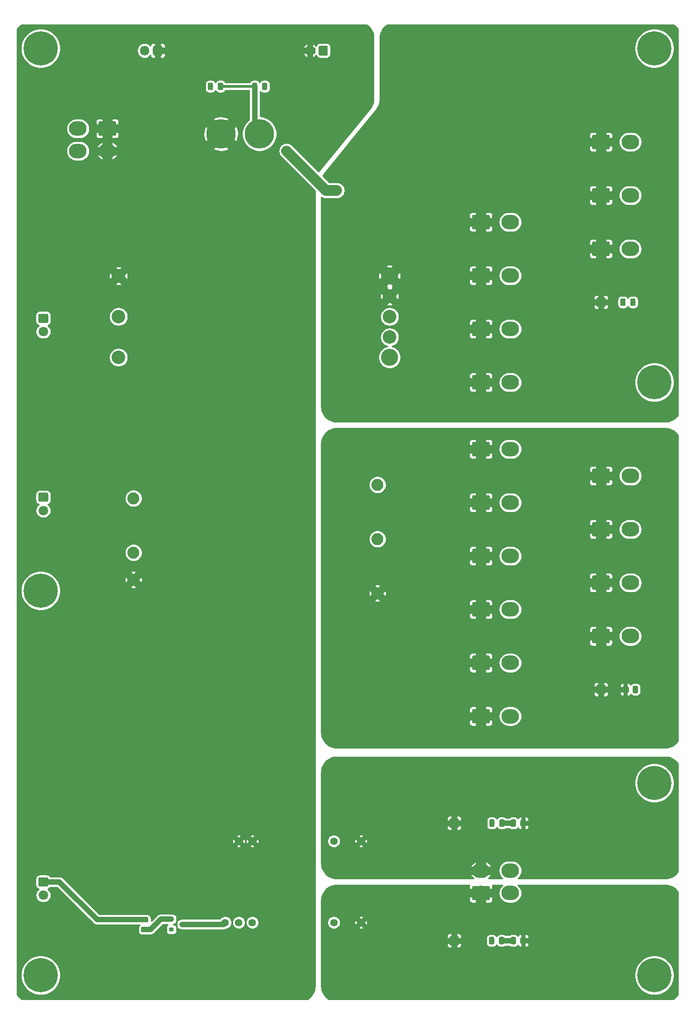
<source format=gbr>
G04 #@! TF.GenerationSoftware,KiCad,Pcbnew,(5.0.2)-1*
G04 #@! TF.CreationDate,2019-05-10T13:14:30+02:00*
G04 #@! TF.ProjectId,logika_main,6c6f6769-6b61-45f6-9d61-696e2e6b6963,rev?*
G04 #@! TF.SameCoordinates,Original*
G04 #@! TF.FileFunction,Copper,L1,Top*
G04 #@! TF.FilePolarity,Positive*
%FSLAX46Y46*%
G04 Gerber Fmt 4.6, Leading zero omitted, Abs format (unit mm)*
G04 Created by KiCad (PCBNEW (5.0.2)-1) date 10.05.2019 13:14:30*
%MOMM*%
%LPD*%
G01*
G04 APERTURE LIST*
G04 #@! TA.AperFunction,ComponentPad*
%ADD10C,6.400000*%
G04 #@! TD*
G04 #@! TA.AperFunction,ComponentPad*
%ADD11R,1.700000X1.700000*%
G04 #@! TD*
G04 #@! TA.AperFunction,ComponentPad*
%ADD12C,1.400000*%
G04 #@! TD*
G04 #@! TA.AperFunction,ComponentPad*
%ADD13C,2.540000*%
G04 #@! TD*
G04 #@! TA.AperFunction,ComponentPad*
%ADD14C,3.200000*%
G04 #@! TD*
G04 #@! TA.AperFunction,Conductor*
%ADD15C,0.100000*%
G04 #@! TD*
G04 #@! TA.AperFunction,SMDPad,CuDef*
%ADD16C,0.975000*%
G04 #@! TD*
G04 #@! TA.AperFunction,ComponentPad*
%ADD17C,2.700000*%
G04 #@! TD*
G04 #@! TA.AperFunction,ComponentPad*
%ADD18O,3.300000X2.700000*%
G04 #@! TD*
G04 #@! TA.AperFunction,ComponentPad*
%ADD19O,1.850000X1.700000*%
G04 #@! TD*
G04 #@! TA.AperFunction,ComponentPad*
%ADD20C,1.700000*%
G04 #@! TD*
G04 #@! TA.AperFunction,ComponentPad*
%ADD21C,2.250000*%
G04 #@! TD*
G04 #@! TA.AperFunction,ComponentPad*
%ADD22C,5.500000*%
G04 #@! TD*
G04 #@! TA.AperFunction,ComponentPad*
%ADD23O,1.700000X1.850000*%
G04 #@! TD*
G04 #@! TA.AperFunction,SMDPad,CuDef*
%ADD24R,0.900000X0.800000*%
G04 #@! TD*
G04 #@! TA.AperFunction,ViaPad*
%ADD25C,0.800000*%
G04 #@! TD*
G04 #@! TA.AperFunction,Conductor*
%ADD26C,0.500000*%
G04 #@! TD*
G04 #@! TA.AperFunction,Conductor*
%ADD27C,1.000000*%
G04 #@! TD*
G04 #@! TA.AperFunction,Conductor*
%ADD28C,2.000000*%
G04 #@! TD*
G04 #@! TA.AperFunction,Conductor*
%ADD29C,0.254000*%
G04 #@! TD*
G04 APERTURE END LIST*
D10*
G04 #@! TO.P,REF\002A\002A,1*
G04 #@! TO.N,N/C*
X138494000Y-155896000D03*
G04 #@! TD*
D11*
G04 #@! TO.P,TP2,1*
G04 #@! TO.N,Net-(C6-Pad1)*
X128494000Y-65896000D03*
G04 #@! TD*
D12*
G04 #@! TO.P,PS2,2*
G04 #@! TO.N,-BattDigit*
X60634000Y-182016000D03*
G04 #@! TO.P,PS2,3*
X63174000Y-182016000D03*
G04 #@! TO.P,PS2,9*
X78434000Y-182016000D03*
G04 #@! TO.P,PS2,11*
G04 #@! TO.N,Net-(C12-Pad2)*
X83514000Y-182016000D03*
G04 #@! TO.P,PS2,14*
G04 #@! TO.N,Net-(C10-Pad1)*
X83514000Y-166776000D03*
G04 #@! TO.P,PS2,16*
G04 #@! TO.N,-BattDigit*
X78434000Y-166776000D03*
G04 #@! TO.P,PS2,22*
G04 #@! TO.N,+BattDigit*
X63174000Y-166776000D03*
G04 #@! TO.P,PS2,23*
X60634000Y-166776000D03*
G04 #@! TO.P,PS2,1*
G04 #@! TO.N,Net-(PS2-Pad1)*
X58094000Y-182016000D03*
G04 #@! TD*
D13*
G04 #@! TO.P,IC1,1*
G04 #@! TO.N,+BattDigit*
X38094000Y-60976000D03*
G04 #@! TO.P,IC1,2*
G04 #@! TO.N,Net-(IC1-Pad2)*
X38094000Y-68596000D03*
G04 #@! TO.P,IC1,3*
G04 #@! TO.N,-BattDigit*
X38094000Y-76216000D03*
D14*
G04 #@! TO.P,IC1,4*
X88894000Y-76216000D03*
D13*
G04 #@! TO.P,IC1,5*
X88894000Y-72406000D03*
G04 #@! TO.P,IC1,6*
G04 #@! TO.N,N/C*
X88894000Y-68596000D03*
G04 #@! TO.P,IC1,7*
G04 #@! TO.N,Net-(C6-Pad1)*
X88894000Y-64786000D03*
D14*
G04 #@! TO.P,IC1,8*
X88894000Y-60976000D03*
G04 #@! TD*
D15*
G04 #@! TO.N,-BattDigit*
G04 #@! TO.C,D6*
G36*
X132864142Y-65197174D02*
X132887803Y-65200684D01*
X132911007Y-65206496D01*
X132933529Y-65214554D01*
X132955153Y-65224782D01*
X132975670Y-65237079D01*
X132994883Y-65251329D01*
X133012607Y-65267393D01*
X133028671Y-65285117D01*
X133042921Y-65304330D01*
X133055218Y-65324847D01*
X133065446Y-65346471D01*
X133073504Y-65368993D01*
X133079316Y-65392197D01*
X133082826Y-65415858D01*
X133084000Y-65439750D01*
X133084000Y-66352250D01*
X133082826Y-66376142D01*
X133079316Y-66399803D01*
X133073504Y-66423007D01*
X133065446Y-66445529D01*
X133055218Y-66467153D01*
X133042921Y-66487670D01*
X133028671Y-66506883D01*
X133012607Y-66524607D01*
X132994883Y-66540671D01*
X132975670Y-66554921D01*
X132955153Y-66567218D01*
X132933529Y-66577446D01*
X132911007Y-66585504D01*
X132887803Y-66591316D01*
X132864142Y-66594826D01*
X132840250Y-66596000D01*
X132352750Y-66596000D01*
X132328858Y-66594826D01*
X132305197Y-66591316D01*
X132281993Y-66585504D01*
X132259471Y-66577446D01*
X132237847Y-66567218D01*
X132217330Y-66554921D01*
X132198117Y-66540671D01*
X132180393Y-66524607D01*
X132164329Y-66506883D01*
X132150079Y-66487670D01*
X132137782Y-66467153D01*
X132127554Y-66445529D01*
X132119496Y-66423007D01*
X132113684Y-66399803D01*
X132110174Y-66376142D01*
X132109000Y-66352250D01*
X132109000Y-65439750D01*
X132110174Y-65415858D01*
X132113684Y-65392197D01*
X132119496Y-65368993D01*
X132127554Y-65346471D01*
X132137782Y-65324847D01*
X132150079Y-65304330D01*
X132164329Y-65285117D01*
X132180393Y-65267393D01*
X132198117Y-65251329D01*
X132217330Y-65237079D01*
X132237847Y-65224782D01*
X132259471Y-65214554D01*
X132281993Y-65206496D01*
X132305197Y-65200684D01*
X132328858Y-65197174D01*
X132352750Y-65196000D01*
X132840250Y-65196000D01*
X132864142Y-65197174D01*
X132864142Y-65197174D01*
G37*
D16*
G04 #@! TD*
G04 #@! TO.P,D6,1*
G04 #@! TO.N,-BattDigit*
X132596500Y-65896000D03*
D15*
G04 #@! TO.N,Net-(D6-Pad2)*
G04 #@! TO.C,D6*
G36*
X134739142Y-65197174D02*
X134762803Y-65200684D01*
X134786007Y-65206496D01*
X134808529Y-65214554D01*
X134830153Y-65224782D01*
X134850670Y-65237079D01*
X134869883Y-65251329D01*
X134887607Y-65267393D01*
X134903671Y-65285117D01*
X134917921Y-65304330D01*
X134930218Y-65324847D01*
X134940446Y-65346471D01*
X134948504Y-65368993D01*
X134954316Y-65392197D01*
X134957826Y-65415858D01*
X134959000Y-65439750D01*
X134959000Y-66352250D01*
X134957826Y-66376142D01*
X134954316Y-66399803D01*
X134948504Y-66423007D01*
X134940446Y-66445529D01*
X134930218Y-66467153D01*
X134917921Y-66487670D01*
X134903671Y-66506883D01*
X134887607Y-66524607D01*
X134869883Y-66540671D01*
X134850670Y-66554921D01*
X134830153Y-66567218D01*
X134808529Y-66577446D01*
X134786007Y-66585504D01*
X134762803Y-66591316D01*
X134739142Y-66594826D01*
X134715250Y-66596000D01*
X134227750Y-66596000D01*
X134203858Y-66594826D01*
X134180197Y-66591316D01*
X134156993Y-66585504D01*
X134134471Y-66577446D01*
X134112847Y-66567218D01*
X134092330Y-66554921D01*
X134073117Y-66540671D01*
X134055393Y-66524607D01*
X134039329Y-66506883D01*
X134025079Y-66487670D01*
X134012782Y-66467153D01*
X134002554Y-66445529D01*
X133994496Y-66423007D01*
X133988684Y-66399803D01*
X133985174Y-66376142D01*
X133984000Y-66352250D01*
X133984000Y-65439750D01*
X133985174Y-65415858D01*
X133988684Y-65392197D01*
X133994496Y-65368993D01*
X134002554Y-65346471D01*
X134012782Y-65324847D01*
X134025079Y-65304330D01*
X134039329Y-65285117D01*
X134055393Y-65267393D01*
X134073117Y-65251329D01*
X134092330Y-65237079D01*
X134112847Y-65224782D01*
X134134471Y-65214554D01*
X134156993Y-65206496D01*
X134180197Y-65200684D01*
X134203858Y-65197174D01*
X134227750Y-65196000D01*
X134715250Y-65196000D01*
X134739142Y-65197174D01*
X134739142Y-65197174D01*
G37*
D16*
G04 #@! TD*
G04 #@! TO.P,D6,2*
G04 #@! TO.N,Net-(D6-Pad2)*
X134471500Y-65896000D03*
D15*
G04 #@! TO.N,Net-(C6-Pad1)*
G04 #@! TO.C,J15*
G36*
X107418503Y-49547204D02*
X107442772Y-49550804D01*
X107466570Y-49556765D01*
X107489670Y-49565030D01*
X107511849Y-49575520D01*
X107532892Y-49588133D01*
X107552598Y-49602748D01*
X107570776Y-49619224D01*
X107587252Y-49637402D01*
X107601867Y-49657108D01*
X107614480Y-49678151D01*
X107624970Y-49700330D01*
X107633235Y-49723430D01*
X107639196Y-49747228D01*
X107642796Y-49771497D01*
X107644000Y-49796001D01*
X107644000Y-51995999D01*
X107642796Y-52020503D01*
X107639196Y-52044772D01*
X107633235Y-52068570D01*
X107624970Y-52091670D01*
X107614480Y-52113849D01*
X107601867Y-52134892D01*
X107587252Y-52154598D01*
X107570776Y-52172776D01*
X107552598Y-52189252D01*
X107532892Y-52203867D01*
X107511849Y-52216480D01*
X107489670Y-52226970D01*
X107466570Y-52235235D01*
X107442772Y-52241196D01*
X107418503Y-52244796D01*
X107393999Y-52246000D01*
X104594001Y-52246000D01*
X104569497Y-52244796D01*
X104545228Y-52241196D01*
X104521430Y-52235235D01*
X104498330Y-52226970D01*
X104476151Y-52216480D01*
X104455108Y-52203867D01*
X104435402Y-52189252D01*
X104417224Y-52172776D01*
X104400748Y-52154598D01*
X104386133Y-52134892D01*
X104373520Y-52113849D01*
X104363030Y-52091670D01*
X104354765Y-52068570D01*
X104348804Y-52044772D01*
X104345204Y-52020503D01*
X104344000Y-51995999D01*
X104344000Y-49796001D01*
X104345204Y-49771497D01*
X104348804Y-49747228D01*
X104354765Y-49723430D01*
X104363030Y-49700330D01*
X104373520Y-49678151D01*
X104386133Y-49657108D01*
X104400748Y-49637402D01*
X104417224Y-49619224D01*
X104435402Y-49602748D01*
X104455108Y-49588133D01*
X104476151Y-49575520D01*
X104498330Y-49565030D01*
X104521430Y-49556765D01*
X104545228Y-49550804D01*
X104569497Y-49547204D01*
X104594001Y-49546000D01*
X107393999Y-49546000D01*
X107418503Y-49547204D01*
X107418503Y-49547204D01*
G37*
D17*
G04 #@! TD*
G04 #@! TO.P,J15,1*
G04 #@! TO.N,Net-(C6-Pad1)*
X105994000Y-50896000D03*
D18*
G04 #@! TO.P,J15,2*
G04 #@! TO.N,-BattDigit*
X111494000Y-50896000D03*
G04 #@! TD*
D15*
G04 #@! TO.N,Net-(C6-Pad1)*
G04 #@! TO.C,J20*
G36*
X129918503Y-34547204D02*
X129942772Y-34550804D01*
X129966570Y-34556765D01*
X129989670Y-34565030D01*
X130011849Y-34575520D01*
X130032892Y-34588133D01*
X130052598Y-34602748D01*
X130070776Y-34619224D01*
X130087252Y-34637402D01*
X130101867Y-34657108D01*
X130114480Y-34678151D01*
X130124970Y-34700330D01*
X130133235Y-34723430D01*
X130139196Y-34747228D01*
X130142796Y-34771497D01*
X130144000Y-34796001D01*
X130144000Y-36995999D01*
X130142796Y-37020503D01*
X130139196Y-37044772D01*
X130133235Y-37068570D01*
X130124970Y-37091670D01*
X130114480Y-37113849D01*
X130101867Y-37134892D01*
X130087252Y-37154598D01*
X130070776Y-37172776D01*
X130052598Y-37189252D01*
X130032892Y-37203867D01*
X130011849Y-37216480D01*
X129989670Y-37226970D01*
X129966570Y-37235235D01*
X129942772Y-37241196D01*
X129918503Y-37244796D01*
X129893999Y-37246000D01*
X127094001Y-37246000D01*
X127069497Y-37244796D01*
X127045228Y-37241196D01*
X127021430Y-37235235D01*
X126998330Y-37226970D01*
X126976151Y-37216480D01*
X126955108Y-37203867D01*
X126935402Y-37189252D01*
X126917224Y-37172776D01*
X126900748Y-37154598D01*
X126886133Y-37134892D01*
X126873520Y-37113849D01*
X126863030Y-37091670D01*
X126854765Y-37068570D01*
X126848804Y-37044772D01*
X126845204Y-37020503D01*
X126844000Y-36995999D01*
X126844000Y-34796001D01*
X126845204Y-34771497D01*
X126848804Y-34747228D01*
X126854765Y-34723430D01*
X126863030Y-34700330D01*
X126873520Y-34678151D01*
X126886133Y-34657108D01*
X126900748Y-34637402D01*
X126917224Y-34619224D01*
X126935402Y-34602748D01*
X126955108Y-34588133D01*
X126976151Y-34575520D01*
X126998330Y-34565030D01*
X127021430Y-34556765D01*
X127045228Y-34550804D01*
X127069497Y-34547204D01*
X127094001Y-34546000D01*
X129893999Y-34546000D01*
X129918503Y-34547204D01*
X129918503Y-34547204D01*
G37*
D17*
G04 #@! TD*
G04 #@! TO.P,J20,1*
G04 #@! TO.N,Net-(C6-Pad1)*
X128494000Y-35896000D03*
D18*
G04 #@! TO.P,J20,2*
G04 #@! TO.N,-BattDigit*
X133994000Y-35896000D03*
G04 #@! TD*
D15*
G04 #@! TO.N,Net-(C6-Pad1)*
G04 #@! TO.C,J18*
G36*
X107418503Y-59547204D02*
X107442772Y-59550804D01*
X107466570Y-59556765D01*
X107489670Y-59565030D01*
X107511849Y-59575520D01*
X107532892Y-59588133D01*
X107552598Y-59602748D01*
X107570776Y-59619224D01*
X107587252Y-59637402D01*
X107601867Y-59657108D01*
X107614480Y-59678151D01*
X107624970Y-59700330D01*
X107633235Y-59723430D01*
X107639196Y-59747228D01*
X107642796Y-59771497D01*
X107644000Y-59796001D01*
X107644000Y-61995999D01*
X107642796Y-62020503D01*
X107639196Y-62044772D01*
X107633235Y-62068570D01*
X107624970Y-62091670D01*
X107614480Y-62113849D01*
X107601867Y-62134892D01*
X107587252Y-62154598D01*
X107570776Y-62172776D01*
X107552598Y-62189252D01*
X107532892Y-62203867D01*
X107511849Y-62216480D01*
X107489670Y-62226970D01*
X107466570Y-62235235D01*
X107442772Y-62241196D01*
X107418503Y-62244796D01*
X107393999Y-62246000D01*
X104594001Y-62246000D01*
X104569497Y-62244796D01*
X104545228Y-62241196D01*
X104521430Y-62235235D01*
X104498330Y-62226970D01*
X104476151Y-62216480D01*
X104455108Y-62203867D01*
X104435402Y-62189252D01*
X104417224Y-62172776D01*
X104400748Y-62154598D01*
X104386133Y-62134892D01*
X104373520Y-62113849D01*
X104363030Y-62091670D01*
X104354765Y-62068570D01*
X104348804Y-62044772D01*
X104345204Y-62020503D01*
X104344000Y-61995999D01*
X104344000Y-59796001D01*
X104345204Y-59771497D01*
X104348804Y-59747228D01*
X104354765Y-59723430D01*
X104363030Y-59700330D01*
X104373520Y-59678151D01*
X104386133Y-59657108D01*
X104400748Y-59637402D01*
X104417224Y-59619224D01*
X104435402Y-59602748D01*
X104455108Y-59588133D01*
X104476151Y-59575520D01*
X104498330Y-59565030D01*
X104521430Y-59556765D01*
X104545228Y-59550804D01*
X104569497Y-59547204D01*
X104594001Y-59546000D01*
X107393999Y-59546000D01*
X107418503Y-59547204D01*
X107418503Y-59547204D01*
G37*
D17*
G04 #@! TD*
G04 #@! TO.P,J18,1*
G04 #@! TO.N,Net-(C6-Pad1)*
X105994000Y-60896000D03*
D18*
G04 #@! TO.P,J18,2*
G04 #@! TO.N,-BattDigit*
X111494000Y-60896000D03*
G04 #@! TD*
G04 #@! TO.P,J17,2*
G04 #@! TO.N,-BattDigit*
X111494000Y-80896000D03*
D15*
G04 #@! TD*
G04 #@! TO.N,Net-(C6-Pad1)*
G04 #@! TO.C,J17*
G36*
X107418503Y-79547204D02*
X107442772Y-79550804D01*
X107466570Y-79556765D01*
X107489670Y-79565030D01*
X107511849Y-79575520D01*
X107532892Y-79588133D01*
X107552598Y-79602748D01*
X107570776Y-79619224D01*
X107587252Y-79637402D01*
X107601867Y-79657108D01*
X107614480Y-79678151D01*
X107624970Y-79700330D01*
X107633235Y-79723430D01*
X107639196Y-79747228D01*
X107642796Y-79771497D01*
X107644000Y-79796001D01*
X107644000Y-81995999D01*
X107642796Y-82020503D01*
X107639196Y-82044772D01*
X107633235Y-82068570D01*
X107624970Y-82091670D01*
X107614480Y-82113849D01*
X107601867Y-82134892D01*
X107587252Y-82154598D01*
X107570776Y-82172776D01*
X107552598Y-82189252D01*
X107532892Y-82203867D01*
X107511849Y-82216480D01*
X107489670Y-82226970D01*
X107466570Y-82235235D01*
X107442772Y-82241196D01*
X107418503Y-82244796D01*
X107393999Y-82246000D01*
X104594001Y-82246000D01*
X104569497Y-82244796D01*
X104545228Y-82241196D01*
X104521430Y-82235235D01*
X104498330Y-82226970D01*
X104476151Y-82216480D01*
X104455108Y-82203867D01*
X104435402Y-82189252D01*
X104417224Y-82172776D01*
X104400748Y-82154598D01*
X104386133Y-82134892D01*
X104373520Y-82113849D01*
X104363030Y-82091670D01*
X104354765Y-82068570D01*
X104348804Y-82044772D01*
X104345204Y-82020503D01*
X104344000Y-81995999D01*
X104344000Y-79796001D01*
X104345204Y-79771497D01*
X104348804Y-79747228D01*
X104354765Y-79723430D01*
X104363030Y-79700330D01*
X104373520Y-79678151D01*
X104386133Y-79657108D01*
X104400748Y-79637402D01*
X104417224Y-79619224D01*
X104435402Y-79602748D01*
X104455108Y-79588133D01*
X104476151Y-79575520D01*
X104498330Y-79565030D01*
X104521430Y-79556765D01*
X104545228Y-79550804D01*
X104569497Y-79547204D01*
X104594001Y-79546000D01*
X107393999Y-79546000D01*
X107418503Y-79547204D01*
X107418503Y-79547204D01*
G37*
D17*
G04 #@! TO.P,J17,1*
G04 #@! TO.N,Net-(C6-Pad1)*
X105994000Y-80896000D03*
G04 #@! TD*
D18*
G04 #@! TO.P,J21,2*
G04 #@! TO.N,-BattDigit*
X133994000Y-45896000D03*
D15*
G04 #@! TD*
G04 #@! TO.N,Net-(C6-Pad1)*
G04 #@! TO.C,J21*
G36*
X129918503Y-44547204D02*
X129942772Y-44550804D01*
X129966570Y-44556765D01*
X129989670Y-44565030D01*
X130011849Y-44575520D01*
X130032892Y-44588133D01*
X130052598Y-44602748D01*
X130070776Y-44619224D01*
X130087252Y-44637402D01*
X130101867Y-44657108D01*
X130114480Y-44678151D01*
X130124970Y-44700330D01*
X130133235Y-44723430D01*
X130139196Y-44747228D01*
X130142796Y-44771497D01*
X130144000Y-44796001D01*
X130144000Y-46995999D01*
X130142796Y-47020503D01*
X130139196Y-47044772D01*
X130133235Y-47068570D01*
X130124970Y-47091670D01*
X130114480Y-47113849D01*
X130101867Y-47134892D01*
X130087252Y-47154598D01*
X130070776Y-47172776D01*
X130052598Y-47189252D01*
X130032892Y-47203867D01*
X130011849Y-47216480D01*
X129989670Y-47226970D01*
X129966570Y-47235235D01*
X129942772Y-47241196D01*
X129918503Y-47244796D01*
X129893999Y-47246000D01*
X127094001Y-47246000D01*
X127069497Y-47244796D01*
X127045228Y-47241196D01*
X127021430Y-47235235D01*
X126998330Y-47226970D01*
X126976151Y-47216480D01*
X126955108Y-47203867D01*
X126935402Y-47189252D01*
X126917224Y-47172776D01*
X126900748Y-47154598D01*
X126886133Y-47134892D01*
X126873520Y-47113849D01*
X126863030Y-47091670D01*
X126854765Y-47068570D01*
X126848804Y-47044772D01*
X126845204Y-47020503D01*
X126844000Y-46995999D01*
X126844000Y-44796001D01*
X126845204Y-44771497D01*
X126848804Y-44747228D01*
X126854765Y-44723430D01*
X126863030Y-44700330D01*
X126873520Y-44678151D01*
X126886133Y-44657108D01*
X126900748Y-44637402D01*
X126917224Y-44619224D01*
X126935402Y-44602748D01*
X126955108Y-44588133D01*
X126976151Y-44575520D01*
X126998330Y-44565030D01*
X127021430Y-44556765D01*
X127045228Y-44550804D01*
X127069497Y-44547204D01*
X127094001Y-44546000D01*
X129893999Y-44546000D01*
X129918503Y-44547204D01*
X129918503Y-44547204D01*
G37*
D17*
G04 #@! TO.P,J21,1*
G04 #@! TO.N,Net-(C6-Pad1)*
X128494000Y-45896000D03*
G04 #@! TD*
D18*
G04 #@! TO.P,J14,2*
G04 #@! TO.N,-BattDigit*
X133994000Y-55896000D03*
D15*
G04 #@! TD*
G04 #@! TO.N,Net-(C6-Pad1)*
G04 #@! TO.C,J14*
G36*
X129918503Y-54547204D02*
X129942772Y-54550804D01*
X129966570Y-54556765D01*
X129989670Y-54565030D01*
X130011849Y-54575520D01*
X130032892Y-54588133D01*
X130052598Y-54602748D01*
X130070776Y-54619224D01*
X130087252Y-54637402D01*
X130101867Y-54657108D01*
X130114480Y-54678151D01*
X130124970Y-54700330D01*
X130133235Y-54723430D01*
X130139196Y-54747228D01*
X130142796Y-54771497D01*
X130144000Y-54796001D01*
X130144000Y-56995999D01*
X130142796Y-57020503D01*
X130139196Y-57044772D01*
X130133235Y-57068570D01*
X130124970Y-57091670D01*
X130114480Y-57113849D01*
X130101867Y-57134892D01*
X130087252Y-57154598D01*
X130070776Y-57172776D01*
X130052598Y-57189252D01*
X130032892Y-57203867D01*
X130011849Y-57216480D01*
X129989670Y-57226970D01*
X129966570Y-57235235D01*
X129942772Y-57241196D01*
X129918503Y-57244796D01*
X129893999Y-57246000D01*
X127094001Y-57246000D01*
X127069497Y-57244796D01*
X127045228Y-57241196D01*
X127021430Y-57235235D01*
X126998330Y-57226970D01*
X126976151Y-57216480D01*
X126955108Y-57203867D01*
X126935402Y-57189252D01*
X126917224Y-57172776D01*
X126900748Y-57154598D01*
X126886133Y-57134892D01*
X126873520Y-57113849D01*
X126863030Y-57091670D01*
X126854765Y-57068570D01*
X126848804Y-57044772D01*
X126845204Y-57020503D01*
X126844000Y-56995999D01*
X126844000Y-54796001D01*
X126845204Y-54771497D01*
X126848804Y-54747228D01*
X126854765Y-54723430D01*
X126863030Y-54700330D01*
X126873520Y-54678151D01*
X126886133Y-54657108D01*
X126900748Y-54637402D01*
X126917224Y-54619224D01*
X126935402Y-54602748D01*
X126955108Y-54588133D01*
X126976151Y-54575520D01*
X126998330Y-54565030D01*
X127021430Y-54556765D01*
X127045228Y-54550804D01*
X127069497Y-54547204D01*
X127094001Y-54546000D01*
X129893999Y-54546000D01*
X129918503Y-54547204D01*
X129918503Y-54547204D01*
G37*
D17*
G04 #@! TO.P,J14,1*
G04 #@! TO.N,Net-(C6-Pad1)*
X128494000Y-55896000D03*
G04 #@! TD*
D18*
G04 #@! TO.P,J19,2*
G04 #@! TO.N,-BattDigit*
X111494000Y-70896000D03*
D15*
G04 #@! TD*
G04 #@! TO.N,Net-(C6-Pad1)*
G04 #@! TO.C,J19*
G36*
X107418503Y-69547204D02*
X107442772Y-69550804D01*
X107466570Y-69556765D01*
X107489670Y-69565030D01*
X107511849Y-69575520D01*
X107532892Y-69588133D01*
X107552598Y-69602748D01*
X107570776Y-69619224D01*
X107587252Y-69637402D01*
X107601867Y-69657108D01*
X107614480Y-69678151D01*
X107624970Y-69700330D01*
X107633235Y-69723430D01*
X107639196Y-69747228D01*
X107642796Y-69771497D01*
X107644000Y-69796001D01*
X107644000Y-71995999D01*
X107642796Y-72020503D01*
X107639196Y-72044772D01*
X107633235Y-72068570D01*
X107624970Y-72091670D01*
X107614480Y-72113849D01*
X107601867Y-72134892D01*
X107587252Y-72154598D01*
X107570776Y-72172776D01*
X107552598Y-72189252D01*
X107532892Y-72203867D01*
X107511849Y-72216480D01*
X107489670Y-72226970D01*
X107466570Y-72235235D01*
X107442772Y-72241196D01*
X107418503Y-72244796D01*
X107393999Y-72246000D01*
X104594001Y-72246000D01*
X104569497Y-72244796D01*
X104545228Y-72241196D01*
X104521430Y-72235235D01*
X104498330Y-72226970D01*
X104476151Y-72216480D01*
X104455108Y-72203867D01*
X104435402Y-72189252D01*
X104417224Y-72172776D01*
X104400748Y-72154598D01*
X104386133Y-72134892D01*
X104373520Y-72113849D01*
X104363030Y-72091670D01*
X104354765Y-72068570D01*
X104348804Y-72044772D01*
X104345204Y-72020503D01*
X104344000Y-71995999D01*
X104344000Y-69796001D01*
X104345204Y-69771497D01*
X104348804Y-69747228D01*
X104354765Y-69723430D01*
X104363030Y-69700330D01*
X104373520Y-69678151D01*
X104386133Y-69657108D01*
X104400748Y-69637402D01*
X104417224Y-69619224D01*
X104435402Y-69602748D01*
X104455108Y-69588133D01*
X104476151Y-69575520D01*
X104498330Y-69565030D01*
X104521430Y-69556765D01*
X104545228Y-69550804D01*
X104569497Y-69547204D01*
X104594001Y-69546000D01*
X107393999Y-69546000D01*
X107418503Y-69547204D01*
X107418503Y-69547204D01*
G37*
D17*
G04 #@! TO.P,J19,1*
G04 #@! TO.N,Net-(C6-Pad1)*
X105994000Y-70896000D03*
G04 #@! TD*
D19*
G04 #@! TO.P,J16,2*
G04 #@! TO.N,N/C*
X23994000Y-71396000D03*
D15*
G04 #@! TD*
G04 #@! TO.N,Net-(J16-Pad1)*
G04 #@! TO.C,J16*
G36*
X24693504Y-68047204D02*
X24717773Y-68050804D01*
X24741571Y-68056765D01*
X24764671Y-68065030D01*
X24786849Y-68075520D01*
X24807893Y-68088133D01*
X24827598Y-68102747D01*
X24845777Y-68119223D01*
X24862253Y-68137402D01*
X24876867Y-68157107D01*
X24889480Y-68178151D01*
X24899970Y-68200329D01*
X24908235Y-68223429D01*
X24914196Y-68247227D01*
X24917796Y-68271496D01*
X24919000Y-68296000D01*
X24919000Y-69496000D01*
X24917796Y-69520504D01*
X24914196Y-69544773D01*
X24908235Y-69568571D01*
X24899970Y-69591671D01*
X24889480Y-69613849D01*
X24876867Y-69634893D01*
X24862253Y-69654598D01*
X24845777Y-69672777D01*
X24827598Y-69689253D01*
X24807893Y-69703867D01*
X24786849Y-69716480D01*
X24764671Y-69726970D01*
X24741571Y-69735235D01*
X24717773Y-69741196D01*
X24693504Y-69744796D01*
X24669000Y-69746000D01*
X23319000Y-69746000D01*
X23294496Y-69744796D01*
X23270227Y-69741196D01*
X23246429Y-69735235D01*
X23223329Y-69726970D01*
X23201151Y-69716480D01*
X23180107Y-69703867D01*
X23160402Y-69689253D01*
X23142223Y-69672777D01*
X23125747Y-69654598D01*
X23111133Y-69634893D01*
X23098520Y-69613849D01*
X23088030Y-69591671D01*
X23079765Y-69568571D01*
X23073804Y-69544773D01*
X23070204Y-69520504D01*
X23069000Y-69496000D01*
X23069000Y-68296000D01*
X23070204Y-68271496D01*
X23073804Y-68247227D01*
X23079765Y-68223429D01*
X23088030Y-68200329D01*
X23098520Y-68178151D01*
X23111133Y-68157107D01*
X23125747Y-68137402D01*
X23142223Y-68119223D01*
X23160402Y-68102747D01*
X23180107Y-68088133D01*
X23201151Y-68075520D01*
X23223329Y-68065030D01*
X23246429Y-68056765D01*
X23270227Y-68050804D01*
X23294496Y-68047204D01*
X23319000Y-68046000D01*
X24669000Y-68046000D01*
X24693504Y-68047204D01*
X24693504Y-68047204D01*
G37*
D20*
G04 #@! TO.P,J16,1*
G04 #@! TO.N,Net-(J16-Pad1)*
X23994000Y-68896000D03*
G04 #@! TD*
D21*
G04 #@! TO.P,PS1,6*
G04 #@! TO.N,Net-(C2-Pad1)*
X86614000Y-120396000D03*
G04 #@! TO.P,PS1,5*
G04 #@! TO.N,-BattDigit*
X86614000Y-110236000D03*
G04 #@! TO.P,PS1,4*
G04 #@! TO.N,N/C*
X86614000Y-100076000D03*
G04 #@! TO.P,PS1,3*
G04 #@! TO.N,Net-(PS1-Pad3)*
X40894000Y-102616000D03*
G04 #@! TO.P,PS1,2*
G04 #@! TO.N,-BattDigit*
X40894000Y-112776000D03*
G04 #@! TO.P,PS1,1*
G04 #@! TO.N,+BattDigit*
X40894000Y-117856000D03*
G04 #@! TD*
D15*
G04 #@! TO.N,/logika_main/-Batt*
G04 #@! TO.C,D1*
G36*
X63876642Y-24797174D02*
X63900303Y-24800684D01*
X63923507Y-24806496D01*
X63946029Y-24814554D01*
X63967653Y-24824782D01*
X63988170Y-24837079D01*
X64007383Y-24851329D01*
X64025107Y-24867393D01*
X64041171Y-24885117D01*
X64055421Y-24904330D01*
X64067718Y-24924847D01*
X64077946Y-24946471D01*
X64086004Y-24968993D01*
X64091816Y-24992197D01*
X64095326Y-25015858D01*
X64096500Y-25039750D01*
X64096500Y-25952250D01*
X64095326Y-25976142D01*
X64091816Y-25999803D01*
X64086004Y-26023007D01*
X64077946Y-26045529D01*
X64067718Y-26067153D01*
X64055421Y-26087670D01*
X64041171Y-26106883D01*
X64025107Y-26124607D01*
X64007383Y-26140671D01*
X63988170Y-26154921D01*
X63967653Y-26167218D01*
X63946029Y-26177446D01*
X63923507Y-26185504D01*
X63900303Y-26191316D01*
X63876642Y-26194826D01*
X63852750Y-26196000D01*
X63365250Y-26196000D01*
X63341358Y-26194826D01*
X63317697Y-26191316D01*
X63294493Y-26185504D01*
X63271971Y-26177446D01*
X63250347Y-26167218D01*
X63229830Y-26154921D01*
X63210617Y-26140671D01*
X63192893Y-26124607D01*
X63176829Y-26106883D01*
X63162579Y-26087670D01*
X63150282Y-26067153D01*
X63140054Y-26045529D01*
X63131996Y-26023007D01*
X63126184Y-25999803D01*
X63122674Y-25976142D01*
X63121500Y-25952250D01*
X63121500Y-25039750D01*
X63122674Y-25015858D01*
X63126184Y-24992197D01*
X63131996Y-24968993D01*
X63140054Y-24946471D01*
X63150282Y-24924847D01*
X63162579Y-24904330D01*
X63176829Y-24885117D01*
X63192893Y-24867393D01*
X63210617Y-24851329D01*
X63229830Y-24837079D01*
X63250347Y-24824782D01*
X63271971Y-24814554D01*
X63294493Y-24806496D01*
X63317697Y-24800684D01*
X63341358Y-24797174D01*
X63365250Y-24796000D01*
X63852750Y-24796000D01*
X63876642Y-24797174D01*
X63876642Y-24797174D01*
G37*
D16*
G04 #@! TD*
G04 #@! TO.P,D1,1*
G04 #@! TO.N,/logika_main/-Batt*
X63609000Y-25496000D03*
D15*
G04 #@! TO.N,Net-(D1-Pad2)*
G04 #@! TO.C,D1*
G36*
X65751642Y-24797174D02*
X65775303Y-24800684D01*
X65798507Y-24806496D01*
X65821029Y-24814554D01*
X65842653Y-24824782D01*
X65863170Y-24837079D01*
X65882383Y-24851329D01*
X65900107Y-24867393D01*
X65916171Y-24885117D01*
X65930421Y-24904330D01*
X65942718Y-24924847D01*
X65952946Y-24946471D01*
X65961004Y-24968993D01*
X65966816Y-24992197D01*
X65970326Y-25015858D01*
X65971500Y-25039750D01*
X65971500Y-25952250D01*
X65970326Y-25976142D01*
X65966816Y-25999803D01*
X65961004Y-26023007D01*
X65952946Y-26045529D01*
X65942718Y-26067153D01*
X65930421Y-26087670D01*
X65916171Y-26106883D01*
X65900107Y-26124607D01*
X65882383Y-26140671D01*
X65863170Y-26154921D01*
X65842653Y-26167218D01*
X65821029Y-26177446D01*
X65798507Y-26185504D01*
X65775303Y-26191316D01*
X65751642Y-26194826D01*
X65727750Y-26196000D01*
X65240250Y-26196000D01*
X65216358Y-26194826D01*
X65192697Y-26191316D01*
X65169493Y-26185504D01*
X65146971Y-26177446D01*
X65125347Y-26167218D01*
X65104830Y-26154921D01*
X65085617Y-26140671D01*
X65067893Y-26124607D01*
X65051829Y-26106883D01*
X65037579Y-26087670D01*
X65025282Y-26067153D01*
X65015054Y-26045529D01*
X65006996Y-26023007D01*
X65001184Y-25999803D01*
X64997674Y-25976142D01*
X64996500Y-25952250D01*
X64996500Y-25039750D01*
X64997674Y-25015858D01*
X65001184Y-24992197D01*
X65006996Y-24968993D01*
X65015054Y-24946471D01*
X65025282Y-24924847D01*
X65037579Y-24904330D01*
X65051829Y-24885117D01*
X65067893Y-24867393D01*
X65085617Y-24851329D01*
X65104830Y-24837079D01*
X65125347Y-24824782D01*
X65146971Y-24814554D01*
X65169493Y-24806496D01*
X65192697Y-24800684D01*
X65216358Y-24797174D01*
X65240250Y-24796000D01*
X65727750Y-24796000D01*
X65751642Y-24797174D01*
X65751642Y-24797174D01*
G37*
D16*
G04 #@! TD*
G04 #@! TO.P,D1,2*
G04 #@! TO.N,Net-(D1-Pad2)*
X65484000Y-25496000D03*
D15*
G04 #@! TO.N,/logika_main/-Batt*
G04 #@! TO.C,D2*
G36*
X57466642Y-24797174D02*
X57490303Y-24800684D01*
X57513507Y-24806496D01*
X57536029Y-24814554D01*
X57557653Y-24824782D01*
X57578170Y-24837079D01*
X57597383Y-24851329D01*
X57615107Y-24867393D01*
X57631171Y-24885117D01*
X57645421Y-24904330D01*
X57657718Y-24924847D01*
X57667946Y-24946471D01*
X57676004Y-24968993D01*
X57681816Y-24992197D01*
X57685326Y-25015858D01*
X57686500Y-25039750D01*
X57686500Y-25952250D01*
X57685326Y-25976142D01*
X57681816Y-25999803D01*
X57676004Y-26023007D01*
X57667946Y-26045529D01*
X57657718Y-26067153D01*
X57645421Y-26087670D01*
X57631171Y-26106883D01*
X57615107Y-26124607D01*
X57597383Y-26140671D01*
X57578170Y-26154921D01*
X57557653Y-26167218D01*
X57536029Y-26177446D01*
X57513507Y-26185504D01*
X57490303Y-26191316D01*
X57466642Y-26194826D01*
X57442750Y-26196000D01*
X56955250Y-26196000D01*
X56931358Y-26194826D01*
X56907697Y-26191316D01*
X56884493Y-26185504D01*
X56861971Y-26177446D01*
X56840347Y-26167218D01*
X56819830Y-26154921D01*
X56800617Y-26140671D01*
X56782893Y-26124607D01*
X56766829Y-26106883D01*
X56752579Y-26087670D01*
X56740282Y-26067153D01*
X56730054Y-26045529D01*
X56721996Y-26023007D01*
X56716184Y-25999803D01*
X56712674Y-25976142D01*
X56711500Y-25952250D01*
X56711500Y-25039750D01*
X56712674Y-25015858D01*
X56716184Y-24992197D01*
X56721996Y-24968993D01*
X56730054Y-24946471D01*
X56740282Y-24924847D01*
X56752579Y-24904330D01*
X56766829Y-24885117D01*
X56782893Y-24867393D01*
X56800617Y-24851329D01*
X56819830Y-24837079D01*
X56840347Y-24824782D01*
X56861971Y-24814554D01*
X56884493Y-24806496D01*
X56907697Y-24800684D01*
X56931358Y-24797174D01*
X56955250Y-24796000D01*
X57442750Y-24796000D01*
X57466642Y-24797174D01*
X57466642Y-24797174D01*
G37*
D16*
G04 #@! TD*
G04 #@! TO.P,D2,2*
G04 #@! TO.N,/logika_main/-Batt*
X57199000Y-25496000D03*
D15*
G04 #@! TO.N,Net-(D2-Pad1)*
G04 #@! TO.C,D2*
G36*
X55591642Y-24797174D02*
X55615303Y-24800684D01*
X55638507Y-24806496D01*
X55661029Y-24814554D01*
X55682653Y-24824782D01*
X55703170Y-24837079D01*
X55722383Y-24851329D01*
X55740107Y-24867393D01*
X55756171Y-24885117D01*
X55770421Y-24904330D01*
X55782718Y-24924847D01*
X55792946Y-24946471D01*
X55801004Y-24968993D01*
X55806816Y-24992197D01*
X55810326Y-25015858D01*
X55811500Y-25039750D01*
X55811500Y-25952250D01*
X55810326Y-25976142D01*
X55806816Y-25999803D01*
X55801004Y-26023007D01*
X55792946Y-26045529D01*
X55782718Y-26067153D01*
X55770421Y-26087670D01*
X55756171Y-26106883D01*
X55740107Y-26124607D01*
X55722383Y-26140671D01*
X55703170Y-26154921D01*
X55682653Y-26167218D01*
X55661029Y-26177446D01*
X55638507Y-26185504D01*
X55615303Y-26191316D01*
X55591642Y-26194826D01*
X55567750Y-26196000D01*
X55080250Y-26196000D01*
X55056358Y-26194826D01*
X55032697Y-26191316D01*
X55009493Y-26185504D01*
X54986971Y-26177446D01*
X54965347Y-26167218D01*
X54944830Y-26154921D01*
X54925617Y-26140671D01*
X54907893Y-26124607D01*
X54891829Y-26106883D01*
X54877579Y-26087670D01*
X54865282Y-26067153D01*
X54855054Y-26045529D01*
X54846996Y-26023007D01*
X54841184Y-25999803D01*
X54837674Y-25976142D01*
X54836500Y-25952250D01*
X54836500Y-25039750D01*
X54837674Y-25015858D01*
X54841184Y-24992197D01*
X54846996Y-24968993D01*
X54855054Y-24946471D01*
X54865282Y-24924847D01*
X54877579Y-24904330D01*
X54891829Y-24885117D01*
X54907893Y-24867393D01*
X54925617Y-24851329D01*
X54944830Y-24837079D01*
X54965347Y-24824782D01*
X54986971Y-24814554D01*
X55009493Y-24806496D01*
X55032697Y-24800684D01*
X55056358Y-24797174D01*
X55080250Y-24796000D01*
X55567750Y-24796000D01*
X55591642Y-24797174D01*
X55591642Y-24797174D01*
G37*
D16*
G04 #@! TD*
G04 #@! TO.P,D2,1*
G04 #@! TO.N,Net-(D2-Pad1)*
X55324000Y-25496000D03*
D15*
G04 #@! TO.N,Net-(D5-Pad1)*
G04 #@! TO.C,D5*
G36*
X135199142Y-137697174D02*
X135222803Y-137700684D01*
X135246007Y-137706496D01*
X135268529Y-137714554D01*
X135290153Y-137724782D01*
X135310670Y-137737079D01*
X135329883Y-137751329D01*
X135347607Y-137767393D01*
X135363671Y-137785117D01*
X135377921Y-137804330D01*
X135390218Y-137824847D01*
X135400446Y-137846471D01*
X135408504Y-137868993D01*
X135414316Y-137892197D01*
X135417826Y-137915858D01*
X135419000Y-137939750D01*
X135419000Y-138852250D01*
X135417826Y-138876142D01*
X135414316Y-138899803D01*
X135408504Y-138923007D01*
X135400446Y-138945529D01*
X135390218Y-138967153D01*
X135377921Y-138987670D01*
X135363671Y-139006883D01*
X135347607Y-139024607D01*
X135329883Y-139040671D01*
X135310670Y-139054921D01*
X135290153Y-139067218D01*
X135268529Y-139077446D01*
X135246007Y-139085504D01*
X135222803Y-139091316D01*
X135199142Y-139094826D01*
X135175250Y-139096000D01*
X134687750Y-139096000D01*
X134663858Y-139094826D01*
X134640197Y-139091316D01*
X134616993Y-139085504D01*
X134594471Y-139077446D01*
X134572847Y-139067218D01*
X134552330Y-139054921D01*
X134533117Y-139040671D01*
X134515393Y-139024607D01*
X134499329Y-139006883D01*
X134485079Y-138987670D01*
X134472782Y-138967153D01*
X134462554Y-138945529D01*
X134454496Y-138923007D01*
X134448684Y-138899803D01*
X134445174Y-138876142D01*
X134444000Y-138852250D01*
X134444000Y-137939750D01*
X134445174Y-137915858D01*
X134448684Y-137892197D01*
X134454496Y-137868993D01*
X134462554Y-137846471D01*
X134472782Y-137824847D01*
X134485079Y-137804330D01*
X134499329Y-137785117D01*
X134515393Y-137767393D01*
X134533117Y-137751329D01*
X134552330Y-137737079D01*
X134572847Y-137724782D01*
X134594471Y-137714554D01*
X134616993Y-137706496D01*
X134640197Y-137700684D01*
X134663858Y-137697174D01*
X134687750Y-137696000D01*
X135175250Y-137696000D01*
X135199142Y-137697174D01*
X135199142Y-137697174D01*
G37*
D16*
G04 #@! TD*
G04 #@! TO.P,D5,1*
G04 #@! TO.N,Net-(D5-Pad1)*
X134931500Y-138396000D03*
D15*
G04 #@! TO.N,Net-(C2-Pad1)*
G04 #@! TO.C,D5*
G36*
X133324142Y-137697174D02*
X133347803Y-137700684D01*
X133371007Y-137706496D01*
X133393529Y-137714554D01*
X133415153Y-137724782D01*
X133435670Y-137737079D01*
X133454883Y-137751329D01*
X133472607Y-137767393D01*
X133488671Y-137785117D01*
X133502921Y-137804330D01*
X133515218Y-137824847D01*
X133525446Y-137846471D01*
X133533504Y-137868993D01*
X133539316Y-137892197D01*
X133542826Y-137915858D01*
X133544000Y-137939750D01*
X133544000Y-138852250D01*
X133542826Y-138876142D01*
X133539316Y-138899803D01*
X133533504Y-138923007D01*
X133525446Y-138945529D01*
X133515218Y-138967153D01*
X133502921Y-138987670D01*
X133488671Y-139006883D01*
X133472607Y-139024607D01*
X133454883Y-139040671D01*
X133435670Y-139054921D01*
X133415153Y-139067218D01*
X133393529Y-139077446D01*
X133371007Y-139085504D01*
X133347803Y-139091316D01*
X133324142Y-139094826D01*
X133300250Y-139096000D01*
X132812750Y-139096000D01*
X132788858Y-139094826D01*
X132765197Y-139091316D01*
X132741993Y-139085504D01*
X132719471Y-139077446D01*
X132697847Y-139067218D01*
X132677330Y-139054921D01*
X132658117Y-139040671D01*
X132640393Y-139024607D01*
X132624329Y-139006883D01*
X132610079Y-138987670D01*
X132597782Y-138967153D01*
X132587554Y-138945529D01*
X132579496Y-138923007D01*
X132573684Y-138899803D01*
X132570174Y-138876142D01*
X132569000Y-138852250D01*
X132569000Y-137939750D01*
X132570174Y-137915858D01*
X132573684Y-137892197D01*
X132579496Y-137868993D01*
X132587554Y-137846471D01*
X132597782Y-137824847D01*
X132610079Y-137804330D01*
X132624329Y-137785117D01*
X132640393Y-137767393D01*
X132658117Y-137751329D01*
X132677330Y-137737079D01*
X132697847Y-137724782D01*
X132719471Y-137714554D01*
X132741993Y-137706496D01*
X132765197Y-137700684D01*
X132788858Y-137697174D01*
X132812750Y-137696000D01*
X133300250Y-137696000D01*
X133324142Y-137697174D01*
X133324142Y-137697174D01*
G37*
D16*
G04 #@! TD*
G04 #@! TO.P,D5,2*
G04 #@! TO.N,Net-(C2-Pad1)*
X133056500Y-138396000D03*
D15*
G04 #@! TO.N,-BattDigit*
G04 #@! TO.C,D7*
G36*
X108324142Y-162697174D02*
X108347803Y-162700684D01*
X108371007Y-162706496D01*
X108393529Y-162714554D01*
X108415153Y-162724782D01*
X108435670Y-162737079D01*
X108454883Y-162751329D01*
X108472607Y-162767393D01*
X108488671Y-162785117D01*
X108502921Y-162804330D01*
X108515218Y-162824847D01*
X108525446Y-162846471D01*
X108533504Y-162868993D01*
X108539316Y-162892197D01*
X108542826Y-162915858D01*
X108544000Y-162939750D01*
X108544000Y-163852250D01*
X108542826Y-163876142D01*
X108539316Y-163899803D01*
X108533504Y-163923007D01*
X108525446Y-163945529D01*
X108515218Y-163967153D01*
X108502921Y-163987670D01*
X108488671Y-164006883D01*
X108472607Y-164024607D01*
X108454883Y-164040671D01*
X108435670Y-164054921D01*
X108415153Y-164067218D01*
X108393529Y-164077446D01*
X108371007Y-164085504D01*
X108347803Y-164091316D01*
X108324142Y-164094826D01*
X108300250Y-164096000D01*
X107812750Y-164096000D01*
X107788858Y-164094826D01*
X107765197Y-164091316D01*
X107741993Y-164085504D01*
X107719471Y-164077446D01*
X107697847Y-164067218D01*
X107677330Y-164054921D01*
X107658117Y-164040671D01*
X107640393Y-164024607D01*
X107624329Y-164006883D01*
X107610079Y-163987670D01*
X107597782Y-163967153D01*
X107587554Y-163945529D01*
X107579496Y-163923007D01*
X107573684Y-163899803D01*
X107570174Y-163876142D01*
X107569000Y-163852250D01*
X107569000Y-162939750D01*
X107570174Y-162915858D01*
X107573684Y-162892197D01*
X107579496Y-162868993D01*
X107587554Y-162846471D01*
X107597782Y-162824847D01*
X107610079Y-162804330D01*
X107624329Y-162785117D01*
X107640393Y-162767393D01*
X107658117Y-162751329D01*
X107677330Y-162737079D01*
X107697847Y-162724782D01*
X107719471Y-162714554D01*
X107741993Y-162706496D01*
X107765197Y-162700684D01*
X107788858Y-162697174D01*
X107812750Y-162696000D01*
X108300250Y-162696000D01*
X108324142Y-162697174D01*
X108324142Y-162697174D01*
G37*
D16*
G04 #@! TD*
G04 #@! TO.P,D7,1*
G04 #@! TO.N,-BattDigit*
X108056500Y-163396000D03*
D15*
G04 #@! TO.N,Net-(D7-Pad2)*
G04 #@! TO.C,D7*
G36*
X110199142Y-162697174D02*
X110222803Y-162700684D01*
X110246007Y-162706496D01*
X110268529Y-162714554D01*
X110290153Y-162724782D01*
X110310670Y-162737079D01*
X110329883Y-162751329D01*
X110347607Y-162767393D01*
X110363671Y-162785117D01*
X110377921Y-162804330D01*
X110390218Y-162824847D01*
X110400446Y-162846471D01*
X110408504Y-162868993D01*
X110414316Y-162892197D01*
X110417826Y-162915858D01*
X110419000Y-162939750D01*
X110419000Y-163852250D01*
X110417826Y-163876142D01*
X110414316Y-163899803D01*
X110408504Y-163923007D01*
X110400446Y-163945529D01*
X110390218Y-163967153D01*
X110377921Y-163987670D01*
X110363671Y-164006883D01*
X110347607Y-164024607D01*
X110329883Y-164040671D01*
X110310670Y-164054921D01*
X110290153Y-164067218D01*
X110268529Y-164077446D01*
X110246007Y-164085504D01*
X110222803Y-164091316D01*
X110199142Y-164094826D01*
X110175250Y-164096000D01*
X109687750Y-164096000D01*
X109663858Y-164094826D01*
X109640197Y-164091316D01*
X109616993Y-164085504D01*
X109594471Y-164077446D01*
X109572847Y-164067218D01*
X109552330Y-164054921D01*
X109533117Y-164040671D01*
X109515393Y-164024607D01*
X109499329Y-164006883D01*
X109485079Y-163987670D01*
X109472782Y-163967153D01*
X109462554Y-163945529D01*
X109454496Y-163923007D01*
X109448684Y-163899803D01*
X109445174Y-163876142D01*
X109444000Y-163852250D01*
X109444000Y-162939750D01*
X109445174Y-162915858D01*
X109448684Y-162892197D01*
X109454496Y-162868993D01*
X109462554Y-162846471D01*
X109472782Y-162824847D01*
X109485079Y-162804330D01*
X109499329Y-162785117D01*
X109515393Y-162767393D01*
X109533117Y-162751329D01*
X109552330Y-162737079D01*
X109572847Y-162724782D01*
X109594471Y-162714554D01*
X109616993Y-162706496D01*
X109640197Y-162700684D01*
X109663858Y-162697174D01*
X109687750Y-162696000D01*
X110175250Y-162696000D01*
X110199142Y-162697174D01*
X110199142Y-162697174D01*
G37*
D16*
G04 #@! TD*
G04 #@! TO.P,D7,2*
G04 #@! TO.N,Net-(D7-Pad2)*
X109931500Y-163396000D03*
D15*
G04 #@! TO.N,Net-(D8-Pad1)*
G04 #@! TO.C,D8*
G36*
X110136642Y-184697174D02*
X110160303Y-184700684D01*
X110183507Y-184706496D01*
X110206029Y-184714554D01*
X110227653Y-184724782D01*
X110248170Y-184737079D01*
X110267383Y-184751329D01*
X110285107Y-184767393D01*
X110301171Y-184785117D01*
X110315421Y-184804330D01*
X110327718Y-184824847D01*
X110337946Y-184846471D01*
X110346004Y-184868993D01*
X110351816Y-184892197D01*
X110355326Y-184915858D01*
X110356500Y-184939750D01*
X110356500Y-185852250D01*
X110355326Y-185876142D01*
X110351816Y-185899803D01*
X110346004Y-185923007D01*
X110337946Y-185945529D01*
X110327718Y-185967153D01*
X110315421Y-185987670D01*
X110301171Y-186006883D01*
X110285107Y-186024607D01*
X110267383Y-186040671D01*
X110248170Y-186054921D01*
X110227653Y-186067218D01*
X110206029Y-186077446D01*
X110183507Y-186085504D01*
X110160303Y-186091316D01*
X110136642Y-186094826D01*
X110112750Y-186096000D01*
X109625250Y-186096000D01*
X109601358Y-186094826D01*
X109577697Y-186091316D01*
X109554493Y-186085504D01*
X109531971Y-186077446D01*
X109510347Y-186067218D01*
X109489830Y-186054921D01*
X109470617Y-186040671D01*
X109452893Y-186024607D01*
X109436829Y-186006883D01*
X109422579Y-185987670D01*
X109410282Y-185967153D01*
X109400054Y-185945529D01*
X109391996Y-185923007D01*
X109386184Y-185899803D01*
X109382674Y-185876142D01*
X109381500Y-185852250D01*
X109381500Y-184939750D01*
X109382674Y-184915858D01*
X109386184Y-184892197D01*
X109391996Y-184868993D01*
X109400054Y-184846471D01*
X109410282Y-184824847D01*
X109422579Y-184804330D01*
X109436829Y-184785117D01*
X109452893Y-184767393D01*
X109470617Y-184751329D01*
X109489830Y-184737079D01*
X109510347Y-184724782D01*
X109531971Y-184714554D01*
X109554493Y-184706496D01*
X109577697Y-184700684D01*
X109601358Y-184697174D01*
X109625250Y-184696000D01*
X110112750Y-184696000D01*
X110136642Y-184697174D01*
X110136642Y-184697174D01*
G37*
D16*
G04 #@! TD*
G04 #@! TO.P,D8,1*
G04 #@! TO.N,Net-(D8-Pad1)*
X109869000Y-185396000D03*
D15*
G04 #@! TO.N,-BattDigit*
G04 #@! TO.C,D8*
G36*
X108261642Y-184697174D02*
X108285303Y-184700684D01*
X108308507Y-184706496D01*
X108331029Y-184714554D01*
X108352653Y-184724782D01*
X108373170Y-184737079D01*
X108392383Y-184751329D01*
X108410107Y-184767393D01*
X108426171Y-184785117D01*
X108440421Y-184804330D01*
X108452718Y-184824847D01*
X108462946Y-184846471D01*
X108471004Y-184868993D01*
X108476816Y-184892197D01*
X108480326Y-184915858D01*
X108481500Y-184939750D01*
X108481500Y-185852250D01*
X108480326Y-185876142D01*
X108476816Y-185899803D01*
X108471004Y-185923007D01*
X108462946Y-185945529D01*
X108452718Y-185967153D01*
X108440421Y-185987670D01*
X108426171Y-186006883D01*
X108410107Y-186024607D01*
X108392383Y-186040671D01*
X108373170Y-186054921D01*
X108352653Y-186067218D01*
X108331029Y-186077446D01*
X108308507Y-186085504D01*
X108285303Y-186091316D01*
X108261642Y-186094826D01*
X108237750Y-186096000D01*
X107750250Y-186096000D01*
X107726358Y-186094826D01*
X107702697Y-186091316D01*
X107679493Y-186085504D01*
X107656971Y-186077446D01*
X107635347Y-186067218D01*
X107614830Y-186054921D01*
X107595617Y-186040671D01*
X107577893Y-186024607D01*
X107561829Y-186006883D01*
X107547579Y-185987670D01*
X107535282Y-185967153D01*
X107525054Y-185945529D01*
X107516996Y-185923007D01*
X107511184Y-185899803D01*
X107507674Y-185876142D01*
X107506500Y-185852250D01*
X107506500Y-184939750D01*
X107507674Y-184915858D01*
X107511184Y-184892197D01*
X107516996Y-184868993D01*
X107525054Y-184846471D01*
X107535282Y-184824847D01*
X107547579Y-184804330D01*
X107561829Y-184785117D01*
X107577893Y-184767393D01*
X107595617Y-184751329D01*
X107614830Y-184737079D01*
X107635347Y-184724782D01*
X107656971Y-184714554D01*
X107679493Y-184706496D01*
X107702697Y-184700684D01*
X107726358Y-184697174D01*
X107750250Y-184696000D01*
X108237750Y-184696000D01*
X108261642Y-184697174D01*
X108261642Y-184697174D01*
G37*
D16*
G04 #@! TD*
G04 #@! TO.P,D8,2*
G04 #@! TO.N,-BattDigit*
X107994000Y-185396000D03*
D22*
G04 #@! TO.P,J1,1*
G04 #@! TO.N,+BattDigit*
X57294000Y-34396000D03*
G04 #@! TO.P,J1,2*
G04 #@! TO.N,/logika_main/-Batt*
X64494000Y-34396000D03*
G04 #@! TD*
D23*
G04 #@! TO.P,J2,2*
G04 #@! TO.N,+BattDigit*
X73954000Y-18796000D03*
D15*
G04 #@! TD*
G04 #@! TO.N,Net-(J2-Pad1)*
G04 #@! TO.C,J2*
G36*
X77078504Y-17872204D02*
X77102773Y-17875804D01*
X77126571Y-17881765D01*
X77149671Y-17890030D01*
X77171849Y-17900520D01*
X77192893Y-17913133D01*
X77212598Y-17927747D01*
X77230777Y-17944223D01*
X77247253Y-17962402D01*
X77261867Y-17982107D01*
X77274480Y-18003151D01*
X77284970Y-18025329D01*
X77293235Y-18048429D01*
X77299196Y-18072227D01*
X77302796Y-18096496D01*
X77304000Y-18121000D01*
X77304000Y-19471000D01*
X77302796Y-19495504D01*
X77299196Y-19519773D01*
X77293235Y-19543571D01*
X77284970Y-19566671D01*
X77274480Y-19588849D01*
X77261867Y-19609893D01*
X77247253Y-19629598D01*
X77230777Y-19647777D01*
X77212598Y-19664253D01*
X77192893Y-19678867D01*
X77171849Y-19691480D01*
X77149671Y-19701970D01*
X77126571Y-19710235D01*
X77102773Y-19716196D01*
X77078504Y-19719796D01*
X77054000Y-19721000D01*
X75854000Y-19721000D01*
X75829496Y-19719796D01*
X75805227Y-19716196D01*
X75781429Y-19710235D01*
X75758329Y-19701970D01*
X75736151Y-19691480D01*
X75715107Y-19678867D01*
X75695402Y-19664253D01*
X75677223Y-19647777D01*
X75660747Y-19629598D01*
X75646133Y-19609893D01*
X75633520Y-19588849D01*
X75623030Y-19566671D01*
X75614765Y-19543571D01*
X75608804Y-19519773D01*
X75605204Y-19495504D01*
X75604000Y-19471000D01*
X75604000Y-18121000D01*
X75605204Y-18096496D01*
X75608804Y-18072227D01*
X75614765Y-18048429D01*
X75623030Y-18025329D01*
X75633520Y-18003151D01*
X75646133Y-17982107D01*
X75660747Y-17962402D01*
X75677223Y-17944223D01*
X75695402Y-17927747D01*
X75715107Y-17913133D01*
X75736151Y-17900520D01*
X75758329Y-17890030D01*
X75781429Y-17881765D01*
X75805227Y-17875804D01*
X75829496Y-17872204D01*
X75854000Y-17871000D01*
X77054000Y-17871000D01*
X77078504Y-17872204D01*
X77078504Y-17872204D01*
G37*
D20*
G04 #@! TO.P,J2,1*
G04 #@! TO.N,Net-(J2-Pad1)*
X76454000Y-18796000D03*
G04 #@! TD*
D15*
G04 #@! TO.N,Net-(C12-Pad2)*
G04 #@! TO.C,J22*
G36*
X107418503Y-175147204D02*
X107442772Y-175150804D01*
X107466570Y-175156765D01*
X107489670Y-175165030D01*
X107511849Y-175175520D01*
X107532892Y-175188133D01*
X107552598Y-175202748D01*
X107570776Y-175219224D01*
X107587252Y-175237402D01*
X107601867Y-175257108D01*
X107614480Y-175278151D01*
X107624970Y-175300330D01*
X107633235Y-175323430D01*
X107639196Y-175347228D01*
X107642796Y-175371497D01*
X107644000Y-175396001D01*
X107644000Y-177595999D01*
X107642796Y-177620503D01*
X107639196Y-177644772D01*
X107633235Y-177668570D01*
X107624970Y-177691670D01*
X107614480Y-177713849D01*
X107601867Y-177734892D01*
X107587252Y-177754598D01*
X107570776Y-177772776D01*
X107552598Y-177789252D01*
X107532892Y-177803867D01*
X107511849Y-177816480D01*
X107489670Y-177826970D01*
X107466570Y-177835235D01*
X107442772Y-177841196D01*
X107418503Y-177844796D01*
X107393999Y-177846000D01*
X104594001Y-177846000D01*
X104569497Y-177844796D01*
X104545228Y-177841196D01*
X104521430Y-177835235D01*
X104498330Y-177826970D01*
X104476151Y-177816480D01*
X104455108Y-177803867D01*
X104435402Y-177789252D01*
X104417224Y-177772776D01*
X104400748Y-177754598D01*
X104386133Y-177734892D01*
X104373520Y-177713849D01*
X104363030Y-177691670D01*
X104354765Y-177668570D01*
X104348804Y-177644772D01*
X104345204Y-177620503D01*
X104344000Y-177595999D01*
X104344000Y-175396001D01*
X104345204Y-175371497D01*
X104348804Y-175347228D01*
X104354765Y-175323430D01*
X104363030Y-175300330D01*
X104373520Y-175278151D01*
X104386133Y-175257108D01*
X104400748Y-175237402D01*
X104417224Y-175219224D01*
X104435402Y-175202748D01*
X104455108Y-175188133D01*
X104476151Y-175175520D01*
X104498330Y-175165030D01*
X104521430Y-175156765D01*
X104545228Y-175150804D01*
X104569497Y-175147204D01*
X104594001Y-175146000D01*
X107393999Y-175146000D01*
X107418503Y-175147204D01*
X107418503Y-175147204D01*
G37*
D17*
G04 #@! TD*
G04 #@! TO.P,J22,1*
G04 #@! TO.N,Net-(C12-Pad2)*
X105994000Y-176496000D03*
D18*
G04 #@! TO.P,J22,2*
G04 #@! TO.N,Net-(C10-Pad1)*
X105994000Y-172296000D03*
G04 #@! TO.P,J22,3*
G04 #@! TO.N,-BattDigit*
X111494000Y-176496000D03*
G04 #@! TO.P,J22,4*
X111494000Y-172296000D03*
G04 #@! TD*
G04 #@! TO.P,J55,4*
G04 #@! TO.N,-BattDigit*
X30494000Y-37596000D03*
G04 #@! TO.P,J55,3*
X30494000Y-33396000D03*
G04 #@! TO.P,J55,2*
G04 #@! TO.N,+BattDigit*
X35994000Y-37596000D03*
D15*
G04 #@! TD*
G04 #@! TO.N,+BattDigit*
G04 #@! TO.C,J55*
G36*
X37418503Y-32047204D02*
X37442772Y-32050804D01*
X37466570Y-32056765D01*
X37489670Y-32065030D01*
X37511849Y-32075520D01*
X37532892Y-32088133D01*
X37552598Y-32102748D01*
X37570776Y-32119224D01*
X37587252Y-32137402D01*
X37601867Y-32157108D01*
X37614480Y-32178151D01*
X37624970Y-32200330D01*
X37633235Y-32223430D01*
X37639196Y-32247228D01*
X37642796Y-32271497D01*
X37644000Y-32296001D01*
X37644000Y-34495999D01*
X37642796Y-34520503D01*
X37639196Y-34544772D01*
X37633235Y-34568570D01*
X37624970Y-34591670D01*
X37614480Y-34613849D01*
X37601867Y-34634892D01*
X37587252Y-34654598D01*
X37570776Y-34672776D01*
X37552598Y-34689252D01*
X37532892Y-34703867D01*
X37511849Y-34716480D01*
X37489670Y-34726970D01*
X37466570Y-34735235D01*
X37442772Y-34741196D01*
X37418503Y-34744796D01*
X37393999Y-34746000D01*
X34594001Y-34746000D01*
X34569497Y-34744796D01*
X34545228Y-34741196D01*
X34521430Y-34735235D01*
X34498330Y-34726970D01*
X34476151Y-34716480D01*
X34455108Y-34703867D01*
X34435402Y-34689252D01*
X34417224Y-34672776D01*
X34400748Y-34654598D01*
X34386133Y-34634892D01*
X34373520Y-34613849D01*
X34363030Y-34591670D01*
X34354765Y-34568570D01*
X34348804Y-34544772D01*
X34345204Y-34520503D01*
X34344000Y-34495999D01*
X34344000Y-32296001D01*
X34345204Y-32271497D01*
X34348804Y-32247228D01*
X34354765Y-32223430D01*
X34363030Y-32200330D01*
X34373520Y-32178151D01*
X34386133Y-32157108D01*
X34400748Y-32137402D01*
X34417224Y-32119224D01*
X34435402Y-32102748D01*
X34455108Y-32088133D01*
X34476151Y-32075520D01*
X34498330Y-32065030D01*
X34521430Y-32056765D01*
X34545228Y-32050804D01*
X34569497Y-32047204D01*
X34594001Y-32046000D01*
X37393999Y-32046000D01*
X37418503Y-32047204D01*
X37418503Y-32047204D01*
G37*
D17*
G04 #@! TO.P,J55,1*
G04 #@! TO.N,+BattDigit*
X35994000Y-33396000D03*
G04 #@! TD*
D24*
G04 #@! TO.P,Q5,3*
G04 #@! TO.N,Net-(PS2-Pad1)*
X49994000Y-182346000D03*
G04 #@! TO.P,Q5,2*
G04 #@! TO.N,-BattDigit*
X47994000Y-183296000D03*
G04 #@! TO.P,Q5,1*
G04 #@! TO.N,Net-(Q5-Pad1)*
X47994000Y-181396000D03*
G04 #@! TD*
D15*
G04 #@! TO.N,Net-(C10-Pad1)*
G04 #@! TO.C,R6*
G36*
X114199142Y-162697174D02*
X114222803Y-162700684D01*
X114246007Y-162706496D01*
X114268529Y-162714554D01*
X114290153Y-162724782D01*
X114310670Y-162737079D01*
X114329883Y-162751329D01*
X114347607Y-162767393D01*
X114363671Y-162785117D01*
X114377921Y-162804330D01*
X114390218Y-162824847D01*
X114400446Y-162846471D01*
X114408504Y-162868993D01*
X114414316Y-162892197D01*
X114417826Y-162915858D01*
X114419000Y-162939750D01*
X114419000Y-163852250D01*
X114417826Y-163876142D01*
X114414316Y-163899803D01*
X114408504Y-163923007D01*
X114400446Y-163945529D01*
X114390218Y-163967153D01*
X114377921Y-163987670D01*
X114363671Y-164006883D01*
X114347607Y-164024607D01*
X114329883Y-164040671D01*
X114310670Y-164054921D01*
X114290153Y-164067218D01*
X114268529Y-164077446D01*
X114246007Y-164085504D01*
X114222803Y-164091316D01*
X114199142Y-164094826D01*
X114175250Y-164096000D01*
X113687750Y-164096000D01*
X113663858Y-164094826D01*
X113640197Y-164091316D01*
X113616993Y-164085504D01*
X113594471Y-164077446D01*
X113572847Y-164067218D01*
X113552330Y-164054921D01*
X113533117Y-164040671D01*
X113515393Y-164024607D01*
X113499329Y-164006883D01*
X113485079Y-163987670D01*
X113472782Y-163967153D01*
X113462554Y-163945529D01*
X113454496Y-163923007D01*
X113448684Y-163899803D01*
X113445174Y-163876142D01*
X113444000Y-163852250D01*
X113444000Y-162939750D01*
X113445174Y-162915858D01*
X113448684Y-162892197D01*
X113454496Y-162868993D01*
X113462554Y-162846471D01*
X113472782Y-162824847D01*
X113485079Y-162804330D01*
X113499329Y-162785117D01*
X113515393Y-162767393D01*
X113533117Y-162751329D01*
X113552330Y-162737079D01*
X113572847Y-162724782D01*
X113594471Y-162714554D01*
X113616993Y-162706496D01*
X113640197Y-162700684D01*
X113663858Y-162697174D01*
X113687750Y-162696000D01*
X114175250Y-162696000D01*
X114199142Y-162697174D01*
X114199142Y-162697174D01*
G37*
D16*
G04 #@! TD*
G04 #@! TO.P,R6,2*
G04 #@! TO.N,Net-(C10-Pad1)*
X113931500Y-163396000D03*
D15*
G04 #@! TO.N,Net-(D7-Pad2)*
G04 #@! TO.C,R6*
G36*
X112324142Y-162697174D02*
X112347803Y-162700684D01*
X112371007Y-162706496D01*
X112393529Y-162714554D01*
X112415153Y-162724782D01*
X112435670Y-162737079D01*
X112454883Y-162751329D01*
X112472607Y-162767393D01*
X112488671Y-162785117D01*
X112502921Y-162804330D01*
X112515218Y-162824847D01*
X112525446Y-162846471D01*
X112533504Y-162868993D01*
X112539316Y-162892197D01*
X112542826Y-162915858D01*
X112544000Y-162939750D01*
X112544000Y-163852250D01*
X112542826Y-163876142D01*
X112539316Y-163899803D01*
X112533504Y-163923007D01*
X112525446Y-163945529D01*
X112515218Y-163967153D01*
X112502921Y-163987670D01*
X112488671Y-164006883D01*
X112472607Y-164024607D01*
X112454883Y-164040671D01*
X112435670Y-164054921D01*
X112415153Y-164067218D01*
X112393529Y-164077446D01*
X112371007Y-164085504D01*
X112347803Y-164091316D01*
X112324142Y-164094826D01*
X112300250Y-164096000D01*
X111812750Y-164096000D01*
X111788858Y-164094826D01*
X111765197Y-164091316D01*
X111741993Y-164085504D01*
X111719471Y-164077446D01*
X111697847Y-164067218D01*
X111677330Y-164054921D01*
X111658117Y-164040671D01*
X111640393Y-164024607D01*
X111624329Y-164006883D01*
X111610079Y-163987670D01*
X111597782Y-163967153D01*
X111587554Y-163945529D01*
X111579496Y-163923007D01*
X111573684Y-163899803D01*
X111570174Y-163876142D01*
X111569000Y-163852250D01*
X111569000Y-162939750D01*
X111570174Y-162915858D01*
X111573684Y-162892197D01*
X111579496Y-162868993D01*
X111587554Y-162846471D01*
X111597782Y-162824847D01*
X111610079Y-162804330D01*
X111624329Y-162785117D01*
X111640393Y-162767393D01*
X111658117Y-162751329D01*
X111677330Y-162737079D01*
X111697847Y-162724782D01*
X111719471Y-162714554D01*
X111741993Y-162706496D01*
X111765197Y-162700684D01*
X111788858Y-162697174D01*
X111812750Y-162696000D01*
X112300250Y-162696000D01*
X112324142Y-162697174D01*
X112324142Y-162697174D01*
G37*
D16*
G04 #@! TD*
G04 #@! TO.P,R6,1*
G04 #@! TO.N,Net-(D7-Pad2)*
X112056500Y-163396000D03*
D15*
G04 #@! TO.N,Net-(C12-Pad2)*
G04 #@! TO.C,R7*
G36*
X114199142Y-184697174D02*
X114222803Y-184700684D01*
X114246007Y-184706496D01*
X114268529Y-184714554D01*
X114290153Y-184724782D01*
X114310670Y-184737079D01*
X114329883Y-184751329D01*
X114347607Y-184767393D01*
X114363671Y-184785117D01*
X114377921Y-184804330D01*
X114390218Y-184824847D01*
X114400446Y-184846471D01*
X114408504Y-184868993D01*
X114414316Y-184892197D01*
X114417826Y-184915858D01*
X114419000Y-184939750D01*
X114419000Y-185852250D01*
X114417826Y-185876142D01*
X114414316Y-185899803D01*
X114408504Y-185923007D01*
X114400446Y-185945529D01*
X114390218Y-185967153D01*
X114377921Y-185987670D01*
X114363671Y-186006883D01*
X114347607Y-186024607D01*
X114329883Y-186040671D01*
X114310670Y-186054921D01*
X114290153Y-186067218D01*
X114268529Y-186077446D01*
X114246007Y-186085504D01*
X114222803Y-186091316D01*
X114199142Y-186094826D01*
X114175250Y-186096000D01*
X113687750Y-186096000D01*
X113663858Y-186094826D01*
X113640197Y-186091316D01*
X113616993Y-186085504D01*
X113594471Y-186077446D01*
X113572847Y-186067218D01*
X113552330Y-186054921D01*
X113533117Y-186040671D01*
X113515393Y-186024607D01*
X113499329Y-186006883D01*
X113485079Y-185987670D01*
X113472782Y-185967153D01*
X113462554Y-185945529D01*
X113454496Y-185923007D01*
X113448684Y-185899803D01*
X113445174Y-185876142D01*
X113444000Y-185852250D01*
X113444000Y-184939750D01*
X113445174Y-184915858D01*
X113448684Y-184892197D01*
X113454496Y-184868993D01*
X113462554Y-184846471D01*
X113472782Y-184824847D01*
X113485079Y-184804330D01*
X113499329Y-184785117D01*
X113515393Y-184767393D01*
X113533117Y-184751329D01*
X113552330Y-184737079D01*
X113572847Y-184724782D01*
X113594471Y-184714554D01*
X113616993Y-184706496D01*
X113640197Y-184700684D01*
X113663858Y-184697174D01*
X113687750Y-184696000D01*
X114175250Y-184696000D01*
X114199142Y-184697174D01*
X114199142Y-184697174D01*
G37*
D16*
G04 #@! TD*
G04 #@! TO.P,R7,1*
G04 #@! TO.N,Net-(C12-Pad2)*
X113931500Y-185396000D03*
D15*
G04 #@! TO.N,Net-(D8-Pad1)*
G04 #@! TO.C,R7*
G36*
X112324142Y-184697174D02*
X112347803Y-184700684D01*
X112371007Y-184706496D01*
X112393529Y-184714554D01*
X112415153Y-184724782D01*
X112435670Y-184737079D01*
X112454883Y-184751329D01*
X112472607Y-184767393D01*
X112488671Y-184785117D01*
X112502921Y-184804330D01*
X112515218Y-184824847D01*
X112525446Y-184846471D01*
X112533504Y-184868993D01*
X112539316Y-184892197D01*
X112542826Y-184915858D01*
X112544000Y-184939750D01*
X112544000Y-185852250D01*
X112542826Y-185876142D01*
X112539316Y-185899803D01*
X112533504Y-185923007D01*
X112525446Y-185945529D01*
X112515218Y-185967153D01*
X112502921Y-185987670D01*
X112488671Y-186006883D01*
X112472607Y-186024607D01*
X112454883Y-186040671D01*
X112435670Y-186054921D01*
X112415153Y-186067218D01*
X112393529Y-186077446D01*
X112371007Y-186085504D01*
X112347803Y-186091316D01*
X112324142Y-186094826D01*
X112300250Y-186096000D01*
X111812750Y-186096000D01*
X111788858Y-186094826D01*
X111765197Y-186091316D01*
X111741993Y-186085504D01*
X111719471Y-186077446D01*
X111697847Y-186067218D01*
X111677330Y-186054921D01*
X111658117Y-186040671D01*
X111640393Y-186024607D01*
X111624329Y-186006883D01*
X111610079Y-185987670D01*
X111597782Y-185967153D01*
X111587554Y-185945529D01*
X111579496Y-185923007D01*
X111573684Y-185899803D01*
X111570174Y-185876142D01*
X111569000Y-185852250D01*
X111569000Y-184939750D01*
X111570174Y-184915858D01*
X111573684Y-184892197D01*
X111579496Y-184868993D01*
X111587554Y-184846471D01*
X111597782Y-184824847D01*
X111610079Y-184804330D01*
X111624329Y-184785117D01*
X111640393Y-184767393D01*
X111658117Y-184751329D01*
X111677330Y-184737079D01*
X111697847Y-184724782D01*
X111719471Y-184714554D01*
X111741993Y-184706496D01*
X111765197Y-184700684D01*
X111788858Y-184697174D01*
X111812750Y-184696000D01*
X112300250Y-184696000D01*
X112324142Y-184697174D01*
X112324142Y-184697174D01*
G37*
D16*
G04 #@! TD*
G04 #@! TO.P,R7,2*
G04 #@! TO.N,Net-(D8-Pad1)*
X112056500Y-185396000D03*
D11*
G04 #@! TO.P,TP1,1*
G04 #@! TO.N,Net-(C2-Pad1)*
X128494000Y-138396000D03*
G04 #@! TD*
G04 #@! TO.P,TP3,1*
G04 #@! TO.N,Net-(C10-Pad1)*
X100994000Y-163396000D03*
G04 #@! TD*
G04 #@! TO.P,TP4,1*
G04 #@! TO.N,Net-(C12-Pad2)*
X100994000Y-185396000D03*
G04 #@! TD*
D19*
G04 #@! TO.P,J3,2*
G04 #@! TO.N,N/C*
X23994000Y-104896000D03*
D15*
G04 #@! TD*
G04 #@! TO.N,Net-(J3-Pad1)*
G04 #@! TO.C,J3*
G36*
X24693504Y-101547204D02*
X24717773Y-101550804D01*
X24741571Y-101556765D01*
X24764671Y-101565030D01*
X24786849Y-101575520D01*
X24807893Y-101588133D01*
X24827598Y-101602747D01*
X24845777Y-101619223D01*
X24862253Y-101637402D01*
X24876867Y-101657107D01*
X24889480Y-101678151D01*
X24899970Y-101700329D01*
X24908235Y-101723429D01*
X24914196Y-101747227D01*
X24917796Y-101771496D01*
X24919000Y-101796000D01*
X24919000Y-102996000D01*
X24917796Y-103020504D01*
X24914196Y-103044773D01*
X24908235Y-103068571D01*
X24899970Y-103091671D01*
X24889480Y-103113849D01*
X24876867Y-103134893D01*
X24862253Y-103154598D01*
X24845777Y-103172777D01*
X24827598Y-103189253D01*
X24807893Y-103203867D01*
X24786849Y-103216480D01*
X24764671Y-103226970D01*
X24741571Y-103235235D01*
X24717773Y-103241196D01*
X24693504Y-103244796D01*
X24669000Y-103246000D01*
X23319000Y-103246000D01*
X23294496Y-103244796D01*
X23270227Y-103241196D01*
X23246429Y-103235235D01*
X23223329Y-103226970D01*
X23201151Y-103216480D01*
X23180107Y-103203867D01*
X23160402Y-103189253D01*
X23142223Y-103172777D01*
X23125747Y-103154598D01*
X23111133Y-103134893D01*
X23098520Y-103113849D01*
X23088030Y-103091671D01*
X23079765Y-103068571D01*
X23073804Y-103044773D01*
X23070204Y-103020504D01*
X23069000Y-102996000D01*
X23069000Y-101796000D01*
X23070204Y-101771496D01*
X23073804Y-101747227D01*
X23079765Y-101723429D01*
X23088030Y-101700329D01*
X23098520Y-101678151D01*
X23111133Y-101657107D01*
X23125747Y-101637402D01*
X23142223Y-101619223D01*
X23160402Y-101602747D01*
X23180107Y-101588133D01*
X23201151Y-101575520D01*
X23223329Y-101565030D01*
X23246429Y-101556765D01*
X23270227Y-101550804D01*
X23294496Y-101547204D01*
X23319000Y-101546000D01*
X24669000Y-101546000D01*
X24693504Y-101547204D01*
X24693504Y-101547204D01*
G37*
D20*
G04 #@! TO.P,J3,1*
G04 #@! TO.N,Net-(J3-Pad1)*
X23994000Y-102396000D03*
G04 #@! TD*
D19*
G04 #@! TO.P,J23,2*
G04 #@! TO.N,N/C*
X23994000Y-176896000D03*
D15*
G04 #@! TD*
G04 #@! TO.N,Net-(J23-Pad1)*
G04 #@! TO.C,J23*
G36*
X24693504Y-173547204D02*
X24717773Y-173550804D01*
X24741571Y-173556765D01*
X24764671Y-173565030D01*
X24786849Y-173575520D01*
X24807893Y-173588133D01*
X24827598Y-173602747D01*
X24845777Y-173619223D01*
X24862253Y-173637402D01*
X24876867Y-173657107D01*
X24889480Y-173678151D01*
X24899970Y-173700329D01*
X24908235Y-173723429D01*
X24914196Y-173747227D01*
X24917796Y-173771496D01*
X24919000Y-173796000D01*
X24919000Y-174996000D01*
X24917796Y-175020504D01*
X24914196Y-175044773D01*
X24908235Y-175068571D01*
X24899970Y-175091671D01*
X24889480Y-175113849D01*
X24876867Y-175134893D01*
X24862253Y-175154598D01*
X24845777Y-175172777D01*
X24827598Y-175189253D01*
X24807893Y-175203867D01*
X24786849Y-175216480D01*
X24764671Y-175226970D01*
X24741571Y-175235235D01*
X24717773Y-175241196D01*
X24693504Y-175244796D01*
X24669000Y-175246000D01*
X23319000Y-175246000D01*
X23294496Y-175244796D01*
X23270227Y-175241196D01*
X23246429Y-175235235D01*
X23223329Y-175226970D01*
X23201151Y-175216480D01*
X23180107Y-175203867D01*
X23160402Y-175189253D01*
X23142223Y-175172777D01*
X23125747Y-175154598D01*
X23111133Y-175134893D01*
X23098520Y-175113849D01*
X23088030Y-175091671D01*
X23079765Y-175068571D01*
X23073804Y-175044773D01*
X23070204Y-175020504D01*
X23069000Y-174996000D01*
X23069000Y-173796000D01*
X23070204Y-173771496D01*
X23073804Y-173747227D01*
X23079765Y-173723429D01*
X23088030Y-173700329D01*
X23098520Y-173678151D01*
X23111133Y-173657107D01*
X23125747Y-173637402D01*
X23142223Y-173619223D01*
X23160402Y-173602747D01*
X23180107Y-173588133D01*
X23201151Y-173575520D01*
X23223329Y-173565030D01*
X23246429Y-173556765D01*
X23270227Y-173550804D01*
X23294496Y-173547204D01*
X23319000Y-173546000D01*
X24669000Y-173546000D01*
X24693504Y-173547204D01*
X24693504Y-173547204D01*
G37*
D20*
G04 #@! TO.P,J23,1*
G04 #@! TO.N,Net-(J23-Pad1)*
X23994000Y-174396000D03*
G04 #@! TD*
D15*
G04 #@! TO.N,Net-(Q5-Pad1)*
G04 #@! TO.C,R14*
G36*
X43474142Y-182847174D02*
X43497803Y-182850684D01*
X43521007Y-182856496D01*
X43543529Y-182864554D01*
X43565153Y-182874782D01*
X43585670Y-182887079D01*
X43604883Y-182901329D01*
X43622607Y-182917393D01*
X43638671Y-182935117D01*
X43652921Y-182954330D01*
X43665218Y-182974847D01*
X43675446Y-182996471D01*
X43683504Y-183018993D01*
X43689316Y-183042197D01*
X43692826Y-183065858D01*
X43694000Y-183089750D01*
X43694000Y-183577250D01*
X43692826Y-183601142D01*
X43689316Y-183624803D01*
X43683504Y-183648007D01*
X43675446Y-183670529D01*
X43665218Y-183692153D01*
X43652921Y-183712670D01*
X43638671Y-183731883D01*
X43622607Y-183749607D01*
X43604883Y-183765671D01*
X43585670Y-183779921D01*
X43565153Y-183792218D01*
X43543529Y-183802446D01*
X43521007Y-183810504D01*
X43497803Y-183816316D01*
X43474142Y-183819826D01*
X43450250Y-183821000D01*
X42537750Y-183821000D01*
X42513858Y-183819826D01*
X42490197Y-183816316D01*
X42466993Y-183810504D01*
X42444471Y-183802446D01*
X42422847Y-183792218D01*
X42402330Y-183779921D01*
X42383117Y-183765671D01*
X42365393Y-183749607D01*
X42349329Y-183731883D01*
X42335079Y-183712670D01*
X42322782Y-183692153D01*
X42312554Y-183670529D01*
X42304496Y-183648007D01*
X42298684Y-183624803D01*
X42295174Y-183601142D01*
X42294000Y-183577250D01*
X42294000Y-183089750D01*
X42295174Y-183065858D01*
X42298684Y-183042197D01*
X42304496Y-183018993D01*
X42312554Y-182996471D01*
X42322782Y-182974847D01*
X42335079Y-182954330D01*
X42349329Y-182935117D01*
X42365393Y-182917393D01*
X42383117Y-182901329D01*
X42402330Y-182887079D01*
X42422847Y-182874782D01*
X42444471Y-182864554D01*
X42466993Y-182856496D01*
X42490197Y-182850684D01*
X42513858Y-182847174D01*
X42537750Y-182846000D01*
X43450250Y-182846000D01*
X43474142Y-182847174D01*
X43474142Y-182847174D01*
G37*
D16*
G04 #@! TD*
G04 #@! TO.P,R14,1*
G04 #@! TO.N,Net-(Q5-Pad1)*
X42994000Y-183333500D03*
D15*
G04 #@! TO.N,Net-(J23-Pad1)*
G04 #@! TO.C,R14*
G36*
X43474142Y-180972174D02*
X43497803Y-180975684D01*
X43521007Y-180981496D01*
X43543529Y-180989554D01*
X43565153Y-180999782D01*
X43585670Y-181012079D01*
X43604883Y-181026329D01*
X43622607Y-181042393D01*
X43638671Y-181060117D01*
X43652921Y-181079330D01*
X43665218Y-181099847D01*
X43675446Y-181121471D01*
X43683504Y-181143993D01*
X43689316Y-181167197D01*
X43692826Y-181190858D01*
X43694000Y-181214750D01*
X43694000Y-181702250D01*
X43692826Y-181726142D01*
X43689316Y-181749803D01*
X43683504Y-181773007D01*
X43675446Y-181795529D01*
X43665218Y-181817153D01*
X43652921Y-181837670D01*
X43638671Y-181856883D01*
X43622607Y-181874607D01*
X43604883Y-181890671D01*
X43585670Y-181904921D01*
X43565153Y-181917218D01*
X43543529Y-181927446D01*
X43521007Y-181935504D01*
X43497803Y-181941316D01*
X43474142Y-181944826D01*
X43450250Y-181946000D01*
X42537750Y-181946000D01*
X42513858Y-181944826D01*
X42490197Y-181941316D01*
X42466993Y-181935504D01*
X42444471Y-181927446D01*
X42422847Y-181917218D01*
X42402330Y-181904921D01*
X42383117Y-181890671D01*
X42365393Y-181874607D01*
X42349329Y-181856883D01*
X42335079Y-181837670D01*
X42322782Y-181817153D01*
X42312554Y-181795529D01*
X42304496Y-181773007D01*
X42298684Y-181749803D01*
X42295174Y-181726142D01*
X42294000Y-181702250D01*
X42294000Y-181214750D01*
X42295174Y-181190858D01*
X42298684Y-181167197D01*
X42304496Y-181143993D01*
X42312554Y-181121471D01*
X42322782Y-181099847D01*
X42335079Y-181079330D01*
X42349329Y-181060117D01*
X42365393Y-181042393D01*
X42383117Y-181026329D01*
X42402330Y-181012079D01*
X42422847Y-180999782D01*
X42444471Y-180989554D01*
X42466993Y-180981496D01*
X42490197Y-180975684D01*
X42513858Y-180972174D01*
X42537750Y-180971000D01*
X43450250Y-180971000D01*
X43474142Y-180972174D01*
X43474142Y-180972174D01*
G37*
D16*
G04 #@! TD*
G04 #@! TO.P,R14,2*
G04 #@! TO.N,Net-(J23-Pad1)*
X42994000Y-181458500D03*
D15*
G04 #@! TO.N,Net-(C2-Pad1)*
G04 #@! TO.C,J4*
G36*
X107418503Y-102047204D02*
X107442772Y-102050804D01*
X107466570Y-102056765D01*
X107489670Y-102065030D01*
X107511849Y-102075520D01*
X107532892Y-102088133D01*
X107552598Y-102102748D01*
X107570776Y-102119224D01*
X107587252Y-102137402D01*
X107601867Y-102157108D01*
X107614480Y-102178151D01*
X107624970Y-102200330D01*
X107633235Y-102223430D01*
X107639196Y-102247228D01*
X107642796Y-102271497D01*
X107644000Y-102296001D01*
X107644000Y-104495999D01*
X107642796Y-104520503D01*
X107639196Y-104544772D01*
X107633235Y-104568570D01*
X107624970Y-104591670D01*
X107614480Y-104613849D01*
X107601867Y-104634892D01*
X107587252Y-104654598D01*
X107570776Y-104672776D01*
X107552598Y-104689252D01*
X107532892Y-104703867D01*
X107511849Y-104716480D01*
X107489670Y-104726970D01*
X107466570Y-104735235D01*
X107442772Y-104741196D01*
X107418503Y-104744796D01*
X107393999Y-104746000D01*
X104594001Y-104746000D01*
X104569497Y-104744796D01*
X104545228Y-104741196D01*
X104521430Y-104735235D01*
X104498330Y-104726970D01*
X104476151Y-104716480D01*
X104455108Y-104703867D01*
X104435402Y-104689252D01*
X104417224Y-104672776D01*
X104400748Y-104654598D01*
X104386133Y-104634892D01*
X104373520Y-104613849D01*
X104363030Y-104591670D01*
X104354765Y-104568570D01*
X104348804Y-104544772D01*
X104345204Y-104520503D01*
X104344000Y-104495999D01*
X104344000Y-102296001D01*
X104345204Y-102271497D01*
X104348804Y-102247228D01*
X104354765Y-102223430D01*
X104363030Y-102200330D01*
X104373520Y-102178151D01*
X104386133Y-102157108D01*
X104400748Y-102137402D01*
X104417224Y-102119224D01*
X104435402Y-102102748D01*
X104455108Y-102088133D01*
X104476151Y-102075520D01*
X104498330Y-102065030D01*
X104521430Y-102056765D01*
X104545228Y-102050804D01*
X104569497Y-102047204D01*
X104594001Y-102046000D01*
X107393999Y-102046000D01*
X107418503Y-102047204D01*
X107418503Y-102047204D01*
G37*
D17*
G04 #@! TD*
G04 #@! TO.P,J4,1*
G04 #@! TO.N,Net-(C2-Pad1)*
X105994000Y-103396000D03*
D18*
G04 #@! TO.P,J4,2*
G04 #@! TO.N,-BattDigit*
X111494000Y-103396000D03*
G04 #@! TD*
G04 #@! TO.P,J5,2*
G04 #@! TO.N,-BattDigit*
X111494000Y-113396000D03*
D15*
G04 #@! TD*
G04 #@! TO.N,Net-(C2-Pad1)*
G04 #@! TO.C,J5*
G36*
X107418503Y-112047204D02*
X107442772Y-112050804D01*
X107466570Y-112056765D01*
X107489670Y-112065030D01*
X107511849Y-112075520D01*
X107532892Y-112088133D01*
X107552598Y-112102748D01*
X107570776Y-112119224D01*
X107587252Y-112137402D01*
X107601867Y-112157108D01*
X107614480Y-112178151D01*
X107624970Y-112200330D01*
X107633235Y-112223430D01*
X107639196Y-112247228D01*
X107642796Y-112271497D01*
X107644000Y-112296001D01*
X107644000Y-114495999D01*
X107642796Y-114520503D01*
X107639196Y-114544772D01*
X107633235Y-114568570D01*
X107624970Y-114591670D01*
X107614480Y-114613849D01*
X107601867Y-114634892D01*
X107587252Y-114654598D01*
X107570776Y-114672776D01*
X107552598Y-114689252D01*
X107532892Y-114703867D01*
X107511849Y-114716480D01*
X107489670Y-114726970D01*
X107466570Y-114735235D01*
X107442772Y-114741196D01*
X107418503Y-114744796D01*
X107393999Y-114746000D01*
X104594001Y-114746000D01*
X104569497Y-114744796D01*
X104545228Y-114741196D01*
X104521430Y-114735235D01*
X104498330Y-114726970D01*
X104476151Y-114716480D01*
X104455108Y-114703867D01*
X104435402Y-114689252D01*
X104417224Y-114672776D01*
X104400748Y-114654598D01*
X104386133Y-114634892D01*
X104373520Y-114613849D01*
X104363030Y-114591670D01*
X104354765Y-114568570D01*
X104348804Y-114544772D01*
X104345204Y-114520503D01*
X104344000Y-114495999D01*
X104344000Y-112296001D01*
X104345204Y-112271497D01*
X104348804Y-112247228D01*
X104354765Y-112223430D01*
X104363030Y-112200330D01*
X104373520Y-112178151D01*
X104386133Y-112157108D01*
X104400748Y-112137402D01*
X104417224Y-112119224D01*
X104435402Y-112102748D01*
X104455108Y-112088133D01*
X104476151Y-112075520D01*
X104498330Y-112065030D01*
X104521430Y-112056765D01*
X104545228Y-112050804D01*
X104569497Y-112047204D01*
X104594001Y-112046000D01*
X107393999Y-112046000D01*
X107418503Y-112047204D01*
X107418503Y-112047204D01*
G37*
D17*
G04 #@! TO.P,J5,1*
G04 #@! TO.N,Net-(C2-Pad1)*
X105994000Y-113396000D03*
G04 #@! TD*
D15*
G04 #@! TO.N,Net-(C2-Pad1)*
G04 #@! TO.C,J6*
G36*
X129918503Y-97047204D02*
X129942772Y-97050804D01*
X129966570Y-97056765D01*
X129989670Y-97065030D01*
X130011849Y-97075520D01*
X130032892Y-97088133D01*
X130052598Y-97102748D01*
X130070776Y-97119224D01*
X130087252Y-97137402D01*
X130101867Y-97157108D01*
X130114480Y-97178151D01*
X130124970Y-97200330D01*
X130133235Y-97223430D01*
X130139196Y-97247228D01*
X130142796Y-97271497D01*
X130144000Y-97296001D01*
X130144000Y-99495999D01*
X130142796Y-99520503D01*
X130139196Y-99544772D01*
X130133235Y-99568570D01*
X130124970Y-99591670D01*
X130114480Y-99613849D01*
X130101867Y-99634892D01*
X130087252Y-99654598D01*
X130070776Y-99672776D01*
X130052598Y-99689252D01*
X130032892Y-99703867D01*
X130011849Y-99716480D01*
X129989670Y-99726970D01*
X129966570Y-99735235D01*
X129942772Y-99741196D01*
X129918503Y-99744796D01*
X129893999Y-99746000D01*
X127094001Y-99746000D01*
X127069497Y-99744796D01*
X127045228Y-99741196D01*
X127021430Y-99735235D01*
X126998330Y-99726970D01*
X126976151Y-99716480D01*
X126955108Y-99703867D01*
X126935402Y-99689252D01*
X126917224Y-99672776D01*
X126900748Y-99654598D01*
X126886133Y-99634892D01*
X126873520Y-99613849D01*
X126863030Y-99591670D01*
X126854765Y-99568570D01*
X126848804Y-99544772D01*
X126845204Y-99520503D01*
X126844000Y-99495999D01*
X126844000Y-97296001D01*
X126845204Y-97271497D01*
X126848804Y-97247228D01*
X126854765Y-97223430D01*
X126863030Y-97200330D01*
X126873520Y-97178151D01*
X126886133Y-97157108D01*
X126900748Y-97137402D01*
X126917224Y-97119224D01*
X126935402Y-97102748D01*
X126955108Y-97088133D01*
X126976151Y-97075520D01*
X126998330Y-97065030D01*
X127021430Y-97056765D01*
X127045228Y-97050804D01*
X127069497Y-97047204D01*
X127094001Y-97046000D01*
X129893999Y-97046000D01*
X129918503Y-97047204D01*
X129918503Y-97047204D01*
G37*
D17*
G04 #@! TD*
G04 #@! TO.P,J6,1*
G04 #@! TO.N,Net-(C2-Pad1)*
X128494000Y-98396000D03*
D18*
G04 #@! TO.P,J6,2*
G04 #@! TO.N,-BattDigit*
X133994000Y-98396000D03*
G04 #@! TD*
D15*
G04 #@! TO.N,Net-(C2-Pad1)*
G04 #@! TO.C,J7*
G36*
X129918503Y-107047204D02*
X129942772Y-107050804D01*
X129966570Y-107056765D01*
X129989670Y-107065030D01*
X130011849Y-107075520D01*
X130032892Y-107088133D01*
X130052598Y-107102748D01*
X130070776Y-107119224D01*
X130087252Y-107137402D01*
X130101867Y-107157108D01*
X130114480Y-107178151D01*
X130124970Y-107200330D01*
X130133235Y-107223430D01*
X130139196Y-107247228D01*
X130142796Y-107271497D01*
X130144000Y-107296001D01*
X130144000Y-109495999D01*
X130142796Y-109520503D01*
X130139196Y-109544772D01*
X130133235Y-109568570D01*
X130124970Y-109591670D01*
X130114480Y-109613849D01*
X130101867Y-109634892D01*
X130087252Y-109654598D01*
X130070776Y-109672776D01*
X130052598Y-109689252D01*
X130032892Y-109703867D01*
X130011849Y-109716480D01*
X129989670Y-109726970D01*
X129966570Y-109735235D01*
X129942772Y-109741196D01*
X129918503Y-109744796D01*
X129893999Y-109746000D01*
X127094001Y-109746000D01*
X127069497Y-109744796D01*
X127045228Y-109741196D01*
X127021430Y-109735235D01*
X126998330Y-109726970D01*
X126976151Y-109716480D01*
X126955108Y-109703867D01*
X126935402Y-109689252D01*
X126917224Y-109672776D01*
X126900748Y-109654598D01*
X126886133Y-109634892D01*
X126873520Y-109613849D01*
X126863030Y-109591670D01*
X126854765Y-109568570D01*
X126848804Y-109544772D01*
X126845204Y-109520503D01*
X126844000Y-109495999D01*
X126844000Y-107296001D01*
X126845204Y-107271497D01*
X126848804Y-107247228D01*
X126854765Y-107223430D01*
X126863030Y-107200330D01*
X126873520Y-107178151D01*
X126886133Y-107157108D01*
X126900748Y-107137402D01*
X126917224Y-107119224D01*
X126935402Y-107102748D01*
X126955108Y-107088133D01*
X126976151Y-107075520D01*
X126998330Y-107065030D01*
X127021430Y-107056765D01*
X127045228Y-107050804D01*
X127069497Y-107047204D01*
X127094001Y-107046000D01*
X129893999Y-107046000D01*
X129918503Y-107047204D01*
X129918503Y-107047204D01*
G37*
D17*
G04 #@! TD*
G04 #@! TO.P,J7,1*
G04 #@! TO.N,Net-(C2-Pad1)*
X128494000Y-108396000D03*
D18*
G04 #@! TO.P,J7,2*
G04 #@! TO.N,-BattDigit*
X133994000Y-108396000D03*
G04 #@! TD*
G04 #@! TO.P,J8,2*
G04 #@! TO.N,-BattDigit*
X111494000Y-143396000D03*
D15*
G04 #@! TD*
G04 #@! TO.N,Net-(C2-Pad1)*
G04 #@! TO.C,J8*
G36*
X107418503Y-142047204D02*
X107442772Y-142050804D01*
X107466570Y-142056765D01*
X107489670Y-142065030D01*
X107511849Y-142075520D01*
X107532892Y-142088133D01*
X107552598Y-142102748D01*
X107570776Y-142119224D01*
X107587252Y-142137402D01*
X107601867Y-142157108D01*
X107614480Y-142178151D01*
X107624970Y-142200330D01*
X107633235Y-142223430D01*
X107639196Y-142247228D01*
X107642796Y-142271497D01*
X107644000Y-142296001D01*
X107644000Y-144495999D01*
X107642796Y-144520503D01*
X107639196Y-144544772D01*
X107633235Y-144568570D01*
X107624970Y-144591670D01*
X107614480Y-144613849D01*
X107601867Y-144634892D01*
X107587252Y-144654598D01*
X107570776Y-144672776D01*
X107552598Y-144689252D01*
X107532892Y-144703867D01*
X107511849Y-144716480D01*
X107489670Y-144726970D01*
X107466570Y-144735235D01*
X107442772Y-144741196D01*
X107418503Y-144744796D01*
X107393999Y-144746000D01*
X104594001Y-144746000D01*
X104569497Y-144744796D01*
X104545228Y-144741196D01*
X104521430Y-144735235D01*
X104498330Y-144726970D01*
X104476151Y-144716480D01*
X104455108Y-144703867D01*
X104435402Y-144689252D01*
X104417224Y-144672776D01*
X104400748Y-144654598D01*
X104386133Y-144634892D01*
X104373520Y-144613849D01*
X104363030Y-144591670D01*
X104354765Y-144568570D01*
X104348804Y-144544772D01*
X104345204Y-144520503D01*
X104344000Y-144495999D01*
X104344000Y-142296001D01*
X104345204Y-142271497D01*
X104348804Y-142247228D01*
X104354765Y-142223430D01*
X104363030Y-142200330D01*
X104373520Y-142178151D01*
X104386133Y-142157108D01*
X104400748Y-142137402D01*
X104417224Y-142119224D01*
X104435402Y-142102748D01*
X104455108Y-142088133D01*
X104476151Y-142075520D01*
X104498330Y-142065030D01*
X104521430Y-142056765D01*
X104545228Y-142050804D01*
X104569497Y-142047204D01*
X104594001Y-142046000D01*
X107393999Y-142046000D01*
X107418503Y-142047204D01*
X107418503Y-142047204D01*
G37*
D17*
G04 #@! TO.P,J8,1*
G04 #@! TO.N,Net-(C2-Pad1)*
X105994000Y-143396000D03*
G04 #@! TD*
D18*
G04 #@! TO.P,J9,2*
G04 #@! TO.N,-BattDigit*
X111494000Y-93396000D03*
D15*
G04 #@! TD*
G04 #@! TO.N,Net-(C2-Pad1)*
G04 #@! TO.C,J9*
G36*
X107418503Y-92047204D02*
X107442772Y-92050804D01*
X107466570Y-92056765D01*
X107489670Y-92065030D01*
X107511849Y-92075520D01*
X107532892Y-92088133D01*
X107552598Y-92102748D01*
X107570776Y-92119224D01*
X107587252Y-92137402D01*
X107601867Y-92157108D01*
X107614480Y-92178151D01*
X107624970Y-92200330D01*
X107633235Y-92223430D01*
X107639196Y-92247228D01*
X107642796Y-92271497D01*
X107644000Y-92296001D01*
X107644000Y-94495999D01*
X107642796Y-94520503D01*
X107639196Y-94544772D01*
X107633235Y-94568570D01*
X107624970Y-94591670D01*
X107614480Y-94613849D01*
X107601867Y-94634892D01*
X107587252Y-94654598D01*
X107570776Y-94672776D01*
X107552598Y-94689252D01*
X107532892Y-94703867D01*
X107511849Y-94716480D01*
X107489670Y-94726970D01*
X107466570Y-94735235D01*
X107442772Y-94741196D01*
X107418503Y-94744796D01*
X107393999Y-94746000D01*
X104594001Y-94746000D01*
X104569497Y-94744796D01*
X104545228Y-94741196D01*
X104521430Y-94735235D01*
X104498330Y-94726970D01*
X104476151Y-94716480D01*
X104455108Y-94703867D01*
X104435402Y-94689252D01*
X104417224Y-94672776D01*
X104400748Y-94654598D01*
X104386133Y-94634892D01*
X104373520Y-94613849D01*
X104363030Y-94591670D01*
X104354765Y-94568570D01*
X104348804Y-94544772D01*
X104345204Y-94520503D01*
X104344000Y-94495999D01*
X104344000Y-92296001D01*
X104345204Y-92271497D01*
X104348804Y-92247228D01*
X104354765Y-92223430D01*
X104363030Y-92200330D01*
X104373520Y-92178151D01*
X104386133Y-92157108D01*
X104400748Y-92137402D01*
X104417224Y-92119224D01*
X104435402Y-92102748D01*
X104455108Y-92088133D01*
X104476151Y-92075520D01*
X104498330Y-92065030D01*
X104521430Y-92056765D01*
X104545228Y-92050804D01*
X104569497Y-92047204D01*
X104594001Y-92046000D01*
X107393999Y-92046000D01*
X107418503Y-92047204D01*
X107418503Y-92047204D01*
G37*
D17*
G04 #@! TO.P,J9,1*
G04 #@! TO.N,Net-(C2-Pad1)*
X105994000Y-93396000D03*
G04 #@! TD*
D15*
G04 #@! TO.N,Net-(C2-Pad1)*
G04 #@! TO.C,J10*
G36*
X107418503Y-122047204D02*
X107442772Y-122050804D01*
X107466570Y-122056765D01*
X107489670Y-122065030D01*
X107511849Y-122075520D01*
X107532892Y-122088133D01*
X107552598Y-122102748D01*
X107570776Y-122119224D01*
X107587252Y-122137402D01*
X107601867Y-122157108D01*
X107614480Y-122178151D01*
X107624970Y-122200330D01*
X107633235Y-122223430D01*
X107639196Y-122247228D01*
X107642796Y-122271497D01*
X107644000Y-122296001D01*
X107644000Y-124495999D01*
X107642796Y-124520503D01*
X107639196Y-124544772D01*
X107633235Y-124568570D01*
X107624970Y-124591670D01*
X107614480Y-124613849D01*
X107601867Y-124634892D01*
X107587252Y-124654598D01*
X107570776Y-124672776D01*
X107552598Y-124689252D01*
X107532892Y-124703867D01*
X107511849Y-124716480D01*
X107489670Y-124726970D01*
X107466570Y-124735235D01*
X107442772Y-124741196D01*
X107418503Y-124744796D01*
X107393999Y-124746000D01*
X104594001Y-124746000D01*
X104569497Y-124744796D01*
X104545228Y-124741196D01*
X104521430Y-124735235D01*
X104498330Y-124726970D01*
X104476151Y-124716480D01*
X104455108Y-124703867D01*
X104435402Y-124689252D01*
X104417224Y-124672776D01*
X104400748Y-124654598D01*
X104386133Y-124634892D01*
X104373520Y-124613849D01*
X104363030Y-124591670D01*
X104354765Y-124568570D01*
X104348804Y-124544772D01*
X104345204Y-124520503D01*
X104344000Y-124495999D01*
X104344000Y-122296001D01*
X104345204Y-122271497D01*
X104348804Y-122247228D01*
X104354765Y-122223430D01*
X104363030Y-122200330D01*
X104373520Y-122178151D01*
X104386133Y-122157108D01*
X104400748Y-122137402D01*
X104417224Y-122119224D01*
X104435402Y-122102748D01*
X104455108Y-122088133D01*
X104476151Y-122075520D01*
X104498330Y-122065030D01*
X104521430Y-122056765D01*
X104545228Y-122050804D01*
X104569497Y-122047204D01*
X104594001Y-122046000D01*
X107393999Y-122046000D01*
X107418503Y-122047204D01*
X107418503Y-122047204D01*
G37*
D17*
G04 #@! TD*
G04 #@! TO.P,J10,1*
G04 #@! TO.N,Net-(C2-Pad1)*
X105994000Y-123396000D03*
D18*
G04 #@! TO.P,J10,2*
G04 #@! TO.N,-BattDigit*
X111494000Y-123396000D03*
G04 #@! TD*
G04 #@! TO.P,J11,2*
G04 #@! TO.N,-BattDigit*
X111494000Y-133396000D03*
D15*
G04 #@! TD*
G04 #@! TO.N,Net-(C2-Pad1)*
G04 #@! TO.C,J11*
G36*
X107418503Y-132047204D02*
X107442772Y-132050804D01*
X107466570Y-132056765D01*
X107489670Y-132065030D01*
X107511849Y-132075520D01*
X107532892Y-132088133D01*
X107552598Y-132102748D01*
X107570776Y-132119224D01*
X107587252Y-132137402D01*
X107601867Y-132157108D01*
X107614480Y-132178151D01*
X107624970Y-132200330D01*
X107633235Y-132223430D01*
X107639196Y-132247228D01*
X107642796Y-132271497D01*
X107644000Y-132296001D01*
X107644000Y-134495999D01*
X107642796Y-134520503D01*
X107639196Y-134544772D01*
X107633235Y-134568570D01*
X107624970Y-134591670D01*
X107614480Y-134613849D01*
X107601867Y-134634892D01*
X107587252Y-134654598D01*
X107570776Y-134672776D01*
X107552598Y-134689252D01*
X107532892Y-134703867D01*
X107511849Y-134716480D01*
X107489670Y-134726970D01*
X107466570Y-134735235D01*
X107442772Y-134741196D01*
X107418503Y-134744796D01*
X107393999Y-134746000D01*
X104594001Y-134746000D01*
X104569497Y-134744796D01*
X104545228Y-134741196D01*
X104521430Y-134735235D01*
X104498330Y-134726970D01*
X104476151Y-134716480D01*
X104455108Y-134703867D01*
X104435402Y-134689252D01*
X104417224Y-134672776D01*
X104400748Y-134654598D01*
X104386133Y-134634892D01*
X104373520Y-134613849D01*
X104363030Y-134591670D01*
X104354765Y-134568570D01*
X104348804Y-134544772D01*
X104345204Y-134520503D01*
X104344000Y-134495999D01*
X104344000Y-132296001D01*
X104345204Y-132271497D01*
X104348804Y-132247228D01*
X104354765Y-132223430D01*
X104363030Y-132200330D01*
X104373520Y-132178151D01*
X104386133Y-132157108D01*
X104400748Y-132137402D01*
X104417224Y-132119224D01*
X104435402Y-132102748D01*
X104455108Y-132088133D01*
X104476151Y-132075520D01*
X104498330Y-132065030D01*
X104521430Y-132056765D01*
X104545228Y-132050804D01*
X104569497Y-132047204D01*
X104594001Y-132046000D01*
X107393999Y-132046000D01*
X107418503Y-132047204D01*
X107418503Y-132047204D01*
G37*
D17*
G04 #@! TO.P,J11,1*
G04 #@! TO.N,Net-(C2-Pad1)*
X105994000Y-133396000D03*
G04 #@! TD*
D15*
G04 #@! TO.N,Net-(C2-Pad1)*
G04 #@! TO.C,J12*
G36*
X129918503Y-127047204D02*
X129942772Y-127050804D01*
X129966570Y-127056765D01*
X129989670Y-127065030D01*
X130011849Y-127075520D01*
X130032892Y-127088133D01*
X130052598Y-127102748D01*
X130070776Y-127119224D01*
X130087252Y-127137402D01*
X130101867Y-127157108D01*
X130114480Y-127178151D01*
X130124970Y-127200330D01*
X130133235Y-127223430D01*
X130139196Y-127247228D01*
X130142796Y-127271497D01*
X130144000Y-127296001D01*
X130144000Y-129495999D01*
X130142796Y-129520503D01*
X130139196Y-129544772D01*
X130133235Y-129568570D01*
X130124970Y-129591670D01*
X130114480Y-129613849D01*
X130101867Y-129634892D01*
X130087252Y-129654598D01*
X130070776Y-129672776D01*
X130052598Y-129689252D01*
X130032892Y-129703867D01*
X130011849Y-129716480D01*
X129989670Y-129726970D01*
X129966570Y-129735235D01*
X129942772Y-129741196D01*
X129918503Y-129744796D01*
X129893999Y-129746000D01*
X127094001Y-129746000D01*
X127069497Y-129744796D01*
X127045228Y-129741196D01*
X127021430Y-129735235D01*
X126998330Y-129726970D01*
X126976151Y-129716480D01*
X126955108Y-129703867D01*
X126935402Y-129689252D01*
X126917224Y-129672776D01*
X126900748Y-129654598D01*
X126886133Y-129634892D01*
X126873520Y-129613849D01*
X126863030Y-129591670D01*
X126854765Y-129568570D01*
X126848804Y-129544772D01*
X126845204Y-129520503D01*
X126844000Y-129495999D01*
X126844000Y-127296001D01*
X126845204Y-127271497D01*
X126848804Y-127247228D01*
X126854765Y-127223430D01*
X126863030Y-127200330D01*
X126873520Y-127178151D01*
X126886133Y-127157108D01*
X126900748Y-127137402D01*
X126917224Y-127119224D01*
X126935402Y-127102748D01*
X126955108Y-127088133D01*
X126976151Y-127075520D01*
X126998330Y-127065030D01*
X127021430Y-127056765D01*
X127045228Y-127050804D01*
X127069497Y-127047204D01*
X127094001Y-127046000D01*
X129893999Y-127046000D01*
X129918503Y-127047204D01*
X129918503Y-127047204D01*
G37*
D17*
G04 #@! TD*
G04 #@! TO.P,J12,1*
G04 #@! TO.N,Net-(C2-Pad1)*
X128494000Y-128396000D03*
D18*
G04 #@! TO.P,J12,2*
G04 #@! TO.N,-BattDigit*
X133994000Y-128396000D03*
G04 #@! TD*
D15*
G04 #@! TO.N,Net-(C2-Pad1)*
G04 #@! TO.C,J13*
G36*
X129918503Y-117047204D02*
X129942772Y-117050804D01*
X129966570Y-117056765D01*
X129989670Y-117065030D01*
X130011849Y-117075520D01*
X130032892Y-117088133D01*
X130052598Y-117102748D01*
X130070776Y-117119224D01*
X130087252Y-117137402D01*
X130101867Y-117157108D01*
X130114480Y-117178151D01*
X130124970Y-117200330D01*
X130133235Y-117223430D01*
X130139196Y-117247228D01*
X130142796Y-117271497D01*
X130144000Y-117296001D01*
X130144000Y-119495999D01*
X130142796Y-119520503D01*
X130139196Y-119544772D01*
X130133235Y-119568570D01*
X130124970Y-119591670D01*
X130114480Y-119613849D01*
X130101867Y-119634892D01*
X130087252Y-119654598D01*
X130070776Y-119672776D01*
X130052598Y-119689252D01*
X130032892Y-119703867D01*
X130011849Y-119716480D01*
X129989670Y-119726970D01*
X129966570Y-119735235D01*
X129942772Y-119741196D01*
X129918503Y-119744796D01*
X129893999Y-119746000D01*
X127094001Y-119746000D01*
X127069497Y-119744796D01*
X127045228Y-119741196D01*
X127021430Y-119735235D01*
X126998330Y-119726970D01*
X126976151Y-119716480D01*
X126955108Y-119703867D01*
X126935402Y-119689252D01*
X126917224Y-119672776D01*
X126900748Y-119654598D01*
X126886133Y-119634892D01*
X126873520Y-119613849D01*
X126863030Y-119591670D01*
X126854765Y-119568570D01*
X126848804Y-119544772D01*
X126845204Y-119520503D01*
X126844000Y-119495999D01*
X126844000Y-117296001D01*
X126845204Y-117271497D01*
X126848804Y-117247228D01*
X126854765Y-117223430D01*
X126863030Y-117200330D01*
X126873520Y-117178151D01*
X126886133Y-117157108D01*
X126900748Y-117137402D01*
X126917224Y-117119224D01*
X126935402Y-117102748D01*
X126955108Y-117088133D01*
X126976151Y-117075520D01*
X126998330Y-117065030D01*
X127021430Y-117056765D01*
X127045228Y-117050804D01*
X127069497Y-117047204D01*
X127094001Y-117046000D01*
X129893999Y-117046000D01*
X129918503Y-117047204D01*
X129918503Y-117047204D01*
G37*
D17*
G04 #@! TD*
G04 #@! TO.P,J13,1*
G04 #@! TO.N,Net-(C2-Pad1)*
X128494000Y-118396000D03*
D18*
G04 #@! TO.P,J13,2*
G04 #@! TO.N,-BattDigit*
X133994000Y-118396000D03*
G04 #@! TD*
D10*
G04 #@! TO.P,REF\002A\002A,1*
G04 #@! TO.N,N/C*
X23494000Y-18396000D03*
G04 #@! TD*
G04 #@! TO.P,REF\002A\002A,1*
G04 #@! TO.N,N/C*
X138494000Y-18396000D03*
G04 #@! TD*
G04 #@! TO.P,REF\002A\002A,1*
G04 #@! TO.N,N/C*
X23494000Y-119896000D03*
G04 #@! TD*
G04 #@! TO.P,REF\002A\002A,1*
G04 #@! TO.N,N/C*
X138494000Y-80896000D03*
G04 #@! TD*
G04 #@! TO.P,REF\002A\002A,1*
G04 #@! TO.N,N/C*
X138494000Y-191896000D03*
G04 #@! TD*
G04 #@! TO.P,REF\002A\002A,1*
G04 #@! TO.N,N/C*
X23494000Y-191896000D03*
G04 #@! TD*
D23*
G04 #@! TO.P,J79,2*
G04 #@! TO.N,/logika_main/-Batt*
X42966000Y-18796000D03*
D15*
G04 #@! TD*
G04 #@! TO.N,+BattDigit*
G04 #@! TO.C,J79*
G36*
X46090504Y-17872204D02*
X46114773Y-17875804D01*
X46138571Y-17881765D01*
X46161671Y-17890030D01*
X46183849Y-17900520D01*
X46204893Y-17913133D01*
X46224598Y-17927747D01*
X46242777Y-17944223D01*
X46259253Y-17962402D01*
X46273867Y-17982107D01*
X46286480Y-18003151D01*
X46296970Y-18025329D01*
X46305235Y-18048429D01*
X46311196Y-18072227D01*
X46314796Y-18096496D01*
X46316000Y-18121000D01*
X46316000Y-19471000D01*
X46314796Y-19495504D01*
X46311196Y-19519773D01*
X46305235Y-19543571D01*
X46296970Y-19566671D01*
X46286480Y-19588849D01*
X46273867Y-19609893D01*
X46259253Y-19629598D01*
X46242777Y-19647777D01*
X46224598Y-19664253D01*
X46204893Y-19678867D01*
X46183849Y-19691480D01*
X46161671Y-19701970D01*
X46138571Y-19710235D01*
X46114773Y-19716196D01*
X46090504Y-19719796D01*
X46066000Y-19721000D01*
X44866000Y-19721000D01*
X44841496Y-19719796D01*
X44817227Y-19716196D01*
X44793429Y-19710235D01*
X44770329Y-19701970D01*
X44748151Y-19691480D01*
X44727107Y-19678867D01*
X44707402Y-19664253D01*
X44689223Y-19647777D01*
X44672747Y-19629598D01*
X44658133Y-19609893D01*
X44645520Y-19588849D01*
X44635030Y-19566671D01*
X44626765Y-19543571D01*
X44620804Y-19519773D01*
X44617204Y-19495504D01*
X44616000Y-19471000D01*
X44616000Y-18121000D01*
X44617204Y-18096496D01*
X44620804Y-18072227D01*
X44626765Y-18048429D01*
X44635030Y-18025329D01*
X44645520Y-18003151D01*
X44658133Y-17982107D01*
X44672747Y-17962402D01*
X44689223Y-17944223D01*
X44707402Y-17927747D01*
X44727107Y-17913133D01*
X44748151Y-17900520D01*
X44770329Y-17890030D01*
X44793429Y-17881765D01*
X44817227Y-17875804D01*
X44841496Y-17872204D01*
X44866000Y-17871000D01*
X46066000Y-17871000D01*
X46090504Y-17872204D01*
X46090504Y-17872204D01*
G37*
D20*
G04 #@! TO.P,J79,1*
G04 #@! TO.N,+BattDigit*
X45466000Y-18796000D03*
G04 #@! TD*
D25*
G04 #@! TO.N,-BattDigit*
X132596500Y-65896000D03*
X108056500Y-163396000D03*
X107994000Y-185396000D03*
X47994000Y-183296000D03*
G04 #@! TO.N,+BattDigit*
X84074000Y-26416000D03*
G04 #@! TO.N,Net-(D1-Pad2)*
X65484000Y-25496000D03*
G04 #@! TO.N,/logika_main/-Batt*
X69596000Y-37592000D03*
X79012000Y-44958000D03*
X63609000Y-25315998D03*
G04 #@! TO.N,Net-(D5-Pad1)*
X134931500Y-138396000D03*
G04 #@! TO.N,Net-(D6-Pad2)*
X134471500Y-65896000D03*
G04 #@! TO.N,Net-(D2-Pad1)*
X55324000Y-25496000D03*
G04 #@! TD*
D26*
G04 #@! TO.N,Net-(C2-Pad1)*
X133056500Y-138396000D02*
X128494000Y-138396000D01*
G04 #@! TO.N,/logika_main/-Batt*
X57199000Y-25496000D02*
X63609000Y-25496000D01*
D27*
X63609000Y-33511000D02*
X64494000Y-34396000D01*
X63609000Y-25496000D02*
X63609000Y-33511000D01*
D28*
X76962000Y-44958000D02*
X69596000Y-37592000D01*
X76962000Y-44958000D02*
X79012000Y-44958000D01*
D26*
G04 #@! TO.N,Net-(D6-Pad2)*
X134494000Y-65918500D02*
X134471500Y-65896000D01*
D27*
G04 #@! TO.N,Net-(D7-Pad2)*
X109931500Y-163396000D02*
X112056500Y-163396000D01*
G04 #@! TO.N,Net-(D8-Pad1)*
X109869000Y-185396000D02*
X112056500Y-185396000D01*
G04 #@! TO.N,Net-(J23-Pad1)*
X42994000Y-181458500D02*
X34056500Y-181458500D01*
X34056500Y-181458500D02*
X26994000Y-174396000D01*
X26994000Y-174396000D02*
X23994000Y-174396000D01*
G04 #@! TO.N,Net-(PS2-Pad1)*
X57764000Y-182346000D02*
X58094000Y-182016000D01*
X49994000Y-182346000D02*
X57764000Y-182346000D01*
G04 #@! TO.N,Net-(Q5-Pad1)*
X44056500Y-183333500D02*
X42994000Y-183333500D01*
X47994000Y-181396000D02*
X45994000Y-181396000D01*
X45994000Y-181396000D02*
X44056500Y-183333500D01*
G04 #@! TD*
D29*
G04 #@! TO.N,+BattDigit*
G36*
X84785156Y-14149951D02*
X85025376Y-14364624D01*
X85240049Y-14604844D01*
X85426471Y-14867579D01*
X85582300Y-15149532D01*
X85705591Y-15447182D01*
X85794772Y-15756734D01*
X85848737Y-16074354D01*
X85867000Y-16399560D01*
X85867000Y-27824905D01*
X85848162Y-28155180D01*
X85792510Y-28477591D01*
X85700559Y-28791584D01*
X85573502Y-29093084D01*
X85412980Y-29378195D01*
X85218964Y-29646127D01*
X75606610Y-41443107D01*
X70622711Y-36459208D01*
X70448460Y-36316204D01*
X70183185Y-36174411D01*
X69895344Y-36087096D01*
X69596000Y-36057613D01*
X69296656Y-36087096D01*
X69008815Y-36174411D01*
X68743540Y-36316204D01*
X68511024Y-36507024D01*
X68320204Y-36739540D01*
X68178411Y-37004815D01*
X68091096Y-37292656D01*
X68061613Y-37592000D01*
X68091096Y-37891344D01*
X68178411Y-38179185D01*
X68320204Y-38444460D01*
X68463208Y-38618711D01*
X74867000Y-45022504D01*
X74867000Y-193892440D01*
X74848737Y-194217646D01*
X74794772Y-194535266D01*
X74705591Y-194844818D01*
X74582300Y-195142468D01*
X74426471Y-195424421D01*
X74240049Y-195687156D01*
X74025376Y-195927376D01*
X73785156Y-196142049D01*
X73535769Y-196319000D01*
X19952231Y-196319000D01*
X19702844Y-196142049D01*
X19462624Y-195927376D01*
X19247951Y-195687156D01*
X19121000Y-195508237D01*
X19121000Y-191528923D01*
X19767000Y-191528923D01*
X19767000Y-192263077D01*
X19910227Y-192983126D01*
X20191176Y-193661396D01*
X20599050Y-194271824D01*
X21118176Y-194790950D01*
X21728604Y-195198824D01*
X22406874Y-195479773D01*
X23126923Y-195623000D01*
X23861077Y-195623000D01*
X24581126Y-195479773D01*
X25259396Y-195198824D01*
X25869824Y-194790950D01*
X26388950Y-194271824D01*
X26796824Y-193661396D01*
X27077773Y-192983126D01*
X27221000Y-192263077D01*
X27221000Y-191528923D01*
X27077773Y-190808874D01*
X26796824Y-190130604D01*
X26388950Y-189520176D01*
X25869824Y-189001050D01*
X25259396Y-188593176D01*
X24581126Y-188312227D01*
X23861077Y-188169000D01*
X23126923Y-188169000D01*
X22406874Y-188312227D01*
X21728604Y-188593176D01*
X21118176Y-189001050D01*
X20599050Y-189520176D01*
X20191176Y-190130604D01*
X19910227Y-190808874D01*
X19767000Y-191528923D01*
X19121000Y-191528923D01*
X19121000Y-176896000D01*
X22535338Y-176896000D01*
X22561925Y-177165939D01*
X22640663Y-177425505D01*
X22768527Y-177664721D01*
X22940603Y-177874397D01*
X23150279Y-178046473D01*
X23389495Y-178174337D01*
X23649061Y-178253075D01*
X23851360Y-178273000D01*
X24136640Y-178273000D01*
X24338939Y-178253075D01*
X24598505Y-178174337D01*
X24837721Y-178046473D01*
X25047397Y-177874397D01*
X25219473Y-177664721D01*
X25347337Y-177425505D01*
X25426075Y-177165939D01*
X25452662Y-176896000D01*
X25426075Y-176626061D01*
X25347337Y-176366495D01*
X25219473Y-176127279D01*
X25047397Y-175917603D01*
X24846614Y-175752825D01*
X24967320Y-175716209D01*
X25102094Y-175644171D01*
X25220224Y-175547224D01*
X25317171Y-175429094D01*
X25320428Y-175423000D01*
X26568604Y-175423000D01*
X33294628Y-182149025D01*
X33326788Y-182188212D01*
X33483169Y-182316551D01*
X33661583Y-182411915D01*
X33855173Y-182470640D01*
X34006049Y-182485500D01*
X34006058Y-182485500D01*
X34056499Y-182490468D01*
X34106940Y-182485500D01*
X42060942Y-182485500D01*
X41990945Y-182542945D01*
X41894775Y-182660128D01*
X41823315Y-182793821D01*
X41779310Y-182938887D01*
X41764451Y-183089750D01*
X41764451Y-183577250D01*
X41779310Y-183728113D01*
X41823315Y-183873179D01*
X41894775Y-184006872D01*
X41990945Y-184124055D01*
X42108128Y-184220225D01*
X42241821Y-184291685D01*
X42386887Y-184335690D01*
X42537750Y-184350549D01*
X42842515Y-184350549D01*
X42943549Y-184360500D01*
X44006059Y-184360500D01*
X44056500Y-184365468D01*
X44106941Y-184360500D01*
X44106951Y-184360500D01*
X44257827Y-184345640D01*
X44451417Y-184286915D01*
X44629831Y-184191551D01*
X44786212Y-184063212D01*
X44818377Y-184024020D01*
X46419398Y-182423000D01*
X47310969Y-182423000D01*
X47249798Y-182455696D01*
X47169552Y-182521552D01*
X47103696Y-182601798D01*
X47054761Y-182693350D01*
X47024626Y-182792690D01*
X47014451Y-182896000D01*
X47014451Y-183696000D01*
X47024626Y-183799310D01*
X47054761Y-183898650D01*
X47103696Y-183990202D01*
X47169552Y-184070448D01*
X47249798Y-184136304D01*
X47341350Y-184185239D01*
X47440690Y-184215374D01*
X47544000Y-184225549D01*
X48444000Y-184225549D01*
X48547310Y-184215374D01*
X48646650Y-184185239D01*
X48738202Y-184136304D01*
X48818448Y-184070448D01*
X48884304Y-183990202D01*
X48933239Y-183898650D01*
X48963374Y-183799310D01*
X48973549Y-183696000D01*
X48973549Y-182896000D01*
X48963374Y-182792690D01*
X48933239Y-182693350D01*
X48884304Y-182601798D01*
X48818448Y-182521552D01*
X48738202Y-182455696D01*
X48646650Y-182406761D01*
X48547310Y-182376626D01*
X48444000Y-182366451D01*
X48332757Y-182366451D01*
X48388917Y-182349415D01*
X48395305Y-182346000D01*
X48962031Y-182346000D01*
X48981860Y-182547327D01*
X49014451Y-182654765D01*
X49014451Y-182746000D01*
X49024626Y-182849310D01*
X49054761Y-182948650D01*
X49103696Y-183040202D01*
X49169552Y-183120448D01*
X49249798Y-183186304D01*
X49341350Y-183235239D01*
X49440690Y-183265374D01*
X49544000Y-183275549D01*
X49554433Y-183275549D01*
X49599083Y-183299415D01*
X49792673Y-183358140D01*
X49943549Y-183373000D01*
X57713559Y-183373000D01*
X57764000Y-183377968D01*
X57814441Y-183373000D01*
X57814451Y-183373000D01*
X57965327Y-183358140D01*
X58158917Y-183299415D01*
X58293869Y-183227282D01*
X58451903Y-183195847D01*
X58675202Y-183103353D01*
X58876167Y-182969073D01*
X59047073Y-182798167D01*
X59181353Y-182597202D01*
X59273847Y-182373903D01*
X59321000Y-182136849D01*
X59321000Y-181895151D01*
X59407000Y-181895151D01*
X59407000Y-182136849D01*
X59454153Y-182373903D01*
X59546647Y-182597202D01*
X59680927Y-182798167D01*
X59851833Y-182969073D01*
X60052798Y-183103353D01*
X60276097Y-183195847D01*
X60513151Y-183243000D01*
X60754849Y-183243000D01*
X60991903Y-183195847D01*
X61215202Y-183103353D01*
X61416167Y-182969073D01*
X61587073Y-182798167D01*
X61721353Y-182597202D01*
X61813847Y-182373903D01*
X61861000Y-182136849D01*
X61861000Y-181895151D01*
X61947000Y-181895151D01*
X61947000Y-182136849D01*
X61994153Y-182373903D01*
X62086647Y-182597202D01*
X62220927Y-182798167D01*
X62391833Y-182969073D01*
X62592798Y-183103353D01*
X62816097Y-183195847D01*
X63053151Y-183243000D01*
X63294849Y-183243000D01*
X63531903Y-183195847D01*
X63755202Y-183103353D01*
X63956167Y-182969073D01*
X64127073Y-182798167D01*
X64261353Y-182597202D01*
X64353847Y-182373903D01*
X64401000Y-182136849D01*
X64401000Y-181895151D01*
X64353847Y-181658097D01*
X64261353Y-181434798D01*
X64127073Y-181233833D01*
X63956167Y-181062927D01*
X63755202Y-180928647D01*
X63531903Y-180836153D01*
X63294849Y-180789000D01*
X63053151Y-180789000D01*
X62816097Y-180836153D01*
X62592798Y-180928647D01*
X62391833Y-181062927D01*
X62220927Y-181233833D01*
X62086647Y-181434798D01*
X61994153Y-181658097D01*
X61947000Y-181895151D01*
X61861000Y-181895151D01*
X61813847Y-181658097D01*
X61721353Y-181434798D01*
X61587073Y-181233833D01*
X61416167Y-181062927D01*
X61215202Y-180928647D01*
X60991903Y-180836153D01*
X60754849Y-180789000D01*
X60513151Y-180789000D01*
X60276097Y-180836153D01*
X60052798Y-180928647D01*
X59851833Y-181062927D01*
X59680927Y-181233833D01*
X59546647Y-181434798D01*
X59454153Y-181658097D01*
X59407000Y-181895151D01*
X59321000Y-181895151D01*
X59273847Y-181658097D01*
X59181353Y-181434798D01*
X59047073Y-181233833D01*
X58876167Y-181062927D01*
X58675202Y-180928647D01*
X58451903Y-180836153D01*
X58214849Y-180789000D01*
X57973151Y-180789000D01*
X57736097Y-180836153D01*
X57512798Y-180928647D01*
X57311833Y-181062927D01*
X57140927Y-181233833D01*
X57084020Y-181319000D01*
X49943549Y-181319000D01*
X49792673Y-181333860D01*
X49599083Y-181392585D01*
X49554433Y-181416451D01*
X49544000Y-181416451D01*
X49440690Y-181426626D01*
X49341350Y-181456761D01*
X49249798Y-181505696D01*
X49169552Y-181571552D01*
X49103696Y-181651798D01*
X49054761Y-181743350D01*
X49024626Y-181842690D01*
X49014451Y-181946000D01*
X49014451Y-182037235D01*
X48981860Y-182144673D01*
X48962031Y-182346000D01*
X48395305Y-182346000D01*
X48433567Y-182325549D01*
X48444000Y-182325549D01*
X48547310Y-182315374D01*
X48646650Y-182285239D01*
X48738202Y-182236304D01*
X48818448Y-182170448D01*
X48884304Y-182090202D01*
X48933239Y-181998650D01*
X48963374Y-181899310D01*
X48973549Y-181796000D01*
X48973549Y-181704765D01*
X49006140Y-181597327D01*
X49025969Y-181396000D01*
X49006140Y-181194673D01*
X48973549Y-181087235D01*
X48973549Y-180996000D01*
X48963374Y-180892690D01*
X48933239Y-180793350D01*
X48884304Y-180701798D01*
X48818448Y-180621552D01*
X48738202Y-180555696D01*
X48646650Y-180506761D01*
X48547310Y-180476626D01*
X48444000Y-180466451D01*
X48433567Y-180466451D01*
X48388917Y-180442585D01*
X48195327Y-180383860D01*
X48044451Y-180369000D01*
X46044443Y-180369000D01*
X45994000Y-180364032D01*
X45943556Y-180369000D01*
X45943549Y-180369000D01*
X45810831Y-180382072D01*
X45792672Y-180383860D01*
X45733947Y-180401674D01*
X45599083Y-180442585D01*
X45420669Y-180537949D01*
X45420667Y-180537950D01*
X45420668Y-180537950D01*
X45303475Y-180634127D01*
X45303470Y-180634132D01*
X45264288Y-180666288D01*
X45232132Y-180705470D01*
X44222259Y-181715344D01*
X44223549Y-181702250D01*
X44223549Y-181214750D01*
X44208690Y-181063887D01*
X44164685Y-180918821D01*
X44093225Y-180785128D01*
X43997055Y-180667945D01*
X43879872Y-180571775D01*
X43746179Y-180500315D01*
X43601113Y-180456310D01*
X43450250Y-180441451D01*
X43145485Y-180441451D01*
X43044451Y-180431500D01*
X34481897Y-180431500D01*
X27755877Y-173705481D01*
X27723712Y-173666288D01*
X27567331Y-173537949D01*
X27388917Y-173442585D01*
X27195327Y-173383860D01*
X27044451Y-173369000D01*
X27044441Y-173369000D01*
X26994000Y-173364032D01*
X26943559Y-173369000D01*
X25320428Y-173369000D01*
X25317171Y-173362906D01*
X25220224Y-173244776D01*
X25102094Y-173147829D01*
X24967320Y-173075791D01*
X24821082Y-173031430D01*
X24669000Y-173016451D01*
X23319000Y-173016451D01*
X23166918Y-173031430D01*
X23020680Y-173075791D01*
X22885906Y-173147829D01*
X22767776Y-173244776D01*
X22670829Y-173362906D01*
X22598791Y-173497680D01*
X22554430Y-173643918D01*
X22539451Y-173796000D01*
X22539451Y-174996000D01*
X22554430Y-175148082D01*
X22598791Y-175294320D01*
X22670829Y-175429094D01*
X22767776Y-175547224D01*
X22885906Y-175644171D01*
X23020680Y-175716209D01*
X23141386Y-175752825D01*
X22940603Y-175917603D01*
X22768527Y-176127279D01*
X22640663Y-176366495D01*
X22561925Y-176626061D01*
X22535338Y-176896000D01*
X19121000Y-176896000D01*
X19121000Y-167761767D01*
X60143208Y-167761767D01*
X60222267Y-167938158D01*
X60456904Y-167996152D01*
X60698346Y-168007257D01*
X60937316Y-167971046D01*
X61045733Y-167938158D01*
X61124792Y-167761767D01*
X62683208Y-167761767D01*
X62762267Y-167938158D01*
X62996904Y-167996152D01*
X63238346Y-168007257D01*
X63477316Y-167971046D01*
X63585733Y-167938158D01*
X63664792Y-167761767D01*
X63174000Y-167270975D01*
X62683208Y-167761767D01*
X61124792Y-167761767D01*
X60634000Y-167270975D01*
X60143208Y-167761767D01*
X19121000Y-167761767D01*
X19121000Y-166840346D01*
X59402743Y-166840346D01*
X59438954Y-167079316D01*
X59471842Y-167187733D01*
X59648233Y-167266792D01*
X60139025Y-166776000D01*
X61128975Y-166776000D01*
X61619767Y-167266792D01*
X61796158Y-167187733D01*
X61854152Y-166953096D01*
X61859337Y-166840346D01*
X61942743Y-166840346D01*
X61978954Y-167079316D01*
X62011842Y-167187733D01*
X62188233Y-167266792D01*
X62679025Y-166776000D01*
X63668975Y-166776000D01*
X64159767Y-167266792D01*
X64336158Y-167187733D01*
X64394152Y-166953096D01*
X64405257Y-166711654D01*
X64369046Y-166472684D01*
X64336158Y-166364267D01*
X64159767Y-166285208D01*
X63668975Y-166776000D01*
X62679025Y-166776000D01*
X62188233Y-166285208D01*
X62011842Y-166364267D01*
X61953848Y-166598904D01*
X61942743Y-166840346D01*
X61859337Y-166840346D01*
X61865257Y-166711654D01*
X61829046Y-166472684D01*
X61796158Y-166364267D01*
X61619767Y-166285208D01*
X61128975Y-166776000D01*
X60139025Y-166776000D01*
X59648233Y-166285208D01*
X59471842Y-166364267D01*
X59413848Y-166598904D01*
X59402743Y-166840346D01*
X19121000Y-166840346D01*
X19121000Y-165790233D01*
X60143208Y-165790233D01*
X60634000Y-166281025D01*
X61124792Y-165790233D01*
X62683208Y-165790233D01*
X63174000Y-166281025D01*
X63664792Y-165790233D01*
X63585733Y-165613842D01*
X63351096Y-165555848D01*
X63109654Y-165544743D01*
X62870684Y-165580954D01*
X62762267Y-165613842D01*
X62683208Y-165790233D01*
X61124792Y-165790233D01*
X61045733Y-165613842D01*
X60811096Y-165555848D01*
X60569654Y-165544743D01*
X60330684Y-165580954D01*
X60222267Y-165613842D01*
X60143208Y-165790233D01*
X19121000Y-165790233D01*
X19121000Y-119528923D01*
X19767000Y-119528923D01*
X19767000Y-120263077D01*
X19910227Y-120983126D01*
X20191176Y-121661396D01*
X20599050Y-122271824D01*
X21118176Y-122790950D01*
X21728604Y-123198824D01*
X22406874Y-123479773D01*
X23126923Y-123623000D01*
X23861077Y-123623000D01*
X24581126Y-123479773D01*
X25259396Y-123198824D01*
X25869824Y-122790950D01*
X26388950Y-122271824D01*
X26796824Y-121661396D01*
X27077773Y-120983126D01*
X27221000Y-120263077D01*
X27221000Y-119528923D01*
X27167213Y-119258517D01*
X40286979Y-119258517D01*
X40431079Y-119450139D01*
X40750975Y-119509820D01*
X41076367Y-119505945D01*
X41356921Y-119450139D01*
X41501021Y-119258517D01*
X40894000Y-118651495D01*
X40286979Y-119258517D01*
X27167213Y-119258517D01*
X27077773Y-118808874D01*
X26796824Y-118130604D01*
X26517774Y-117712975D01*
X39240180Y-117712975D01*
X39244055Y-118038367D01*
X39299861Y-118318921D01*
X39491483Y-118463021D01*
X40098505Y-117856000D01*
X41689495Y-117856000D01*
X42296517Y-118463021D01*
X42488139Y-118318921D01*
X42547820Y-117999025D01*
X42543945Y-117673633D01*
X42488139Y-117393079D01*
X42296517Y-117248979D01*
X41689495Y-117856000D01*
X40098505Y-117856000D01*
X39491483Y-117248979D01*
X39299861Y-117393079D01*
X39240180Y-117712975D01*
X26517774Y-117712975D01*
X26388950Y-117520176D01*
X25869824Y-117001050D01*
X25259396Y-116593176D01*
X24922148Y-116453483D01*
X40286979Y-116453483D01*
X40894000Y-117060505D01*
X41501021Y-116453483D01*
X41356921Y-116261861D01*
X41037025Y-116202180D01*
X40711633Y-116206055D01*
X40431079Y-116261861D01*
X40286979Y-116453483D01*
X24922148Y-116453483D01*
X24581126Y-116312227D01*
X23861077Y-116169000D01*
X23126923Y-116169000D01*
X22406874Y-116312227D01*
X21728604Y-116593176D01*
X21118176Y-117001050D01*
X20599050Y-117520176D01*
X20191176Y-118130604D01*
X19910227Y-118808874D01*
X19767000Y-119528923D01*
X19121000Y-119528923D01*
X19121000Y-112613292D01*
X39242000Y-112613292D01*
X39242000Y-112938708D01*
X39305486Y-113257871D01*
X39430017Y-113558515D01*
X39610808Y-113829088D01*
X39840912Y-114059192D01*
X40111485Y-114239983D01*
X40412129Y-114364514D01*
X40731292Y-114428000D01*
X41056708Y-114428000D01*
X41375871Y-114364514D01*
X41676515Y-114239983D01*
X41947088Y-114059192D01*
X42177192Y-113829088D01*
X42357983Y-113558515D01*
X42482514Y-113257871D01*
X42546000Y-112938708D01*
X42546000Y-112613292D01*
X42482514Y-112294129D01*
X42357983Y-111993485D01*
X42177192Y-111722912D01*
X41947088Y-111492808D01*
X41676515Y-111312017D01*
X41375871Y-111187486D01*
X41056708Y-111124000D01*
X40731292Y-111124000D01*
X40412129Y-111187486D01*
X40111485Y-111312017D01*
X39840912Y-111492808D01*
X39610808Y-111722912D01*
X39430017Y-111993485D01*
X39305486Y-112294129D01*
X39242000Y-112613292D01*
X19121000Y-112613292D01*
X19121000Y-104896000D01*
X22535338Y-104896000D01*
X22561925Y-105165939D01*
X22640663Y-105425505D01*
X22768527Y-105664721D01*
X22940603Y-105874397D01*
X23150279Y-106046473D01*
X23389495Y-106174337D01*
X23649061Y-106253075D01*
X23851360Y-106273000D01*
X24136640Y-106273000D01*
X24338939Y-106253075D01*
X24598505Y-106174337D01*
X24837721Y-106046473D01*
X25047397Y-105874397D01*
X25219473Y-105664721D01*
X25347337Y-105425505D01*
X25426075Y-105165939D01*
X25452662Y-104896000D01*
X25426075Y-104626061D01*
X25347337Y-104366495D01*
X25219473Y-104127279D01*
X25047397Y-103917603D01*
X24846614Y-103752825D01*
X24967320Y-103716209D01*
X25102094Y-103644171D01*
X25220224Y-103547224D01*
X25317171Y-103429094D01*
X25389209Y-103294320D01*
X25433570Y-103148082D01*
X25448549Y-102996000D01*
X25448549Y-102453292D01*
X39242000Y-102453292D01*
X39242000Y-102778708D01*
X39305486Y-103097871D01*
X39430017Y-103398515D01*
X39610808Y-103669088D01*
X39840912Y-103899192D01*
X40111485Y-104079983D01*
X40412129Y-104204514D01*
X40731292Y-104268000D01*
X41056708Y-104268000D01*
X41375871Y-104204514D01*
X41676515Y-104079983D01*
X41947088Y-103899192D01*
X42177192Y-103669088D01*
X42357983Y-103398515D01*
X42482514Y-103097871D01*
X42546000Y-102778708D01*
X42546000Y-102453292D01*
X42482514Y-102134129D01*
X42357983Y-101833485D01*
X42177192Y-101562912D01*
X41947088Y-101332808D01*
X41676515Y-101152017D01*
X41375871Y-101027486D01*
X41056708Y-100964000D01*
X40731292Y-100964000D01*
X40412129Y-101027486D01*
X40111485Y-101152017D01*
X39840912Y-101332808D01*
X39610808Y-101562912D01*
X39430017Y-101833485D01*
X39305486Y-102134129D01*
X39242000Y-102453292D01*
X25448549Y-102453292D01*
X25448549Y-101796000D01*
X25433570Y-101643918D01*
X25389209Y-101497680D01*
X25317171Y-101362906D01*
X25220224Y-101244776D01*
X25102094Y-101147829D01*
X24967320Y-101075791D01*
X24821082Y-101031430D01*
X24669000Y-101016451D01*
X23319000Y-101016451D01*
X23166918Y-101031430D01*
X23020680Y-101075791D01*
X22885906Y-101147829D01*
X22767776Y-101244776D01*
X22670829Y-101362906D01*
X22598791Y-101497680D01*
X22554430Y-101643918D01*
X22539451Y-101796000D01*
X22539451Y-102996000D01*
X22554430Y-103148082D01*
X22598791Y-103294320D01*
X22670829Y-103429094D01*
X22767776Y-103547224D01*
X22885906Y-103644171D01*
X23020680Y-103716209D01*
X23141386Y-103752825D01*
X22940603Y-103917603D01*
X22768527Y-104127279D01*
X22640663Y-104366495D01*
X22561925Y-104626061D01*
X22535338Y-104896000D01*
X19121000Y-104896000D01*
X19121000Y-76039011D01*
X36297000Y-76039011D01*
X36297000Y-76392989D01*
X36366058Y-76740166D01*
X36501519Y-77067199D01*
X36698179Y-77361521D01*
X36948479Y-77611821D01*
X37242801Y-77808481D01*
X37569834Y-77943942D01*
X37917011Y-78013000D01*
X38270989Y-78013000D01*
X38618166Y-77943942D01*
X38945199Y-77808481D01*
X39239521Y-77611821D01*
X39489821Y-77361521D01*
X39686481Y-77067199D01*
X39821942Y-76740166D01*
X39891000Y-76392989D01*
X39891000Y-76039011D01*
X39821942Y-75691834D01*
X39686481Y-75364801D01*
X39489821Y-75070479D01*
X39239521Y-74820179D01*
X38945199Y-74623519D01*
X38618166Y-74488058D01*
X38270989Y-74419000D01*
X37917011Y-74419000D01*
X37569834Y-74488058D01*
X37242801Y-74623519D01*
X36948479Y-74820179D01*
X36698179Y-75070479D01*
X36501519Y-75364801D01*
X36366058Y-75691834D01*
X36297000Y-76039011D01*
X19121000Y-76039011D01*
X19121000Y-71396000D01*
X22535338Y-71396000D01*
X22561925Y-71665939D01*
X22640663Y-71925505D01*
X22768527Y-72164721D01*
X22940603Y-72374397D01*
X23150279Y-72546473D01*
X23389495Y-72674337D01*
X23649061Y-72753075D01*
X23851360Y-72773000D01*
X24136640Y-72773000D01*
X24338939Y-72753075D01*
X24598505Y-72674337D01*
X24837721Y-72546473D01*
X25047397Y-72374397D01*
X25219473Y-72164721D01*
X25347337Y-71925505D01*
X25426075Y-71665939D01*
X25452662Y-71396000D01*
X25426075Y-71126061D01*
X25347337Y-70866495D01*
X25219473Y-70627279D01*
X25047397Y-70417603D01*
X24846614Y-70252825D01*
X24967320Y-70216209D01*
X25102094Y-70144171D01*
X25220224Y-70047224D01*
X25317171Y-69929094D01*
X25389209Y-69794320D01*
X25433570Y-69648082D01*
X25448549Y-69496000D01*
X25448549Y-68419011D01*
X36297000Y-68419011D01*
X36297000Y-68772989D01*
X36366058Y-69120166D01*
X36501519Y-69447199D01*
X36698179Y-69741521D01*
X36948479Y-69991821D01*
X37242801Y-70188481D01*
X37569834Y-70323942D01*
X37917011Y-70393000D01*
X38270989Y-70393000D01*
X38618166Y-70323942D01*
X38945199Y-70188481D01*
X39239521Y-69991821D01*
X39489821Y-69741521D01*
X39686481Y-69447199D01*
X39821942Y-69120166D01*
X39891000Y-68772989D01*
X39891000Y-68419011D01*
X39821942Y-68071834D01*
X39686481Y-67744801D01*
X39489821Y-67450479D01*
X39239521Y-67200179D01*
X38945199Y-67003519D01*
X38618166Y-66868058D01*
X38270989Y-66799000D01*
X37917011Y-66799000D01*
X37569834Y-66868058D01*
X37242801Y-67003519D01*
X36948479Y-67200179D01*
X36698179Y-67450479D01*
X36501519Y-67744801D01*
X36366058Y-68071834D01*
X36297000Y-68419011D01*
X25448549Y-68419011D01*
X25448549Y-68296000D01*
X25433570Y-68143918D01*
X25389209Y-67997680D01*
X25317171Y-67862906D01*
X25220224Y-67744776D01*
X25102094Y-67647829D01*
X24967320Y-67575791D01*
X24821082Y-67531430D01*
X24669000Y-67516451D01*
X23319000Y-67516451D01*
X23166918Y-67531430D01*
X23020680Y-67575791D01*
X22885906Y-67647829D01*
X22767776Y-67744776D01*
X22670829Y-67862906D01*
X22598791Y-67997680D01*
X22554430Y-68143918D01*
X22539451Y-68296000D01*
X22539451Y-69496000D01*
X22554430Y-69648082D01*
X22598791Y-69794320D01*
X22670829Y-69929094D01*
X22767776Y-70047224D01*
X22885906Y-70144171D01*
X23020680Y-70216209D01*
X23141386Y-70252825D01*
X22940603Y-70417603D01*
X22768527Y-70627279D01*
X22640663Y-70866495D01*
X22561925Y-71126061D01*
X22535338Y-71396000D01*
X19121000Y-71396000D01*
X19121000Y-62520200D01*
X37447826Y-62520200D01*
X37614158Y-62716772D01*
X37962986Y-62776936D01*
X38316848Y-62767891D01*
X38573842Y-62716772D01*
X38740174Y-62520200D01*
X38094000Y-61874026D01*
X37447826Y-62520200D01*
X19121000Y-62520200D01*
X19121000Y-60844986D01*
X36293064Y-60844986D01*
X36302109Y-61198848D01*
X36353228Y-61455842D01*
X36549800Y-61622174D01*
X37195974Y-60976000D01*
X38992026Y-60976000D01*
X39638200Y-61622174D01*
X39834772Y-61455842D01*
X39894936Y-61107014D01*
X39885891Y-60753152D01*
X39834772Y-60496158D01*
X39638200Y-60329826D01*
X38992026Y-60976000D01*
X37195974Y-60976000D01*
X36549800Y-60329826D01*
X36353228Y-60496158D01*
X36293064Y-60844986D01*
X19121000Y-60844986D01*
X19121000Y-59431800D01*
X37447826Y-59431800D01*
X38094000Y-60077974D01*
X38740174Y-59431800D01*
X38573842Y-59235228D01*
X38225014Y-59175064D01*
X37871152Y-59184109D01*
X37614158Y-59235228D01*
X37447826Y-59431800D01*
X19121000Y-59431800D01*
X19121000Y-37596000D01*
X28307918Y-37596000D01*
X28344159Y-37963956D01*
X28451487Y-38317772D01*
X28625780Y-38643851D01*
X28860339Y-38929661D01*
X29146149Y-39164220D01*
X29472228Y-39338513D01*
X29826044Y-39445841D01*
X30101790Y-39473000D01*
X30886210Y-39473000D01*
X31161956Y-39445841D01*
X31515772Y-39338513D01*
X31841851Y-39164220D01*
X32127661Y-38929661D01*
X32362220Y-38643851D01*
X32419507Y-38536673D01*
X34069727Y-38536673D01*
X34327886Y-38820509D01*
X34593025Y-39063496D01*
X34900474Y-39250088D01*
X35169000Y-39222108D01*
X35169000Y-38271000D01*
X36819000Y-38271000D01*
X36819000Y-39222108D01*
X37087526Y-39250088D01*
X37394975Y-39063496D01*
X37660114Y-38820509D01*
X37918273Y-38536673D01*
X37903432Y-38271000D01*
X36819000Y-38271000D01*
X35169000Y-38271000D01*
X34084568Y-38271000D01*
X34069727Y-38536673D01*
X32419507Y-38536673D01*
X32536513Y-38317772D01*
X32643841Y-37963956D01*
X32680082Y-37596000D01*
X32643841Y-37228044D01*
X32623690Y-37161613D01*
X55762995Y-37161613D01*
X56134040Y-37477784D01*
X56757555Y-37644866D01*
X57401685Y-37687095D01*
X58041676Y-37602849D01*
X58453960Y-37477784D01*
X58825005Y-37161613D01*
X57294000Y-35630608D01*
X55762995Y-37161613D01*
X32623690Y-37161613D01*
X32536513Y-36874228D01*
X32419508Y-36655327D01*
X34069727Y-36655327D01*
X34084568Y-36921000D01*
X35169000Y-36921000D01*
X35169000Y-35969892D01*
X36819000Y-35969892D01*
X36819000Y-36921000D01*
X37903432Y-36921000D01*
X37918273Y-36655327D01*
X37660114Y-36371491D01*
X37394975Y-36128504D01*
X37087526Y-35941912D01*
X36819000Y-35969892D01*
X35169000Y-35969892D01*
X34900474Y-35941912D01*
X34593025Y-36128504D01*
X34327886Y-36371491D01*
X34069727Y-36655327D01*
X32419508Y-36655327D01*
X32362220Y-36548149D01*
X32127661Y-36262339D01*
X31841851Y-36027780D01*
X31515772Y-35853487D01*
X31161956Y-35746159D01*
X30886210Y-35719000D01*
X30101790Y-35719000D01*
X29826044Y-35746159D01*
X29472228Y-35853487D01*
X29146149Y-36027780D01*
X28860339Y-36262339D01*
X28625780Y-36548149D01*
X28451487Y-36874228D01*
X28344159Y-37228044D01*
X28307918Y-37596000D01*
X19121000Y-37596000D01*
X19121000Y-33396000D01*
X28307918Y-33396000D01*
X28344159Y-33763956D01*
X28451487Y-34117772D01*
X28625780Y-34443851D01*
X28860339Y-34729661D01*
X29146149Y-34964220D01*
X29472228Y-35138513D01*
X29826044Y-35245841D01*
X30101790Y-35273000D01*
X30886210Y-35273000D01*
X31161956Y-35245841D01*
X31515772Y-35138513D01*
X31841851Y-34964220D01*
X32127661Y-34729661D01*
X32362220Y-34443851D01*
X32491091Y-34202750D01*
X33817000Y-34202750D01*
X33817000Y-34797905D01*
X33837252Y-34899720D01*
X33876979Y-34995628D01*
X33934652Y-35081943D01*
X34008057Y-35155348D01*
X34094372Y-35213021D01*
X34190280Y-35252748D01*
X34292095Y-35273000D01*
X35037250Y-35273000D01*
X35169000Y-35141250D01*
X35169000Y-34071000D01*
X36819000Y-34071000D01*
X36819000Y-35141250D01*
X36950750Y-35273000D01*
X37695905Y-35273000D01*
X37797720Y-35252748D01*
X37893628Y-35213021D01*
X37979943Y-35155348D01*
X38053348Y-35081943D01*
X38111021Y-34995628D01*
X38150748Y-34899720D01*
X38171000Y-34797905D01*
X38171000Y-34503685D01*
X54002905Y-34503685D01*
X54087151Y-35143676D01*
X54212216Y-35555960D01*
X54528387Y-35927005D01*
X56059392Y-34396000D01*
X58528608Y-34396000D01*
X60059613Y-35927005D01*
X60375784Y-35555960D01*
X60542866Y-34932445D01*
X60585095Y-34288315D01*
X60500849Y-33648324D01*
X60375784Y-33236040D01*
X60059613Y-32864995D01*
X58528608Y-34396000D01*
X56059392Y-34396000D01*
X54528387Y-32864995D01*
X54212216Y-33236040D01*
X54045134Y-33859555D01*
X54002905Y-34503685D01*
X38171000Y-34503685D01*
X38171000Y-34202750D01*
X38039250Y-34071000D01*
X36819000Y-34071000D01*
X35169000Y-34071000D01*
X33948750Y-34071000D01*
X33817000Y-34202750D01*
X32491091Y-34202750D01*
X32536513Y-34117772D01*
X32643841Y-33763956D01*
X32680082Y-33396000D01*
X32643841Y-33028044D01*
X32536513Y-32674228D01*
X32362220Y-32348149D01*
X32127661Y-32062339D01*
X32044506Y-31994095D01*
X33817000Y-31994095D01*
X33817000Y-32589250D01*
X33948750Y-32721000D01*
X35169000Y-32721000D01*
X35169000Y-31650750D01*
X36819000Y-31650750D01*
X36819000Y-32721000D01*
X38039250Y-32721000D01*
X38171000Y-32589250D01*
X38171000Y-31994095D01*
X38150748Y-31892280D01*
X38111021Y-31796372D01*
X38053348Y-31710057D01*
X37979943Y-31636652D01*
X37970567Y-31630387D01*
X55762995Y-31630387D01*
X57294000Y-33161392D01*
X58825005Y-31630387D01*
X58453960Y-31314216D01*
X57830445Y-31147134D01*
X57186315Y-31104905D01*
X56546324Y-31189151D01*
X56134040Y-31314216D01*
X55762995Y-31630387D01*
X37970567Y-31630387D01*
X37893628Y-31578979D01*
X37797720Y-31539252D01*
X37695905Y-31519000D01*
X36950750Y-31519000D01*
X36819000Y-31650750D01*
X35169000Y-31650750D01*
X35037250Y-31519000D01*
X34292095Y-31519000D01*
X34190280Y-31539252D01*
X34094372Y-31578979D01*
X34008057Y-31636652D01*
X33934652Y-31710057D01*
X33876979Y-31796372D01*
X33837252Y-31892280D01*
X33817000Y-31994095D01*
X32044506Y-31994095D01*
X31841851Y-31827780D01*
X31515772Y-31653487D01*
X31161956Y-31546159D01*
X30886210Y-31519000D01*
X30101790Y-31519000D01*
X29826044Y-31546159D01*
X29472228Y-31653487D01*
X29146149Y-31827780D01*
X28860339Y-32062339D01*
X28625780Y-32348149D01*
X28451487Y-32674228D01*
X28344159Y-33028044D01*
X28307918Y-33396000D01*
X19121000Y-33396000D01*
X19121000Y-25039750D01*
X54306951Y-25039750D01*
X54306951Y-25952250D01*
X54321810Y-26103113D01*
X54365815Y-26248179D01*
X54437275Y-26381872D01*
X54533445Y-26499055D01*
X54650628Y-26595225D01*
X54784321Y-26666685D01*
X54929387Y-26710690D01*
X55080250Y-26725549D01*
X55567750Y-26725549D01*
X55718613Y-26710690D01*
X55863679Y-26666685D01*
X55997372Y-26595225D01*
X56114555Y-26499055D01*
X56210725Y-26381872D01*
X56261500Y-26286878D01*
X56312275Y-26381872D01*
X56408445Y-26499055D01*
X56525628Y-26595225D01*
X56659321Y-26666685D01*
X56804387Y-26710690D01*
X56955250Y-26725549D01*
X57442750Y-26725549D01*
X57593613Y-26710690D01*
X57738679Y-26666685D01*
X57872372Y-26595225D01*
X57989555Y-26499055D01*
X58085725Y-26381872D01*
X58143918Y-26273000D01*
X62582000Y-26273000D01*
X62582001Y-31732342D01*
X62405034Y-31850588D01*
X61948588Y-32307034D01*
X61589960Y-32843758D01*
X61342933Y-33440134D01*
X61217000Y-34073244D01*
X61217000Y-34718756D01*
X61342933Y-35351866D01*
X61589960Y-35948242D01*
X61948588Y-36484966D01*
X62405034Y-36941412D01*
X62941758Y-37300040D01*
X63538134Y-37547067D01*
X64171244Y-37673000D01*
X64816756Y-37673000D01*
X65449866Y-37547067D01*
X66046242Y-37300040D01*
X66582966Y-36941412D01*
X67039412Y-36484966D01*
X67398040Y-35948242D01*
X67645067Y-35351866D01*
X67771000Y-34718756D01*
X67771000Y-34073244D01*
X67645067Y-33440134D01*
X67398040Y-32843758D01*
X67039412Y-32307034D01*
X66582966Y-31850588D01*
X66046242Y-31491960D01*
X65449866Y-31244933D01*
X64816756Y-31119000D01*
X64636000Y-31119000D01*
X64636000Y-26429058D01*
X64693445Y-26499055D01*
X64810628Y-26595225D01*
X64944321Y-26666685D01*
X65089387Y-26710690D01*
X65240250Y-26725549D01*
X65727750Y-26725549D01*
X65878613Y-26710690D01*
X66023679Y-26666685D01*
X66157372Y-26595225D01*
X66274555Y-26499055D01*
X66370725Y-26381872D01*
X66442185Y-26248179D01*
X66486190Y-26103113D01*
X66501049Y-25952250D01*
X66501049Y-25039750D01*
X66486190Y-24888887D01*
X66442185Y-24743821D01*
X66370725Y-24610128D01*
X66274555Y-24492945D01*
X66157372Y-24396775D01*
X66023679Y-24325315D01*
X65878613Y-24281310D01*
X65727750Y-24266451D01*
X65240250Y-24266451D01*
X65089387Y-24281310D01*
X64944321Y-24325315D01*
X64810628Y-24396775D01*
X64693445Y-24492945D01*
X64597275Y-24610128D01*
X64546500Y-24705122D01*
X64495725Y-24610128D01*
X64399555Y-24492945D01*
X64282372Y-24396775D01*
X64148679Y-24325315D01*
X64003613Y-24281310D01*
X63852750Y-24266451D01*
X63365250Y-24266451D01*
X63214387Y-24281310D01*
X63069321Y-24325315D01*
X62935628Y-24396775D01*
X62818445Y-24492945D01*
X62722275Y-24610128D01*
X62664082Y-24719000D01*
X58143918Y-24719000D01*
X58085725Y-24610128D01*
X57989555Y-24492945D01*
X57872372Y-24396775D01*
X57738679Y-24325315D01*
X57593613Y-24281310D01*
X57442750Y-24266451D01*
X56955250Y-24266451D01*
X56804387Y-24281310D01*
X56659321Y-24325315D01*
X56525628Y-24396775D01*
X56408445Y-24492945D01*
X56312275Y-24610128D01*
X56261500Y-24705122D01*
X56210725Y-24610128D01*
X56114555Y-24492945D01*
X55997372Y-24396775D01*
X55863679Y-24325315D01*
X55718613Y-24281310D01*
X55567750Y-24266451D01*
X55080250Y-24266451D01*
X54929387Y-24281310D01*
X54784321Y-24325315D01*
X54650628Y-24396775D01*
X54533445Y-24492945D01*
X54437275Y-24610128D01*
X54365815Y-24743821D01*
X54321810Y-24888887D01*
X54306951Y-25039750D01*
X19121000Y-25039750D01*
X19121000Y-18028923D01*
X19767000Y-18028923D01*
X19767000Y-18763077D01*
X19910227Y-19483126D01*
X20191176Y-20161396D01*
X20599050Y-20771824D01*
X21118176Y-21290950D01*
X21728604Y-21698824D01*
X22406874Y-21979773D01*
X23126923Y-22123000D01*
X23861077Y-22123000D01*
X24581126Y-21979773D01*
X25259396Y-21698824D01*
X25869824Y-21290950D01*
X26388950Y-20771824D01*
X26796824Y-20161396D01*
X27077773Y-19483126D01*
X27221000Y-18763077D01*
X27221000Y-18653360D01*
X41589000Y-18653360D01*
X41589000Y-18938639D01*
X41608925Y-19140938D01*
X41687663Y-19400504D01*
X41815527Y-19639720D01*
X41987603Y-19849396D01*
X42197279Y-20021473D01*
X42436495Y-20149337D01*
X42696061Y-20228075D01*
X42966000Y-20254662D01*
X43235938Y-20228075D01*
X43495504Y-20149337D01*
X43734720Y-20021473D01*
X43944396Y-19849397D01*
X44089000Y-19673197D01*
X44089000Y-19772905D01*
X44109252Y-19874720D01*
X44148979Y-19970628D01*
X44206652Y-20056943D01*
X44280057Y-20130348D01*
X44366372Y-20188021D01*
X44462280Y-20227748D01*
X44564095Y-20248000D01*
X44909250Y-20248000D01*
X45041000Y-20116250D01*
X45041000Y-19258500D01*
X45891000Y-19258500D01*
X45891000Y-20116250D01*
X46022750Y-20248000D01*
X46367905Y-20248000D01*
X46469720Y-20227748D01*
X46565628Y-20188021D01*
X46651943Y-20130348D01*
X46725348Y-20056943D01*
X46783021Y-19970628D01*
X46822748Y-19874720D01*
X46843000Y-19772905D01*
X46843000Y-19458709D01*
X72720425Y-19458709D01*
X72858784Y-19688075D01*
X73039232Y-19886041D01*
X73254834Y-20045000D01*
X73329339Y-20098162D01*
X73529000Y-20041480D01*
X73529000Y-19258500D01*
X72775424Y-19258500D01*
X72720425Y-19458709D01*
X46843000Y-19458709D01*
X46843000Y-19390250D01*
X46711250Y-19258500D01*
X45891000Y-19258500D01*
X45041000Y-19258500D01*
X44616000Y-19258500D01*
X44616000Y-18333500D01*
X45041000Y-18333500D01*
X45041000Y-17475750D01*
X45891000Y-17475750D01*
X45891000Y-18333500D01*
X46711250Y-18333500D01*
X46843000Y-18201750D01*
X46843000Y-18133291D01*
X72720425Y-18133291D01*
X72775424Y-18333500D01*
X73529000Y-18333500D01*
X73529000Y-17550520D01*
X74379000Y-17550520D01*
X74379000Y-18333500D01*
X74804000Y-18333500D01*
X74804000Y-19258500D01*
X74379000Y-19258500D01*
X74379000Y-20041480D01*
X74578661Y-20098162D01*
X74653166Y-20045000D01*
X74868768Y-19886041D01*
X75049216Y-19688075D01*
X75060721Y-19669002D01*
X75103360Y-19669002D01*
X75133791Y-19769320D01*
X75205829Y-19904094D01*
X75302776Y-20022224D01*
X75420906Y-20119171D01*
X75555680Y-20191209D01*
X75701918Y-20235570D01*
X75854000Y-20250549D01*
X77054000Y-20250549D01*
X77206082Y-20235570D01*
X77352320Y-20191209D01*
X77487094Y-20119171D01*
X77605224Y-20022224D01*
X77702171Y-19904094D01*
X77774209Y-19769320D01*
X77818570Y-19623082D01*
X77833549Y-19471000D01*
X77833549Y-18121000D01*
X77818570Y-17968918D01*
X77774209Y-17822680D01*
X77702171Y-17687906D01*
X77605224Y-17569776D01*
X77487094Y-17472829D01*
X77352320Y-17400791D01*
X77206082Y-17356430D01*
X77054000Y-17341451D01*
X75854000Y-17341451D01*
X75701918Y-17356430D01*
X75555680Y-17400791D01*
X75420906Y-17472829D01*
X75302776Y-17569776D01*
X75205829Y-17687906D01*
X75133791Y-17822680D01*
X75103360Y-17922998D01*
X75060721Y-17922998D01*
X75049216Y-17903925D01*
X74868768Y-17705959D01*
X74653166Y-17547000D01*
X74578661Y-17493838D01*
X74379000Y-17550520D01*
X73529000Y-17550520D01*
X73329339Y-17493838D01*
X73254834Y-17547000D01*
X73039232Y-17705959D01*
X72858784Y-17903925D01*
X72720425Y-18133291D01*
X46843000Y-18133291D01*
X46843000Y-17819095D01*
X46822748Y-17717280D01*
X46783021Y-17621372D01*
X46725348Y-17535057D01*
X46651943Y-17461652D01*
X46565628Y-17403979D01*
X46469720Y-17364252D01*
X46367905Y-17344000D01*
X46022750Y-17344000D01*
X45891000Y-17475750D01*
X45041000Y-17475750D01*
X44909250Y-17344000D01*
X44564095Y-17344000D01*
X44462280Y-17364252D01*
X44366372Y-17403979D01*
X44280057Y-17461652D01*
X44206652Y-17535057D01*
X44148979Y-17621372D01*
X44109252Y-17717280D01*
X44089000Y-17819095D01*
X44089000Y-17918804D01*
X43944397Y-17742603D01*
X43734721Y-17570527D01*
X43495505Y-17442663D01*
X43235939Y-17363925D01*
X42966000Y-17337338D01*
X42696062Y-17363925D01*
X42436496Y-17442663D01*
X42197280Y-17570527D01*
X41987604Y-17742603D01*
X41815527Y-17952279D01*
X41687663Y-18191495D01*
X41608925Y-18451061D01*
X41589000Y-18653360D01*
X27221000Y-18653360D01*
X27221000Y-18028923D01*
X27077773Y-17308874D01*
X26796824Y-16630604D01*
X26388950Y-16020176D01*
X25869824Y-15501050D01*
X25259396Y-15093176D01*
X24581126Y-14812227D01*
X23861077Y-14669000D01*
X23126923Y-14669000D01*
X22406874Y-14812227D01*
X21728604Y-15093176D01*
X21118176Y-15501050D01*
X20599050Y-16020176D01*
X20191176Y-16630604D01*
X19910227Y-17308874D01*
X19767000Y-18028923D01*
X19121000Y-18028923D01*
X19121000Y-14783763D01*
X19247951Y-14604844D01*
X19462624Y-14364624D01*
X19702844Y-14149951D01*
X19952231Y-13973000D01*
X84535769Y-13973000D01*
X84785156Y-14149951D01*
X84785156Y-14149951D01*
G37*
X84785156Y-14149951D02*
X85025376Y-14364624D01*
X85240049Y-14604844D01*
X85426471Y-14867579D01*
X85582300Y-15149532D01*
X85705591Y-15447182D01*
X85794772Y-15756734D01*
X85848737Y-16074354D01*
X85867000Y-16399560D01*
X85867000Y-27824905D01*
X85848162Y-28155180D01*
X85792510Y-28477591D01*
X85700559Y-28791584D01*
X85573502Y-29093084D01*
X85412980Y-29378195D01*
X85218964Y-29646127D01*
X75606610Y-41443107D01*
X70622711Y-36459208D01*
X70448460Y-36316204D01*
X70183185Y-36174411D01*
X69895344Y-36087096D01*
X69596000Y-36057613D01*
X69296656Y-36087096D01*
X69008815Y-36174411D01*
X68743540Y-36316204D01*
X68511024Y-36507024D01*
X68320204Y-36739540D01*
X68178411Y-37004815D01*
X68091096Y-37292656D01*
X68061613Y-37592000D01*
X68091096Y-37891344D01*
X68178411Y-38179185D01*
X68320204Y-38444460D01*
X68463208Y-38618711D01*
X74867000Y-45022504D01*
X74867000Y-193892440D01*
X74848737Y-194217646D01*
X74794772Y-194535266D01*
X74705591Y-194844818D01*
X74582300Y-195142468D01*
X74426471Y-195424421D01*
X74240049Y-195687156D01*
X74025376Y-195927376D01*
X73785156Y-196142049D01*
X73535769Y-196319000D01*
X19952231Y-196319000D01*
X19702844Y-196142049D01*
X19462624Y-195927376D01*
X19247951Y-195687156D01*
X19121000Y-195508237D01*
X19121000Y-191528923D01*
X19767000Y-191528923D01*
X19767000Y-192263077D01*
X19910227Y-192983126D01*
X20191176Y-193661396D01*
X20599050Y-194271824D01*
X21118176Y-194790950D01*
X21728604Y-195198824D01*
X22406874Y-195479773D01*
X23126923Y-195623000D01*
X23861077Y-195623000D01*
X24581126Y-195479773D01*
X25259396Y-195198824D01*
X25869824Y-194790950D01*
X26388950Y-194271824D01*
X26796824Y-193661396D01*
X27077773Y-192983126D01*
X27221000Y-192263077D01*
X27221000Y-191528923D01*
X27077773Y-190808874D01*
X26796824Y-190130604D01*
X26388950Y-189520176D01*
X25869824Y-189001050D01*
X25259396Y-188593176D01*
X24581126Y-188312227D01*
X23861077Y-188169000D01*
X23126923Y-188169000D01*
X22406874Y-188312227D01*
X21728604Y-188593176D01*
X21118176Y-189001050D01*
X20599050Y-189520176D01*
X20191176Y-190130604D01*
X19910227Y-190808874D01*
X19767000Y-191528923D01*
X19121000Y-191528923D01*
X19121000Y-176896000D01*
X22535338Y-176896000D01*
X22561925Y-177165939D01*
X22640663Y-177425505D01*
X22768527Y-177664721D01*
X22940603Y-177874397D01*
X23150279Y-178046473D01*
X23389495Y-178174337D01*
X23649061Y-178253075D01*
X23851360Y-178273000D01*
X24136640Y-178273000D01*
X24338939Y-178253075D01*
X24598505Y-178174337D01*
X24837721Y-178046473D01*
X25047397Y-177874397D01*
X25219473Y-177664721D01*
X25347337Y-177425505D01*
X25426075Y-177165939D01*
X25452662Y-176896000D01*
X25426075Y-176626061D01*
X25347337Y-176366495D01*
X25219473Y-176127279D01*
X25047397Y-175917603D01*
X24846614Y-175752825D01*
X24967320Y-175716209D01*
X25102094Y-175644171D01*
X25220224Y-175547224D01*
X25317171Y-175429094D01*
X25320428Y-175423000D01*
X26568604Y-175423000D01*
X33294628Y-182149025D01*
X33326788Y-182188212D01*
X33483169Y-182316551D01*
X33661583Y-182411915D01*
X33855173Y-182470640D01*
X34006049Y-182485500D01*
X34006058Y-182485500D01*
X34056499Y-182490468D01*
X34106940Y-182485500D01*
X42060942Y-182485500D01*
X41990945Y-182542945D01*
X41894775Y-182660128D01*
X41823315Y-182793821D01*
X41779310Y-182938887D01*
X41764451Y-183089750D01*
X41764451Y-183577250D01*
X41779310Y-183728113D01*
X41823315Y-183873179D01*
X41894775Y-184006872D01*
X41990945Y-184124055D01*
X42108128Y-184220225D01*
X42241821Y-184291685D01*
X42386887Y-184335690D01*
X42537750Y-184350549D01*
X42842515Y-184350549D01*
X42943549Y-184360500D01*
X44006059Y-184360500D01*
X44056500Y-184365468D01*
X44106941Y-184360500D01*
X44106951Y-184360500D01*
X44257827Y-184345640D01*
X44451417Y-184286915D01*
X44629831Y-184191551D01*
X44786212Y-184063212D01*
X44818377Y-184024020D01*
X46419398Y-182423000D01*
X47310969Y-182423000D01*
X47249798Y-182455696D01*
X47169552Y-182521552D01*
X47103696Y-182601798D01*
X47054761Y-182693350D01*
X47024626Y-182792690D01*
X47014451Y-182896000D01*
X47014451Y-183696000D01*
X47024626Y-183799310D01*
X47054761Y-183898650D01*
X47103696Y-183990202D01*
X47169552Y-184070448D01*
X47249798Y-184136304D01*
X47341350Y-184185239D01*
X47440690Y-184215374D01*
X47544000Y-184225549D01*
X48444000Y-184225549D01*
X48547310Y-184215374D01*
X48646650Y-184185239D01*
X48738202Y-184136304D01*
X48818448Y-184070448D01*
X48884304Y-183990202D01*
X48933239Y-183898650D01*
X48963374Y-183799310D01*
X48973549Y-183696000D01*
X48973549Y-182896000D01*
X48963374Y-182792690D01*
X48933239Y-182693350D01*
X48884304Y-182601798D01*
X48818448Y-182521552D01*
X48738202Y-182455696D01*
X48646650Y-182406761D01*
X48547310Y-182376626D01*
X48444000Y-182366451D01*
X48332757Y-182366451D01*
X48388917Y-182349415D01*
X48395305Y-182346000D01*
X48962031Y-182346000D01*
X48981860Y-182547327D01*
X49014451Y-182654765D01*
X49014451Y-182746000D01*
X49024626Y-182849310D01*
X49054761Y-182948650D01*
X49103696Y-183040202D01*
X49169552Y-183120448D01*
X49249798Y-183186304D01*
X49341350Y-183235239D01*
X49440690Y-183265374D01*
X49544000Y-183275549D01*
X49554433Y-183275549D01*
X49599083Y-183299415D01*
X49792673Y-183358140D01*
X49943549Y-183373000D01*
X57713559Y-183373000D01*
X57764000Y-183377968D01*
X57814441Y-183373000D01*
X57814451Y-183373000D01*
X57965327Y-183358140D01*
X58158917Y-183299415D01*
X58293869Y-183227282D01*
X58451903Y-183195847D01*
X58675202Y-183103353D01*
X58876167Y-182969073D01*
X59047073Y-182798167D01*
X59181353Y-182597202D01*
X59273847Y-182373903D01*
X59321000Y-182136849D01*
X59321000Y-181895151D01*
X59407000Y-181895151D01*
X59407000Y-182136849D01*
X59454153Y-182373903D01*
X59546647Y-182597202D01*
X59680927Y-182798167D01*
X59851833Y-182969073D01*
X60052798Y-183103353D01*
X60276097Y-183195847D01*
X60513151Y-183243000D01*
X60754849Y-183243000D01*
X60991903Y-183195847D01*
X61215202Y-183103353D01*
X61416167Y-182969073D01*
X61587073Y-182798167D01*
X61721353Y-182597202D01*
X61813847Y-182373903D01*
X61861000Y-182136849D01*
X61861000Y-181895151D01*
X61947000Y-181895151D01*
X61947000Y-182136849D01*
X61994153Y-182373903D01*
X62086647Y-182597202D01*
X62220927Y-182798167D01*
X62391833Y-182969073D01*
X62592798Y-183103353D01*
X62816097Y-183195847D01*
X63053151Y-183243000D01*
X63294849Y-183243000D01*
X63531903Y-183195847D01*
X63755202Y-183103353D01*
X63956167Y-182969073D01*
X64127073Y-182798167D01*
X64261353Y-182597202D01*
X64353847Y-182373903D01*
X64401000Y-182136849D01*
X64401000Y-181895151D01*
X64353847Y-181658097D01*
X64261353Y-181434798D01*
X64127073Y-181233833D01*
X63956167Y-181062927D01*
X63755202Y-180928647D01*
X63531903Y-180836153D01*
X63294849Y-180789000D01*
X63053151Y-180789000D01*
X62816097Y-180836153D01*
X62592798Y-180928647D01*
X62391833Y-181062927D01*
X62220927Y-181233833D01*
X62086647Y-181434798D01*
X61994153Y-181658097D01*
X61947000Y-181895151D01*
X61861000Y-181895151D01*
X61813847Y-181658097D01*
X61721353Y-181434798D01*
X61587073Y-181233833D01*
X61416167Y-181062927D01*
X61215202Y-180928647D01*
X60991903Y-180836153D01*
X60754849Y-180789000D01*
X60513151Y-180789000D01*
X60276097Y-180836153D01*
X60052798Y-180928647D01*
X59851833Y-181062927D01*
X59680927Y-181233833D01*
X59546647Y-181434798D01*
X59454153Y-181658097D01*
X59407000Y-181895151D01*
X59321000Y-181895151D01*
X59273847Y-181658097D01*
X59181353Y-181434798D01*
X59047073Y-181233833D01*
X58876167Y-181062927D01*
X58675202Y-180928647D01*
X58451903Y-180836153D01*
X58214849Y-180789000D01*
X57973151Y-180789000D01*
X57736097Y-180836153D01*
X57512798Y-180928647D01*
X57311833Y-181062927D01*
X57140927Y-181233833D01*
X57084020Y-181319000D01*
X49943549Y-181319000D01*
X49792673Y-181333860D01*
X49599083Y-181392585D01*
X49554433Y-181416451D01*
X49544000Y-181416451D01*
X49440690Y-181426626D01*
X49341350Y-181456761D01*
X49249798Y-181505696D01*
X49169552Y-181571552D01*
X49103696Y-181651798D01*
X49054761Y-181743350D01*
X49024626Y-181842690D01*
X49014451Y-181946000D01*
X49014451Y-182037235D01*
X48981860Y-182144673D01*
X48962031Y-182346000D01*
X48395305Y-182346000D01*
X48433567Y-182325549D01*
X48444000Y-182325549D01*
X48547310Y-182315374D01*
X48646650Y-182285239D01*
X48738202Y-182236304D01*
X48818448Y-182170448D01*
X48884304Y-182090202D01*
X48933239Y-181998650D01*
X48963374Y-181899310D01*
X48973549Y-181796000D01*
X48973549Y-181704765D01*
X49006140Y-181597327D01*
X49025969Y-181396000D01*
X49006140Y-181194673D01*
X48973549Y-181087235D01*
X48973549Y-180996000D01*
X48963374Y-180892690D01*
X48933239Y-180793350D01*
X48884304Y-180701798D01*
X48818448Y-180621552D01*
X48738202Y-180555696D01*
X48646650Y-180506761D01*
X48547310Y-180476626D01*
X48444000Y-180466451D01*
X48433567Y-180466451D01*
X48388917Y-180442585D01*
X48195327Y-180383860D01*
X48044451Y-180369000D01*
X46044443Y-180369000D01*
X45994000Y-180364032D01*
X45943556Y-180369000D01*
X45943549Y-180369000D01*
X45810831Y-180382072D01*
X45792672Y-180383860D01*
X45733947Y-180401674D01*
X45599083Y-180442585D01*
X45420669Y-180537949D01*
X45420667Y-180537950D01*
X45420668Y-180537950D01*
X45303475Y-180634127D01*
X45303470Y-180634132D01*
X45264288Y-180666288D01*
X45232132Y-180705470D01*
X44222259Y-181715344D01*
X44223549Y-181702250D01*
X44223549Y-181214750D01*
X44208690Y-181063887D01*
X44164685Y-180918821D01*
X44093225Y-180785128D01*
X43997055Y-180667945D01*
X43879872Y-180571775D01*
X43746179Y-180500315D01*
X43601113Y-180456310D01*
X43450250Y-180441451D01*
X43145485Y-180441451D01*
X43044451Y-180431500D01*
X34481897Y-180431500D01*
X27755877Y-173705481D01*
X27723712Y-173666288D01*
X27567331Y-173537949D01*
X27388917Y-173442585D01*
X27195327Y-173383860D01*
X27044451Y-173369000D01*
X27044441Y-173369000D01*
X26994000Y-173364032D01*
X26943559Y-173369000D01*
X25320428Y-173369000D01*
X25317171Y-173362906D01*
X25220224Y-173244776D01*
X25102094Y-173147829D01*
X24967320Y-173075791D01*
X24821082Y-173031430D01*
X24669000Y-173016451D01*
X23319000Y-173016451D01*
X23166918Y-173031430D01*
X23020680Y-173075791D01*
X22885906Y-173147829D01*
X22767776Y-173244776D01*
X22670829Y-173362906D01*
X22598791Y-173497680D01*
X22554430Y-173643918D01*
X22539451Y-173796000D01*
X22539451Y-174996000D01*
X22554430Y-175148082D01*
X22598791Y-175294320D01*
X22670829Y-175429094D01*
X22767776Y-175547224D01*
X22885906Y-175644171D01*
X23020680Y-175716209D01*
X23141386Y-175752825D01*
X22940603Y-175917603D01*
X22768527Y-176127279D01*
X22640663Y-176366495D01*
X22561925Y-176626061D01*
X22535338Y-176896000D01*
X19121000Y-176896000D01*
X19121000Y-167761767D01*
X60143208Y-167761767D01*
X60222267Y-167938158D01*
X60456904Y-167996152D01*
X60698346Y-168007257D01*
X60937316Y-167971046D01*
X61045733Y-167938158D01*
X61124792Y-167761767D01*
X62683208Y-167761767D01*
X62762267Y-167938158D01*
X62996904Y-167996152D01*
X63238346Y-168007257D01*
X63477316Y-167971046D01*
X63585733Y-167938158D01*
X63664792Y-167761767D01*
X63174000Y-167270975D01*
X62683208Y-167761767D01*
X61124792Y-167761767D01*
X60634000Y-167270975D01*
X60143208Y-167761767D01*
X19121000Y-167761767D01*
X19121000Y-166840346D01*
X59402743Y-166840346D01*
X59438954Y-167079316D01*
X59471842Y-167187733D01*
X59648233Y-167266792D01*
X60139025Y-166776000D01*
X61128975Y-166776000D01*
X61619767Y-167266792D01*
X61796158Y-167187733D01*
X61854152Y-166953096D01*
X61859337Y-166840346D01*
X61942743Y-166840346D01*
X61978954Y-167079316D01*
X62011842Y-167187733D01*
X62188233Y-167266792D01*
X62679025Y-166776000D01*
X63668975Y-166776000D01*
X64159767Y-167266792D01*
X64336158Y-167187733D01*
X64394152Y-166953096D01*
X64405257Y-166711654D01*
X64369046Y-166472684D01*
X64336158Y-166364267D01*
X64159767Y-166285208D01*
X63668975Y-166776000D01*
X62679025Y-166776000D01*
X62188233Y-166285208D01*
X62011842Y-166364267D01*
X61953848Y-166598904D01*
X61942743Y-166840346D01*
X61859337Y-166840346D01*
X61865257Y-166711654D01*
X61829046Y-166472684D01*
X61796158Y-166364267D01*
X61619767Y-166285208D01*
X61128975Y-166776000D01*
X60139025Y-166776000D01*
X59648233Y-166285208D01*
X59471842Y-166364267D01*
X59413848Y-166598904D01*
X59402743Y-166840346D01*
X19121000Y-166840346D01*
X19121000Y-165790233D01*
X60143208Y-165790233D01*
X60634000Y-166281025D01*
X61124792Y-165790233D01*
X62683208Y-165790233D01*
X63174000Y-166281025D01*
X63664792Y-165790233D01*
X63585733Y-165613842D01*
X63351096Y-165555848D01*
X63109654Y-165544743D01*
X62870684Y-165580954D01*
X62762267Y-165613842D01*
X62683208Y-165790233D01*
X61124792Y-165790233D01*
X61045733Y-165613842D01*
X60811096Y-165555848D01*
X60569654Y-165544743D01*
X60330684Y-165580954D01*
X60222267Y-165613842D01*
X60143208Y-165790233D01*
X19121000Y-165790233D01*
X19121000Y-119528923D01*
X19767000Y-119528923D01*
X19767000Y-120263077D01*
X19910227Y-120983126D01*
X20191176Y-121661396D01*
X20599050Y-122271824D01*
X21118176Y-122790950D01*
X21728604Y-123198824D01*
X22406874Y-123479773D01*
X23126923Y-123623000D01*
X23861077Y-123623000D01*
X24581126Y-123479773D01*
X25259396Y-123198824D01*
X25869824Y-122790950D01*
X26388950Y-122271824D01*
X26796824Y-121661396D01*
X27077773Y-120983126D01*
X27221000Y-120263077D01*
X27221000Y-119528923D01*
X27167213Y-119258517D01*
X40286979Y-119258517D01*
X40431079Y-119450139D01*
X40750975Y-119509820D01*
X41076367Y-119505945D01*
X41356921Y-119450139D01*
X41501021Y-119258517D01*
X40894000Y-118651495D01*
X40286979Y-119258517D01*
X27167213Y-119258517D01*
X27077773Y-118808874D01*
X26796824Y-118130604D01*
X26517774Y-117712975D01*
X39240180Y-117712975D01*
X39244055Y-118038367D01*
X39299861Y-118318921D01*
X39491483Y-118463021D01*
X40098505Y-117856000D01*
X41689495Y-117856000D01*
X42296517Y-118463021D01*
X42488139Y-118318921D01*
X42547820Y-117999025D01*
X42543945Y-117673633D01*
X42488139Y-117393079D01*
X42296517Y-117248979D01*
X41689495Y-117856000D01*
X40098505Y-117856000D01*
X39491483Y-117248979D01*
X39299861Y-117393079D01*
X39240180Y-117712975D01*
X26517774Y-117712975D01*
X26388950Y-117520176D01*
X25869824Y-117001050D01*
X25259396Y-116593176D01*
X24922148Y-116453483D01*
X40286979Y-116453483D01*
X40894000Y-117060505D01*
X41501021Y-116453483D01*
X41356921Y-116261861D01*
X41037025Y-116202180D01*
X40711633Y-116206055D01*
X40431079Y-116261861D01*
X40286979Y-116453483D01*
X24922148Y-116453483D01*
X24581126Y-116312227D01*
X23861077Y-116169000D01*
X23126923Y-116169000D01*
X22406874Y-116312227D01*
X21728604Y-116593176D01*
X21118176Y-117001050D01*
X20599050Y-117520176D01*
X20191176Y-118130604D01*
X19910227Y-118808874D01*
X19767000Y-119528923D01*
X19121000Y-119528923D01*
X19121000Y-112613292D01*
X39242000Y-112613292D01*
X39242000Y-112938708D01*
X39305486Y-113257871D01*
X39430017Y-113558515D01*
X39610808Y-113829088D01*
X39840912Y-114059192D01*
X40111485Y-114239983D01*
X40412129Y-114364514D01*
X40731292Y-114428000D01*
X41056708Y-114428000D01*
X41375871Y-114364514D01*
X41676515Y-114239983D01*
X41947088Y-114059192D01*
X42177192Y-113829088D01*
X42357983Y-113558515D01*
X42482514Y-113257871D01*
X42546000Y-112938708D01*
X42546000Y-112613292D01*
X42482514Y-112294129D01*
X42357983Y-111993485D01*
X42177192Y-111722912D01*
X41947088Y-111492808D01*
X41676515Y-111312017D01*
X41375871Y-111187486D01*
X41056708Y-111124000D01*
X40731292Y-111124000D01*
X40412129Y-111187486D01*
X40111485Y-111312017D01*
X39840912Y-111492808D01*
X39610808Y-111722912D01*
X39430017Y-111993485D01*
X39305486Y-112294129D01*
X39242000Y-112613292D01*
X19121000Y-112613292D01*
X19121000Y-104896000D01*
X22535338Y-104896000D01*
X22561925Y-105165939D01*
X22640663Y-105425505D01*
X22768527Y-105664721D01*
X22940603Y-105874397D01*
X23150279Y-106046473D01*
X23389495Y-106174337D01*
X23649061Y-106253075D01*
X23851360Y-106273000D01*
X24136640Y-106273000D01*
X24338939Y-106253075D01*
X24598505Y-106174337D01*
X24837721Y-106046473D01*
X25047397Y-105874397D01*
X25219473Y-105664721D01*
X25347337Y-105425505D01*
X25426075Y-105165939D01*
X25452662Y-104896000D01*
X25426075Y-104626061D01*
X25347337Y-104366495D01*
X25219473Y-104127279D01*
X25047397Y-103917603D01*
X24846614Y-103752825D01*
X24967320Y-103716209D01*
X25102094Y-103644171D01*
X25220224Y-103547224D01*
X25317171Y-103429094D01*
X25389209Y-103294320D01*
X25433570Y-103148082D01*
X25448549Y-102996000D01*
X25448549Y-102453292D01*
X39242000Y-102453292D01*
X39242000Y-102778708D01*
X39305486Y-103097871D01*
X39430017Y-103398515D01*
X39610808Y-103669088D01*
X39840912Y-103899192D01*
X40111485Y-104079983D01*
X40412129Y-104204514D01*
X40731292Y-104268000D01*
X41056708Y-104268000D01*
X41375871Y-104204514D01*
X41676515Y-104079983D01*
X41947088Y-103899192D01*
X42177192Y-103669088D01*
X42357983Y-103398515D01*
X42482514Y-103097871D01*
X42546000Y-102778708D01*
X42546000Y-102453292D01*
X42482514Y-102134129D01*
X42357983Y-101833485D01*
X42177192Y-101562912D01*
X41947088Y-101332808D01*
X41676515Y-101152017D01*
X41375871Y-101027486D01*
X41056708Y-100964000D01*
X40731292Y-100964000D01*
X40412129Y-101027486D01*
X40111485Y-101152017D01*
X39840912Y-101332808D01*
X39610808Y-101562912D01*
X39430017Y-101833485D01*
X39305486Y-102134129D01*
X39242000Y-102453292D01*
X25448549Y-102453292D01*
X25448549Y-101796000D01*
X25433570Y-101643918D01*
X25389209Y-101497680D01*
X25317171Y-101362906D01*
X25220224Y-101244776D01*
X25102094Y-101147829D01*
X24967320Y-101075791D01*
X24821082Y-101031430D01*
X24669000Y-101016451D01*
X23319000Y-101016451D01*
X23166918Y-101031430D01*
X23020680Y-101075791D01*
X22885906Y-101147829D01*
X22767776Y-101244776D01*
X22670829Y-101362906D01*
X22598791Y-101497680D01*
X22554430Y-101643918D01*
X22539451Y-101796000D01*
X22539451Y-102996000D01*
X22554430Y-103148082D01*
X22598791Y-103294320D01*
X22670829Y-103429094D01*
X22767776Y-103547224D01*
X22885906Y-103644171D01*
X23020680Y-103716209D01*
X23141386Y-103752825D01*
X22940603Y-103917603D01*
X22768527Y-104127279D01*
X22640663Y-104366495D01*
X22561925Y-104626061D01*
X22535338Y-104896000D01*
X19121000Y-104896000D01*
X19121000Y-76039011D01*
X36297000Y-76039011D01*
X36297000Y-76392989D01*
X36366058Y-76740166D01*
X36501519Y-77067199D01*
X36698179Y-77361521D01*
X36948479Y-77611821D01*
X37242801Y-77808481D01*
X37569834Y-77943942D01*
X37917011Y-78013000D01*
X38270989Y-78013000D01*
X38618166Y-77943942D01*
X38945199Y-77808481D01*
X39239521Y-77611821D01*
X39489821Y-77361521D01*
X39686481Y-77067199D01*
X39821942Y-76740166D01*
X39891000Y-76392989D01*
X39891000Y-76039011D01*
X39821942Y-75691834D01*
X39686481Y-75364801D01*
X39489821Y-75070479D01*
X39239521Y-74820179D01*
X38945199Y-74623519D01*
X38618166Y-74488058D01*
X38270989Y-74419000D01*
X37917011Y-74419000D01*
X37569834Y-74488058D01*
X37242801Y-74623519D01*
X36948479Y-74820179D01*
X36698179Y-75070479D01*
X36501519Y-75364801D01*
X36366058Y-75691834D01*
X36297000Y-76039011D01*
X19121000Y-76039011D01*
X19121000Y-71396000D01*
X22535338Y-71396000D01*
X22561925Y-71665939D01*
X22640663Y-71925505D01*
X22768527Y-72164721D01*
X22940603Y-72374397D01*
X23150279Y-72546473D01*
X23389495Y-72674337D01*
X23649061Y-72753075D01*
X23851360Y-72773000D01*
X24136640Y-72773000D01*
X24338939Y-72753075D01*
X24598505Y-72674337D01*
X24837721Y-72546473D01*
X25047397Y-72374397D01*
X25219473Y-72164721D01*
X25347337Y-71925505D01*
X25426075Y-71665939D01*
X25452662Y-71396000D01*
X25426075Y-71126061D01*
X25347337Y-70866495D01*
X25219473Y-70627279D01*
X25047397Y-70417603D01*
X24846614Y-70252825D01*
X24967320Y-70216209D01*
X25102094Y-70144171D01*
X25220224Y-70047224D01*
X25317171Y-69929094D01*
X25389209Y-69794320D01*
X25433570Y-69648082D01*
X25448549Y-69496000D01*
X25448549Y-68419011D01*
X36297000Y-68419011D01*
X36297000Y-68772989D01*
X36366058Y-69120166D01*
X36501519Y-69447199D01*
X36698179Y-69741521D01*
X36948479Y-69991821D01*
X37242801Y-70188481D01*
X37569834Y-70323942D01*
X37917011Y-70393000D01*
X38270989Y-70393000D01*
X38618166Y-70323942D01*
X38945199Y-70188481D01*
X39239521Y-69991821D01*
X39489821Y-69741521D01*
X39686481Y-69447199D01*
X39821942Y-69120166D01*
X39891000Y-68772989D01*
X39891000Y-68419011D01*
X39821942Y-68071834D01*
X39686481Y-67744801D01*
X39489821Y-67450479D01*
X39239521Y-67200179D01*
X38945199Y-67003519D01*
X38618166Y-66868058D01*
X38270989Y-66799000D01*
X37917011Y-66799000D01*
X37569834Y-66868058D01*
X37242801Y-67003519D01*
X36948479Y-67200179D01*
X36698179Y-67450479D01*
X36501519Y-67744801D01*
X36366058Y-68071834D01*
X36297000Y-68419011D01*
X25448549Y-68419011D01*
X25448549Y-68296000D01*
X25433570Y-68143918D01*
X25389209Y-67997680D01*
X25317171Y-67862906D01*
X25220224Y-67744776D01*
X25102094Y-67647829D01*
X24967320Y-67575791D01*
X24821082Y-67531430D01*
X24669000Y-67516451D01*
X23319000Y-67516451D01*
X23166918Y-67531430D01*
X23020680Y-67575791D01*
X22885906Y-67647829D01*
X22767776Y-67744776D01*
X22670829Y-67862906D01*
X22598791Y-67997680D01*
X22554430Y-68143918D01*
X22539451Y-68296000D01*
X22539451Y-69496000D01*
X22554430Y-69648082D01*
X22598791Y-69794320D01*
X22670829Y-69929094D01*
X22767776Y-70047224D01*
X22885906Y-70144171D01*
X23020680Y-70216209D01*
X23141386Y-70252825D01*
X22940603Y-70417603D01*
X22768527Y-70627279D01*
X22640663Y-70866495D01*
X22561925Y-71126061D01*
X22535338Y-71396000D01*
X19121000Y-71396000D01*
X19121000Y-62520200D01*
X37447826Y-62520200D01*
X37614158Y-62716772D01*
X37962986Y-62776936D01*
X38316848Y-62767891D01*
X38573842Y-62716772D01*
X38740174Y-62520200D01*
X38094000Y-61874026D01*
X37447826Y-62520200D01*
X19121000Y-62520200D01*
X19121000Y-60844986D01*
X36293064Y-60844986D01*
X36302109Y-61198848D01*
X36353228Y-61455842D01*
X36549800Y-61622174D01*
X37195974Y-60976000D01*
X38992026Y-60976000D01*
X39638200Y-61622174D01*
X39834772Y-61455842D01*
X39894936Y-61107014D01*
X39885891Y-60753152D01*
X39834772Y-60496158D01*
X39638200Y-60329826D01*
X38992026Y-60976000D01*
X37195974Y-60976000D01*
X36549800Y-60329826D01*
X36353228Y-60496158D01*
X36293064Y-60844986D01*
X19121000Y-60844986D01*
X19121000Y-59431800D01*
X37447826Y-59431800D01*
X38094000Y-60077974D01*
X38740174Y-59431800D01*
X38573842Y-59235228D01*
X38225014Y-59175064D01*
X37871152Y-59184109D01*
X37614158Y-59235228D01*
X37447826Y-59431800D01*
X19121000Y-59431800D01*
X19121000Y-37596000D01*
X28307918Y-37596000D01*
X28344159Y-37963956D01*
X28451487Y-38317772D01*
X28625780Y-38643851D01*
X28860339Y-38929661D01*
X29146149Y-39164220D01*
X29472228Y-39338513D01*
X29826044Y-39445841D01*
X30101790Y-39473000D01*
X30886210Y-39473000D01*
X31161956Y-39445841D01*
X31515772Y-39338513D01*
X31841851Y-39164220D01*
X32127661Y-38929661D01*
X32362220Y-38643851D01*
X32419507Y-38536673D01*
X34069727Y-38536673D01*
X34327886Y-38820509D01*
X34593025Y-39063496D01*
X34900474Y-39250088D01*
X35169000Y-39222108D01*
X35169000Y-38271000D01*
X36819000Y-38271000D01*
X36819000Y-39222108D01*
X37087526Y-39250088D01*
X37394975Y-39063496D01*
X37660114Y-38820509D01*
X37918273Y-38536673D01*
X37903432Y-38271000D01*
X36819000Y-38271000D01*
X35169000Y-38271000D01*
X34084568Y-38271000D01*
X34069727Y-38536673D01*
X32419507Y-38536673D01*
X32536513Y-38317772D01*
X32643841Y-37963956D01*
X32680082Y-37596000D01*
X32643841Y-37228044D01*
X32623690Y-37161613D01*
X55762995Y-37161613D01*
X56134040Y-37477784D01*
X56757555Y-37644866D01*
X57401685Y-37687095D01*
X58041676Y-37602849D01*
X58453960Y-37477784D01*
X58825005Y-37161613D01*
X57294000Y-35630608D01*
X55762995Y-37161613D01*
X32623690Y-37161613D01*
X32536513Y-36874228D01*
X32419508Y-36655327D01*
X34069727Y-36655327D01*
X34084568Y-36921000D01*
X35169000Y-36921000D01*
X35169000Y-35969892D01*
X36819000Y-35969892D01*
X36819000Y-36921000D01*
X37903432Y-36921000D01*
X37918273Y-36655327D01*
X37660114Y-36371491D01*
X37394975Y-36128504D01*
X37087526Y-35941912D01*
X36819000Y-35969892D01*
X35169000Y-35969892D01*
X34900474Y-35941912D01*
X34593025Y-36128504D01*
X34327886Y-36371491D01*
X34069727Y-36655327D01*
X32419508Y-36655327D01*
X32362220Y-36548149D01*
X32127661Y-36262339D01*
X31841851Y-36027780D01*
X31515772Y-35853487D01*
X31161956Y-35746159D01*
X30886210Y-35719000D01*
X30101790Y-35719000D01*
X29826044Y-35746159D01*
X29472228Y-35853487D01*
X29146149Y-36027780D01*
X28860339Y-36262339D01*
X28625780Y-36548149D01*
X28451487Y-36874228D01*
X28344159Y-37228044D01*
X28307918Y-37596000D01*
X19121000Y-37596000D01*
X19121000Y-33396000D01*
X28307918Y-33396000D01*
X28344159Y-33763956D01*
X28451487Y-34117772D01*
X28625780Y-34443851D01*
X28860339Y-34729661D01*
X29146149Y-34964220D01*
X29472228Y-35138513D01*
X29826044Y-35245841D01*
X30101790Y-35273000D01*
X30886210Y-35273000D01*
X31161956Y-35245841D01*
X31515772Y-35138513D01*
X31841851Y-34964220D01*
X32127661Y-34729661D01*
X32362220Y-34443851D01*
X32491091Y-34202750D01*
X33817000Y-34202750D01*
X33817000Y-34797905D01*
X33837252Y-34899720D01*
X33876979Y-34995628D01*
X33934652Y-35081943D01*
X34008057Y-35155348D01*
X34094372Y-35213021D01*
X34190280Y-35252748D01*
X34292095Y-35273000D01*
X35037250Y-35273000D01*
X35169000Y-35141250D01*
X35169000Y-34071000D01*
X36819000Y-34071000D01*
X36819000Y-35141250D01*
X36950750Y-35273000D01*
X37695905Y-35273000D01*
X37797720Y-35252748D01*
X37893628Y-35213021D01*
X37979943Y-35155348D01*
X38053348Y-35081943D01*
X38111021Y-34995628D01*
X38150748Y-34899720D01*
X38171000Y-34797905D01*
X38171000Y-34503685D01*
X54002905Y-34503685D01*
X54087151Y-35143676D01*
X54212216Y-35555960D01*
X54528387Y-35927005D01*
X56059392Y-34396000D01*
X58528608Y-34396000D01*
X60059613Y-35927005D01*
X60375784Y-35555960D01*
X60542866Y-34932445D01*
X60585095Y-34288315D01*
X60500849Y-33648324D01*
X60375784Y-33236040D01*
X60059613Y-32864995D01*
X58528608Y-34396000D01*
X56059392Y-34396000D01*
X54528387Y-32864995D01*
X54212216Y-33236040D01*
X54045134Y-33859555D01*
X54002905Y-34503685D01*
X38171000Y-34503685D01*
X38171000Y-34202750D01*
X38039250Y-34071000D01*
X36819000Y-34071000D01*
X35169000Y-34071000D01*
X33948750Y-34071000D01*
X33817000Y-34202750D01*
X32491091Y-34202750D01*
X32536513Y-34117772D01*
X32643841Y-33763956D01*
X32680082Y-33396000D01*
X32643841Y-33028044D01*
X32536513Y-32674228D01*
X32362220Y-32348149D01*
X32127661Y-32062339D01*
X32044506Y-31994095D01*
X33817000Y-31994095D01*
X33817000Y-32589250D01*
X33948750Y-32721000D01*
X35169000Y-32721000D01*
X35169000Y-31650750D01*
X36819000Y-31650750D01*
X36819000Y-32721000D01*
X38039250Y-32721000D01*
X38171000Y-32589250D01*
X38171000Y-31994095D01*
X38150748Y-31892280D01*
X38111021Y-31796372D01*
X38053348Y-31710057D01*
X37979943Y-31636652D01*
X37970567Y-31630387D01*
X55762995Y-31630387D01*
X57294000Y-33161392D01*
X58825005Y-31630387D01*
X58453960Y-31314216D01*
X57830445Y-31147134D01*
X57186315Y-31104905D01*
X56546324Y-31189151D01*
X56134040Y-31314216D01*
X55762995Y-31630387D01*
X37970567Y-31630387D01*
X37893628Y-31578979D01*
X37797720Y-31539252D01*
X37695905Y-31519000D01*
X36950750Y-31519000D01*
X36819000Y-31650750D01*
X35169000Y-31650750D01*
X35037250Y-31519000D01*
X34292095Y-31519000D01*
X34190280Y-31539252D01*
X34094372Y-31578979D01*
X34008057Y-31636652D01*
X33934652Y-31710057D01*
X33876979Y-31796372D01*
X33837252Y-31892280D01*
X33817000Y-31994095D01*
X32044506Y-31994095D01*
X31841851Y-31827780D01*
X31515772Y-31653487D01*
X31161956Y-31546159D01*
X30886210Y-31519000D01*
X30101790Y-31519000D01*
X29826044Y-31546159D01*
X29472228Y-31653487D01*
X29146149Y-31827780D01*
X28860339Y-32062339D01*
X28625780Y-32348149D01*
X28451487Y-32674228D01*
X28344159Y-33028044D01*
X28307918Y-33396000D01*
X19121000Y-33396000D01*
X19121000Y-25039750D01*
X54306951Y-25039750D01*
X54306951Y-25952250D01*
X54321810Y-26103113D01*
X54365815Y-26248179D01*
X54437275Y-26381872D01*
X54533445Y-26499055D01*
X54650628Y-26595225D01*
X54784321Y-26666685D01*
X54929387Y-26710690D01*
X55080250Y-26725549D01*
X55567750Y-26725549D01*
X55718613Y-26710690D01*
X55863679Y-26666685D01*
X55997372Y-26595225D01*
X56114555Y-26499055D01*
X56210725Y-26381872D01*
X56261500Y-26286878D01*
X56312275Y-26381872D01*
X56408445Y-26499055D01*
X56525628Y-26595225D01*
X56659321Y-26666685D01*
X56804387Y-26710690D01*
X56955250Y-26725549D01*
X57442750Y-26725549D01*
X57593613Y-26710690D01*
X57738679Y-26666685D01*
X57872372Y-26595225D01*
X57989555Y-26499055D01*
X58085725Y-26381872D01*
X58143918Y-26273000D01*
X62582000Y-26273000D01*
X62582001Y-31732342D01*
X62405034Y-31850588D01*
X61948588Y-32307034D01*
X61589960Y-32843758D01*
X61342933Y-33440134D01*
X61217000Y-34073244D01*
X61217000Y-34718756D01*
X61342933Y-35351866D01*
X61589960Y-35948242D01*
X61948588Y-36484966D01*
X62405034Y-36941412D01*
X62941758Y-37300040D01*
X63538134Y-37547067D01*
X64171244Y-37673000D01*
X64816756Y-37673000D01*
X65449866Y-37547067D01*
X66046242Y-37300040D01*
X66582966Y-36941412D01*
X67039412Y-36484966D01*
X67398040Y-35948242D01*
X67645067Y-35351866D01*
X67771000Y-34718756D01*
X67771000Y-34073244D01*
X67645067Y-33440134D01*
X67398040Y-32843758D01*
X67039412Y-32307034D01*
X66582966Y-31850588D01*
X66046242Y-31491960D01*
X65449866Y-31244933D01*
X64816756Y-31119000D01*
X64636000Y-31119000D01*
X64636000Y-26429058D01*
X64693445Y-26499055D01*
X64810628Y-26595225D01*
X64944321Y-26666685D01*
X65089387Y-26710690D01*
X65240250Y-26725549D01*
X65727750Y-26725549D01*
X65878613Y-26710690D01*
X66023679Y-26666685D01*
X66157372Y-26595225D01*
X66274555Y-26499055D01*
X66370725Y-26381872D01*
X66442185Y-26248179D01*
X66486190Y-26103113D01*
X66501049Y-25952250D01*
X66501049Y-25039750D01*
X66486190Y-24888887D01*
X66442185Y-24743821D01*
X66370725Y-24610128D01*
X66274555Y-24492945D01*
X66157372Y-24396775D01*
X66023679Y-24325315D01*
X65878613Y-24281310D01*
X65727750Y-24266451D01*
X65240250Y-24266451D01*
X65089387Y-24281310D01*
X64944321Y-24325315D01*
X64810628Y-24396775D01*
X64693445Y-24492945D01*
X64597275Y-24610128D01*
X64546500Y-24705122D01*
X64495725Y-24610128D01*
X64399555Y-24492945D01*
X64282372Y-24396775D01*
X64148679Y-24325315D01*
X64003613Y-24281310D01*
X63852750Y-24266451D01*
X63365250Y-24266451D01*
X63214387Y-24281310D01*
X63069321Y-24325315D01*
X62935628Y-24396775D01*
X62818445Y-24492945D01*
X62722275Y-24610128D01*
X62664082Y-24719000D01*
X58143918Y-24719000D01*
X58085725Y-24610128D01*
X57989555Y-24492945D01*
X57872372Y-24396775D01*
X57738679Y-24325315D01*
X57593613Y-24281310D01*
X57442750Y-24266451D01*
X56955250Y-24266451D01*
X56804387Y-24281310D01*
X56659321Y-24325315D01*
X56525628Y-24396775D01*
X56408445Y-24492945D01*
X56312275Y-24610128D01*
X56261500Y-24705122D01*
X56210725Y-24610128D01*
X56114555Y-24492945D01*
X55997372Y-24396775D01*
X55863679Y-24325315D01*
X55718613Y-24281310D01*
X55567750Y-24266451D01*
X55080250Y-24266451D01*
X54929387Y-24281310D01*
X54784321Y-24325315D01*
X54650628Y-24396775D01*
X54533445Y-24492945D01*
X54437275Y-24610128D01*
X54365815Y-24743821D01*
X54321810Y-24888887D01*
X54306951Y-25039750D01*
X19121000Y-25039750D01*
X19121000Y-18028923D01*
X19767000Y-18028923D01*
X19767000Y-18763077D01*
X19910227Y-19483126D01*
X20191176Y-20161396D01*
X20599050Y-20771824D01*
X21118176Y-21290950D01*
X21728604Y-21698824D01*
X22406874Y-21979773D01*
X23126923Y-22123000D01*
X23861077Y-22123000D01*
X24581126Y-21979773D01*
X25259396Y-21698824D01*
X25869824Y-21290950D01*
X26388950Y-20771824D01*
X26796824Y-20161396D01*
X27077773Y-19483126D01*
X27221000Y-18763077D01*
X27221000Y-18653360D01*
X41589000Y-18653360D01*
X41589000Y-18938639D01*
X41608925Y-19140938D01*
X41687663Y-19400504D01*
X41815527Y-19639720D01*
X41987603Y-19849396D01*
X42197279Y-20021473D01*
X42436495Y-20149337D01*
X42696061Y-20228075D01*
X42966000Y-20254662D01*
X43235938Y-20228075D01*
X43495504Y-20149337D01*
X43734720Y-20021473D01*
X43944396Y-19849397D01*
X44089000Y-19673197D01*
X44089000Y-19772905D01*
X44109252Y-19874720D01*
X44148979Y-19970628D01*
X44206652Y-20056943D01*
X44280057Y-20130348D01*
X44366372Y-20188021D01*
X44462280Y-20227748D01*
X44564095Y-20248000D01*
X44909250Y-20248000D01*
X45041000Y-20116250D01*
X45041000Y-19258500D01*
X45891000Y-19258500D01*
X45891000Y-20116250D01*
X46022750Y-20248000D01*
X46367905Y-20248000D01*
X46469720Y-20227748D01*
X46565628Y-20188021D01*
X46651943Y-20130348D01*
X46725348Y-20056943D01*
X46783021Y-19970628D01*
X46822748Y-19874720D01*
X46843000Y-19772905D01*
X46843000Y-19458709D01*
X72720425Y-19458709D01*
X72858784Y-19688075D01*
X73039232Y-19886041D01*
X73254834Y-20045000D01*
X73329339Y-20098162D01*
X73529000Y-20041480D01*
X73529000Y-19258500D01*
X72775424Y-19258500D01*
X72720425Y-19458709D01*
X46843000Y-19458709D01*
X46843000Y-19390250D01*
X46711250Y-19258500D01*
X45891000Y-19258500D01*
X45041000Y-19258500D01*
X44616000Y-19258500D01*
X44616000Y-18333500D01*
X45041000Y-18333500D01*
X45041000Y-17475750D01*
X45891000Y-17475750D01*
X45891000Y-18333500D01*
X46711250Y-18333500D01*
X46843000Y-18201750D01*
X46843000Y-18133291D01*
X72720425Y-18133291D01*
X72775424Y-18333500D01*
X73529000Y-18333500D01*
X73529000Y-17550520D01*
X74379000Y-17550520D01*
X74379000Y-18333500D01*
X74804000Y-18333500D01*
X74804000Y-19258500D01*
X74379000Y-19258500D01*
X74379000Y-20041480D01*
X74578661Y-20098162D01*
X74653166Y-20045000D01*
X74868768Y-19886041D01*
X75049216Y-19688075D01*
X75060721Y-19669002D01*
X75103360Y-19669002D01*
X75133791Y-19769320D01*
X75205829Y-19904094D01*
X75302776Y-20022224D01*
X75420906Y-20119171D01*
X75555680Y-20191209D01*
X75701918Y-20235570D01*
X75854000Y-20250549D01*
X77054000Y-20250549D01*
X77206082Y-20235570D01*
X77352320Y-20191209D01*
X77487094Y-20119171D01*
X77605224Y-20022224D01*
X77702171Y-19904094D01*
X77774209Y-19769320D01*
X77818570Y-19623082D01*
X77833549Y-19471000D01*
X77833549Y-18121000D01*
X77818570Y-17968918D01*
X77774209Y-17822680D01*
X77702171Y-17687906D01*
X77605224Y-17569776D01*
X77487094Y-17472829D01*
X77352320Y-17400791D01*
X77206082Y-17356430D01*
X77054000Y-17341451D01*
X75854000Y-17341451D01*
X75701918Y-17356430D01*
X75555680Y-17400791D01*
X75420906Y-17472829D01*
X75302776Y-17569776D01*
X75205829Y-17687906D01*
X75133791Y-17822680D01*
X75103360Y-17922998D01*
X75060721Y-17922998D01*
X75049216Y-17903925D01*
X74868768Y-17705959D01*
X74653166Y-17547000D01*
X74578661Y-17493838D01*
X74379000Y-17550520D01*
X73529000Y-17550520D01*
X73329339Y-17493838D01*
X73254834Y-17547000D01*
X73039232Y-17705959D01*
X72858784Y-17903925D01*
X72720425Y-18133291D01*
X46843000Y-18133291D01*
X46843000Y-17819095D01*
X46822748Y-17717280D01*
X46783021Y-17621372D01*
X46725348Y-17535057D01*
X46651943Y-17461652D01*
X46565628Y-17403979D01*
X46469720Y-17364252D01*
X46367905Y-17344000D01*
X46022750Y-17344000D01*
X45891000Y-17475750D01*
X45041000Y-17475750D01*
X44909250Y-17344000D01*
X44564095Y-17344000D01*
X44462280Y-17364252D01*
X44366372Y-17403979D01*
X44280057Y-17461652D01*
X44206652Y-17535057D01*
X44148979Y-17621372D01*
X44109252Y-17717280D01*
X44089000Y-17819095D01*
X44089000Y-17918804D01*
X43944397Y-17742603D01*
X43734721Y-17570527D01*
X43495505Y-17442663D01*
X43235939Y-17363925D01*
X42966000Y-17337338D01*
X42696062Y-17363925D01*
X42436496Y-17442663D01*
X42197280Y-17570527D01*
X41987604Y-17742603D01*
X41815527Y-17952279D01*
X41687663Y-18191495D01*
X41608925Y-18451061D01*
X41589000Y-18653360D01*
X27221000Y-18653360D01*
X27221000Y-18028923D01*
X27077773Y-17308874D01*
X26796824Y-16630604D01*
X26388950Y-16020176D01*
X25869824Y-15501050D01*
X25259396Y-15093176D01*
X24581126Y-14812227D01*
X23861077Y-14669000D01*
X23126923Y-14669000D01*
X22406874Y-14812227D01*
X21728604Y-15093176D01*
X21118176Y-15501050D01*
X20599050Y-16020176D01*
X20191176Y-16630604D01*
X19910227Y-17308874D01*
X19767000Y-18028923D01*
X19121000Y-18028923D01*
X19121000Y-14783763D01*
X19247951Y-14604844D01*
X19462624Y-14364624D01*
X19702844Y-14149951D01*
X19952231Y-13973000D01*
X84535769Y-13973000D01*
X84785156Y-14149951D01*
G04 #@! TO.N,Net-(C2-Pad1)*
G36*
X140815646Y-89541263D02*
X141133266Y-89595228D01*
X141442818Y-89684409D01*
X141740468Y-89807700D01*
X142022421Y-89963529D01*
X142285156Y-90149951D01*
X142525376Y-90364624D01*
X142740049Y-90604844D01*
X142867000Y-90783764D01*
X142867001Y-148008236D01*
X142740049Y-148187156D01*
X142525376Y-148427376D01*
X142285156Y-148642049D01*
X142022421Y-148828471D01*
X141740468Y-148984300D01*
X141442818Y-149107591D01*
X141133266Y-149196772D01*
X140815646Y-149250737D01*
X140490440Y-149269000D01*
X78997560Y-149269000D01*
X78672354Y-149250737D01*
X78354734Y-149196772D01*
X78045182Y-149107591D01*
X77747532Y-148984300D01*
X77465579Y-148828471D01*
X77202844Y-148642049D01*
X76962624Y-148427376D01*
X76747951Y-148187156D01*
X76561529Y-147924421D01*
X76405700Y-147642468D01*
X76282409Y-147344818D01*
X76193228Y-147035266D01*
X76139263Y-146717646D01*
X76121000Y-146392440D01*
X76121000Y-144202750D01*
X103817000Y-144202750D01*
X103817000Y-144797905D01*
X103837252Y-144899720D01*
X103876979Y-144995628D01*
X103934652Y-145081943D01*
X104008057Y-145155348D01*
X104094372Y-145213021D01*
X104190280Y-145252748D01*
X104292095Y-145273000D01*
X105037250Y-145273000D01*
X105169000Y-145141250D01*
X105169000Y-144071000D01*
X106819000Y-144071000D01*
X106819000Y-145141250D01*
X106950750Y-145273000D01*
X107695905Y-145273000D01*
X107797720Y-145252748D01*
X107893628Y-145213021D01*
X107979943Y-145155348D01*
X108053348Y-145081943D01*
X108111021Y-144995628D01*
X108150748Y-144899720D01*
X108171000Y-144797905D01*
X108171000Y-144202750D01*
X108039250Y-144071000D01*
X106819000Y-144071000D01*
X105169000Y-144071000D01*
X103948750Y-144071000D01*
X103817000Y-144202750D01*
X76121000Y-144202750D01*
X76121000Y-143396000D01*
X109307918Y-143396000D01*
X109344159Y-143763956D01*
X109451487Y-144117772D01*
X109625780Y-144443851D01*
X109860339Y-144729661D01*
X110146149Y-144964220D01*
X110472228Y-145138513D01*
X110826044Y-145245841D01*
X111101790Y-145273000D01*
X111886210Y-145273000D01*
X112161956Y-145245841D01*
X112515772Y-145138513D01*
X112841851Y-144964220D01*
X113127661Y-144729661D01*
X113362220Y-144443851D01*
X113536513Y-144117772D01*
X113643841Y-143763956D01*
X113680082Y-143396000D01*
X113643841Y-143028044D01*
X113536513Y-142674228D01*
X113362220Y-142348149D01*
X113127661Y-142062339D01*
X112841851Y-141827780D01*
X112515772Y-141653487D01*
X112161956Y-141546159D01*
X111886210Y-141519000D01*
X111101790Y-141519000D01*
X110826044Y-141546159D01*
X110472228Y-141653487D01*
X110146149Y-141827780D01*
X109860339Y-142062339D01*
X109625780Y-142348149D01*
X109451487Y-142674228D01*
X109344159Y-143028044D01*
X109307918Y-143396000D01*
X76121000Y-143396000D01*
X76121000Y-141994095D01*
X103817000Y-141994095D01*
X103817000Y-142589250D01*
X103948750Y-142721000D01*
X105169000Y-142721000D01*
X105169000Y-141650750D01*
X106819000Y-141650750D01*
X106819000Y-142721000D01*
X108039250Y-142721000D01*
X108171000Y-142589250D01*
X108171000Y-141994095D01*
X108150748Y-141892280D01*
X108111021Y-141796372D01*
X108053348Y-141710057D01*
X107979943Y-141636652D01*
X107893628Y-141578979D01*
X107797720Y-141539252D01*
X107695905Y-141519000D01*
X106950750Y-141519000D01*
X106819000Y-141650750D01*
X105169000Y-141650750D01*
X105037250Y-141519000D01*
X104292095Y-141519000D01*
X104190280Y-141539252D01*
X104094372Y-141578979D01*
X104008057Y-141636652D01*
X103934652Y-141710057D01*
X103876979Y-141796372D01*
X103837252Y-141892280D01*
X103817000Y-141994095D01*
X76121000Y-141994095D01*
X76121000Y-138952750D01*
X127117000Y-138952750D01*
X127117000Y-139297905D01*
X127137252Y-139399720D01*
X127176979Y-139495628D01*
X127234652Y-139581943D01*
X127308057Y-139655348D01*
X127394372Y-139713021D01*
X127490280Y-139752748D01*
X127592095Y-139773000D01*
X127937250Y-139773000D01*
X128069000Y-139641250D01*
X128069000Y-138821000D01*
X128919000Y-138821000D01*
X128919000Y-139641250D01*
X129050750Y-139773000D01*
X129395905Y-139773000D01*
X129497720Y-139752748D01*
X129593628Y-139713021D01*
X129679943Y-139655348D01*
X129753348Y-139581943D01*
X129811021Y-139495628D01*
X129850748Y-139399720D01*
X129871000Y-139297905D01*
X129871000Y-138952750D01*
X129796000Y-138877750D01*
X132042000Y-138877750D01*
X132042000Y-139147905D01*
X132062252Y-139249720D01*
X132101979Y-139345628D01*
X132159652Y-139431943D01*
X132233057Y-139505348D01*
X132319372Y-139563021D01*
X132415280Y-139602748D01*
X132517095Y-139623000D01*
X132681000Y-139623000D01*
X132812750Y-139491250D01*
X132812750Y-138746000D01*
X132173750Y-138746000D01*
X132042000Y-138877750D01*
X129796000Y-138877750D01*
X129739250Y-138821000D01*
X128919000Y-138821000D01*
X128069000Y-138821000D01*
X127248750Y-138821000D01*
X127117000Y-138952750D01*
X76121000Y-138952750D01*
X76121000Y-137494095D01*
X127117000Y-137494095D01*
X127117000Y-137839250D01*
X127248750Y-137971000D01*
X128069000Y-137971000D01*
X128069000Y-137150750D01*
X128919000Y-137150750D01*
X128919000Y-137971000D01*
X129739250Y-137971000D01*
X129871000Y-137839250D01*
X129871000Y-137644095D01*
X132042000Y-137644095D01*
X132042000Y-137914250D01*
X132173750Y-138046000D01*
X132812750Y-138046000D01*
X132812750Y-137300750D01*
X133300250Y-137300750D01*
X133300250Y-138046000D01*
X133544000Y-138046000D01*
X133544000Y-138746000D01*
X133300250Y-138746000D01*
X133300250Y-139491250D01*
X133432000Y-139623000D01*
X133595905Y-139623000D01*
X133697720Y-139602748D01*
X133793628Y-139563021D01*
X133879943Y-139505348D01*
X133953348Y-139431943D01*
X134011021Y-139345628D01*
X134040637Y-139274130D01*
X134044775Y-139281872D01*
X134140945Y-139399055D01*
X134258128Y-139495225D01*
X134391821Y-139566685D01*
X134536887Y-139610690D01*
X134687750Y-139625549D01*
X135175250Y-139625549D01*
X135326113Y-139610690D01*
X135471179Y-139566685D01*
X135604872Y-139495225D01*
X135722055Y-139399055D01*
X135818225Y-139281872D01*
X135889685Y-139148179D01*
X135933690Y-139003113D01*
X135948549Y-138852250D01*
X135948549Y-137939750D01*
X135933690Y-137788887D01*
X135889685Y-137643821D01*
X135818225Y-137510128D01*
X135722055Y-137392945D01*
X135604872Y-137296775D01*
X135471179Y-137225315D01*
X135326113Y-137181310D01*
X135175250Y-137166451D01*
X134687750Y-137166451D01*
X134536887Y-137181310D01*
X134391821Y-137225315D01*
X134258128Y-137296775D01*
X134140945Y-137392945D01*
X134044775Y-137510128D01*
X134040637Y-137517870D01*
X134011021Y-137446372D01*
X133953348Y-137360057D01*
X133879943Y-137286652D01*
X133793628Y-137228979D01*
X133697720Y-137189252D01*
X133595905Y-137169000D01*
X133432000Y-137169000D01*
X133300250Y-137300750D01*
X132812750Y-137300750D01*
X132681000Y-137169000D01*
X132517095Y-137169000D01*
X132415280Y-137189252D01*
X132319372Y-137228979D01*
X132233057Y-137286652D01*
X132159652Y-137360057D01*
X132101979Y-137446372D01*
X132062252Y-137542280D01*
X132042000Y-137644095D01*
X129871000Y-137644095D01*
X129871000Y-137494095D01*
X129850748Y-137392280D01*
X129811021Y-137296372D01*
X129753348Y-137210057D01*
X129679943Y-137136652D01*
X129593628Y-137078979D01*
X129497720Y-137039252D01*
X129395905Y-137019000D01*
X129050750Y-137019000D01*
X128919000Y-137150750D01*
X128069000Y-137150750D01*
X127937250Y-137019000D01*
X127592095Y-137019000D01*
X127490280Y-137039252D01*
X127394372Y-137078979D01*
X127308057Y-137136652D01*
X127234652Y-137210057D01*
X127176979Y-137296372D01*
X127137252Y-137392280D01*
X127117000Y-137494095D01*
X76121000Y-137494095D01*
X76121000Y-134202750D01*
X103817000Y-134202750D01*
X103817000Y-134797905D01*
X103837252Y-134899720D01*
X103876979Y-134995628D01*
X103934652Y-135081943D01*
X104008057Y-135155348D01*
X104094372Y-135213021D01*
X104190280Y-135252748D01*
X104292095Y-135273000D01*
X105037250Y-135273000D01*
X105169000Y-135141250D01*
X105169000Y-134071000D01*
X106819000Y-134071000D01*
X106819000Y-135141250D01*
X106950750Y-135273000D01*
X107695905Y-135273000D01*
X107797720Y-135252748D01*
X107893628Y-135213021D01*
X107979943Y-135155348D01*
X108053348Y-135081943D01*
X108111021Y-134995628D01*
X108150748Y-134899720D01*
X108171000Y-134797905D01*
X108171000Y-134202750D01*
X108039250Y-134071000D01*
X106819000Y-134071000D01*
X105169000Y-134071000D01*
X103948750Y-134071000D01*
X103817000Y-134202750D01*
X76121000Y-134202750D01*
X76121000Y-133396000D01*
X109307918Y-133396000D01*
X109344159Y-133763956D01*
X109451487Y-134117772D01*
X109625780Y-134443851D01*
X109860339Y-134729661D01*
X110146149Y-134964220D01*
X110472228Y-135138513D01*
X110826044Y-135245841D01*
X111101790Y-135273000D01*
X111886210Y-135273000D01*
X112161956Y-135245841D01*
X112515772Y-135138513D01*
X112841851Y-134964220D01*
X113127661Y-134729661D01*
X113362220Y-134443851D01*
X113536513Y-134117772D01*
X113643841Y-133763956D01*
X113680082Y-133396000D01*
X113643841Y-133028044D01*
X113536513Y-132674228D01*
X113362220Y-132348149D01*
X113127661Y-132062339D01*
X112841851Y-131827780D01*
X112515772Y-131653487D01*
X112161956Y-131546159D01*
X111886210Y-131519000D01*
X111101790Y-131519000D01*
X110826044Y-131546159D01*
X110472228Y-131653487D01*
X110146149Y-131827780D01*
X109860339Y-132062339D01*
X109625780Y-132348149D01*
X109451487Y-132674228D01*
X109344159Y-133028044D01*
X109307918Y-133396000D01*
X76121000Y-133396000D01*
X76121000Y-131994095D01*
X103817000Y-131994095D01*
X103817000Y-132589250D01*
X103948750Y-132721000D01*
X105169000Y-132721000D01*
X105169000Y-131650750D01*
X106819000Y-131650750D01*
X106819000Y-132721000D01*
X108039250Y-132721000D01*
X108171000Y-132589250D01*
X108171000Y-131994095D01*
X108150748Y-131892280D01*
X108111021Y-131796372D01*
X108053348Y-131710057D01*
X107979943Y-131636652D01*
X107893628Y-131578979D01*
X107797720Y-131539252D01*
X107695905Y-131519000D01*
X106950750Y-131519000D01*
X106819000Y-131650750D01*
X105169000Y-131650750D01*
X105037250Y-131519000D01*
X104292095Y-131519000D01*
X104190280Y-131539252D01*
X104094372Y-131578979D01*
X104008057Y-131636652D01*
X103934652Y-131710057D01*
X103876979Y-131796372D01*
X103837252Y-131892280D01*
X103817000Y-131994095D01*
X76121000Y-131994095D01*
X76121000Y-129202750D01*
X126317000Y-129202750D01*
X126317000Y-129797905D01*
X126337252Y-129899720D01*
X126376979Y-129995628D01*
X126434652Y-130081943D01*
X126508057Y-130155348D01*
X126594372Y-130213021D01*
X126690280Y-130252748D01*
X126792095Y-130273000D01*
X127537250Y-130273000D01*
X127669000Y-130141250D01*
X127669000Y-129071000D01*
X129319000Y-129071000D01*
X129319000Y-130141250D01*
X129450750Y-130273000D01*
X130195905Y-130273000D01*
X130297720Y-130252748D01*
X130393628Y-130213021D01*
X130479943Y-130155348D01*
X130553348Y-130081943D01*
X130611021Y-129995628D01*
X130650748Y-129899720D01*
X130671000Y-129797905D01*
X130671000Y-129202750D01*
X130539250Y-129071000D01*
X129319000Y-129071000D01*
X127669000Y-129071000D01*
X126448750Y-129071000D01*
X126317000Y-129202750D01*
X76121000Y-129202750D01*
X76121000Y-128396000D01*
X131807918Y-128396000D01*
X131844159Y-128763956D01*
X131951487Y-129117772D01*
X132125780Y-129443851D01*
X132360339Y-129729661D01*
X132646149Y-129964220D01*
X132972228Y-130138513D01*
X133326044Y-130245841D01*
X133601790Y-130273000D01*
X134386210Y-130273000D01*
X134661956Y-130245841D01*
X135015772Y-130138513D01*
X135341851Y-129964220D01*
X135627661Y-129729661D01*
X135862220Y-129443851D01*
X136036513Y-129117772D01*
X136143841Y-128763956D01*
X136180082Y-128396000D01*
X136143841Y-128028044D01*
X136036513Y-127674228D01*
X135862220Y-127348149D01*
X135627661Y-127062339D01*
X135341851Y-126827780D01*
X135015772Y-126653487D01*
X134661956Y-126546159D01*
X134386210Y-126519000D01*
X133601790Y-126519000D01*
X133326044Y-126546159D01*
X132972228Y-126653487D01*
X132646149Y-126827780D01*
X132360339Y-127062339D01*
X132125780Y-127348149D01*
X131951487Y-127674228D01*
X131844159Y-128028044D01*
X131807918Y-128396000D01*
X76121000Y-128396000D01*
X76121000Y-126994095D01*
X126317000Y-126994095D01*
X126317000Y-127589250D01*
X126448750Y-127721000D01*
X127669000Y-127721000D01*
X127669000Y-126650750D01*
X129319000Y-126650750D01*
X129319000Y-127721000D01*
X130539250Y-127721000D01*
X130671000Y-127589250D01*
X130671000Y-126994095D01*
X130650748Y-126892280D01*
X130611021Y-126796372D01*
X130553348Y-126710057D01*
X130479943Y-126636652D01*
X130393628Y-126578979D01*
X130297720Y-126539252D01*
X130195905Y-126519000D01*
X129450750Y-126519000D01*
X129319000Y-126650750D01*
X127669000Y-126650750D01*
X127537250Y-126519000D01*
X126792095Y-126519000D01*
X126690280Y-126539252D01*
X126594372Y-126578979D01*
X126508057Y-126636652D01*
X126434652Y-126710057D01*
X126376979Y-126796372D01*
X126337252Y-126892280D01*
X126317000Y-126994095D01*
X76121000Y-126994095D01*
X76121000Y-124202750D01*
X103817000Y-124202750D01*
X103817000Y-124797905D01*
X103837252Y-124899720D01*
X103876979Y-124995628D01*
X103934652Y-125081943D01*
X104008057Y-125155348D01*
X104094372Y-125213021D01*
X104190280Y-125252748D01*
X104292095Y-125273000D01*
X105037250Y-125273000D01*
X105169000Y-125141250D01*
X105169000Y-124071000D01*
X106819000Y-124071000D01*
X106819000Y-125141250D01*
X106950750Y-125273000D01*
X107695905Y-125273000D01*
X107797720Y-125252748D01*
X107893628Y-125213021D01*
X107979943Y-125155348D01*
X108053348Y-125081943D01*
X108111021Y-124995628D01*
X108150748Y-124899720D01*
X108171000Y-124797905D01*
X108171000Y-124202750D01*
X108039250Y-124071000D01*
X106819000Y-124071000D01*
X105169000Y-124071000D01*
X103948750Y-124071000D01*
X103817000Y-124202750D01*
X76121000Y-124202750D01*
X76121000Y-123396000D01*
X109307918Y-123396000D01*
X109344159Y-123763956D01*
X109451487Y-124117772D01*
X109625780Y-124443851D01*
X109860339Y-124729661D01*
X110146149Y-124964220D01*
X110472228Y-125138513D01*
X110826044Y-125245841D01*
X111101790Y-125273000D01*
X111886210Y-125273000D01*
X112161956Y-125245841D01*
X112515772Y-125138513D01*
X112841851Y-124964220D01*
X113127661Y-124729661D01*
X113362220Y-124443851D01*
X113536513Y-124117772D01*
X113643841Y-123763956D01*
X113680082Y-123396000D01*
X113643841Y-123028044D01*
X113536513Y-122674228D01*
X113362220Y-122348149D01*
X113127661Y-122062339D01*
X112841851Y-121827780D01*
X112515772Y-121653487D01*
X112161956Y-121546159D01*
X111886210Y-121519000D01*
X111101790Y-121519000D01*
X110826044Y-121546159D01*
X110472228Y-121653487D01*
X110146149Y-121827780D01*
X109860339Y-122062339D01*
X109625780Y-122348149D01*
X109451487Y-122674228D01*
X109344159Y-123028044D01*
X109307918Y-123396000D01*
X76121000Y-123396000D01*
X76121000Y-121798517D01*
X86006979Y-121798517D01*
X86151079Y-121990139D01*
X86470975Y-122049820D01*
X86796367Y-122045945D01*
X87057032Y-121994095D01*
X103817000Y-121994095D01*
X103817000Y-122589250D01*
X103948750Y-122721000D01*
X105169000Y-122721000D01*
X105169000Y-121650750D01*
X106819000Y-121650750D01*
X106819000Y-122721000D01*
X108039250Y-122721000D01*
X108171000Y-122589250D01*
X108171000Y-121994095D01*
X108150748Y-121892280D01*
X108111021Y-121796372D01*
X108053348Y-121710057D01*
X107979943Y-121636652D01*
X107893628Y-121578979D01*
X107797720Y-121539252D01*
X107695905Y-121519000D01*
X106950750Y-121519000D01*
X106819000Y-121650750D01*
X105169000Y-121650750D01*
X105037250Y-121519000D01*
X104292095Y-121519000D01*
X104190280Y-121539252D01*
X104094372Y-121578979D01*
X104008057Y-121636652D01*
X103934652Y-121710057D01*
X103876979Y-121796372D01*
X103837252Y-121892280D01*
X103817000Y-121994095D01*
X87057032Y-121994095D01*
X87076921Y-121990139D01*
X87221021Y-121798517D01*
X86614000Y-121191495D01*
X86006979Y-121798517D01*
X76121000Y-121798517D01*
X76121000Y-120252975D01*
X84960180Y-120252975D01*
X84964055Y-120578367D01*
X85019861Y-120858921D01*
X85211483Y-121003021D01*
X85818505Y-120396000D01*
X87409495Y-120396000D01*
X88016517Y-121003021D01*
X88208139Y-120858921D01*
X88267820Y-120539025D01*
X88263945Y-120213633D01*
X88208139Y-119933079D01*
X88016517Y-119788979D01*
X87409495Y-120396000D01*
X85818505Y-120396000D01*
X85211483Y-119788979D01*
X85019861Y-119933079D01*
X84960180Y-120252975D01*
X76121000Y-120252975D01*
X76121000Y-118993483D01*
X86006979Y-118993483D01*
X86614000Y-119600505D01*
X87011754Y-119202750D01*
X126317000Y-119202750D01*
X126317000Y-119797905D01*
X126337252Y-119899720D01*
X126376979Y-119995628D01*
X126434652Y-120081943D01*
X126508057Y-120155348D01*
X126594372Y-120213021D01*
X126690280Y-120252748D01*
X126792095Y-120273000D01*
X127537250Y-120273000D01*
X127669000Y-120141250D01*
X127669000Y-119071000D01*
X129319000Y-119071000D01*
X129319000Y-120141250D01*
X129450750Y-120273000D01*
X130195905Y-120273000D01*
X130297720Y-120252748D01*
X130393628Y-120213021D01*
X130479943Y-120155348D01*
X130553348Y-120081943D01*
X130611021Y-119995628D01*
X130650748Y-119899720D01*
X130671000Y-119797905D01*
X130671000Y-119202750D01*
X130539250Y-119071000D01*
X129319000Y-119071000D01*
X127669000Y-119071000D01*
X126448750Y-119071000D01*
X126317000Y-119202750D01*
X87011754Y-119202750D01*
X87221021Y-118993483D01*
X87076921Y-118801861D01*
X86757025Y-118742180D01*
X86431633Y-118746055D01*
X86151079Y-118801861D01*
X86006979Y-118993483D01*
X76121000Y-118993483D01*
X76121000Y-118396000D01*
X131807918Y-118396000D01*
X131844159Y-118763956D01*
X131951487Y-119117772D01*
X132125780Y-119443851D01*
X132360339Y-119729661D01*
X132646149Y-119964220D01*
X132972228Y-120138513D01*
X133326044Y-120245841D01*
X133601790Y-120273000D01*
X134386210Y-120273000D01*
X134661956Y-120245841D01*
X135015772Y-120138513D01*
X135341851Y-119964220D01*
X135627661Y-119729661D01*
X135862220Y-119443851D01*
X136036513Y-119117772D01*
X136143841Y-118763956D01*
X136180082Y-118396000D01*
X136143841Y-118028044D01*
X136036513Y-117674228D01*
X135862220Y-117348149D01*
X135627661Y-117062339D01*
X135341851Y-116827780D01*
X135015772Y-116653487D01*
X134661956Y-116546159D01*
X134386210Y-116519000D01*
X133601790Y-116519000D01*
X133326044Y-116546159D01*
X132972228Y-116653487D01*
X132646149Y-116827780D01*
X132360339Y-117062339D01*
X132125780Y-117348149D01*
X131951487Y-117674228D01*
X131844159Y-118028044D01*
X131807918Y-118396000D01*
X76121000Y-118396000D01*
X76121000Y-116994095D01*
X126317000Y-116994095D01*
X126317000Y-117589250D01*
X126448750Y-117721000D01*
X127669000Y-117721000D01*
X127669000Y-116650750D01*
X129319000Y-116650750D01*
X129319000Y-117721000D01*
X130539250Y-117721000D01*
X130671000Y-117589250D01*
X130671000Y-116994095D01*
X130650748Y-116892280D01*
X130611021Y-116796372D01*
X130553348Y-116710057D01*
X130479943Y-116636652D01*
X130393628Y-116578979D01*
X130297720Y-116539252D01*
X130195905Y-116519000D01*
X129450750Y-116519000D01*
X129319000Y-116650750D01*
X127669000Y-116650750D01*
X127537250Y-116519000D01*
X126792095Y-116519000D01*
X126690280Y-116539252D01*
X126594372Y-116578979D01*
X126508057Y-116636652D01*
X126434652Y-116710057D01*
X126376979Y-116796372D01*
X126337252Y-116892280D01*
X126317000Y-116994095D01*
X76121000Y-116994095D01*
X76121000Y-114202750D01*
X103817000Y-114202750D01*
X103817000Y-114797905D01*
X103837252Y-114899720D01*
X103876979Y-114995628D01*
X103934652Y-115081943D01*
X104008057Y-115155348D01*
X104094372Y-115213021D01*
X104190280Y-115252748D01*
X104292095Y-115273000D01*
X105037250Y-115273000D01*
X105169000Y-115141250D01*
X105169000Y-114071000D01*
X106819000Y-114071000D01*
X106819000Y-115141250D01*
X106950750Y-115273000D01*
X107695905Y-115273000D01*
X107797720Y-115252748D01*
X107893628Y-115213021D01*
X107979943Y-115155348D01*
X108053348Y-115081943D01*
X108111021Y-114995628D01*
X108150748Y-114899720D01*
X108171000Y-114797905D01*
X108171000Y-114202750D01*
X108039250Y-114071000D01*
X106819000Y-114071000D01*
X105169000Y-114071000D01*
X103948750Y-114071000D01*
X103817000Y-114202750D01*
X76121000Y-114202750D01*
X76121000Y-113396000D01*
X109307918Y-113396000D01*
X109344159Y-113763956D01*
X109451487Y-114117772D01*
X109625780Y-114443851D01*
X109860339Y-114729661D01*
X110146149Y-114964220D01*
X110472228Y-115138513D01*
X110826044Y-115245841D01*
X111101790Y-115273000D01*
X111886210Y-115273000D01*
X112161956Y-115245841D01*
X112515772Y-115138513D01*
X112841851Y-114964220D01*
X113127661Y-114729661D01*
X113362220Y-114443851D01*
X113536513Y-114117772D01*
X113643841Y-113763956D01*
X113680082Y-113396000D01*
X113643841Y-113028044D01*
X113536513Y-112674228D01*
X113362220Y-112348149D01*
X113127661Y-112062339D01*
X112841851Y-111827780D01*
X112515772Y-111653487D01*
X112161956Y-111546159D01*
X111886210Y-111519000D01*
X111101790Y-111519000D01*
X110826044Y-111546159D01*
X110472228Y-111653487D01*
X110146149Y-111827780D01*
X109860339Y-112062339D01*
X109625780Y-112348149D01*
X109451487Y-112674228D01*
X109344159Y-113028044D01*
X109307918Y-113396000D01*
X76121000Y-113396000D01*
X76121000Y-111994095D01*
X103817000Y-111994095D01*
X103817000Y-112589250D01*
X103948750Y-112721000D01*
X105169000Y-112721000D01*
X105169000Y-111650750D01*
X106819000Y-111650750D01*
X106819000Y-112721000D01*
X108039250Y-112721000D01*
X108171000Y-112589250D01*
X108171000Y-111994095D01*
X108150748Y-111892280D01*
X108111021Y-111796372D01*
X108053348Y-111710057D01*
X107979943Y-111636652D01*
X107893628Y-111578979D01*
X107797720Y-111539252D01*
X107695905Y-111519000D01*
X106950750Y-111519000D01*
X106819000Y-111650750D01*
X105169000Y-111650750D01*
X105037250Y-111519000D01*
X104292095Y-111519000D01*
X104190280Y-111539252D01*
X104094372Y-111578979D01*
X104008057Y-111636652D01*
X103934652Y-111710057D01*
X103876979Y-111796372D01*
X103837252Y-111892280D01*
X103817000Y-111994095D01*
X76121000Y-111994095D01*
X76121000Y-110073292D01*
X84962000Y-110073292D01*
X84962000Y-110398708D01*
X85025486Y-110717871D01*
X85150017Y-111018515D01*
X85330808Y-111289088D01*
X85560912Y-111519192D01*
X85831485Y-111699983D01*
X86132129Y-111824514D01*
X86451292Y-111888000D01*
X86776708Y-111888000D01*
X87095871Y-111824514D01*
X87396515Y-111699983D01*
X87667088Y-111519192D01*
X87897192Y-111289088D01*
X88077983Y-111018515D01*
X88202514Y-110717871D01*
X88266000Y-110398708D01*
X88266000Y-110073292D01*
X88202514Y-109754129D01*
X88077983Y-109453485D01*
X87910448Y-109202750D01*
X126317000Y-109202750D01*
X126317000Y-109797905D01*
X126337252Y-109899720D01*
X126376979Y-109995628D01*
X126434652Y-110081943D01*
X126508057Y-110155348D01*
X126594372Y-110213021D01*
X126690280Y-110252748D01*
X126792095Y-110273000D01*
X127537250Y-110273000D01*
X127669000Y-110141250D01*
X127669000Y-109071000D01*
X129319000Y-109071000D01*
X129319000Y-110141250D01*
X129450750Y-110273000D01*
X130195905Y-110273000D01*
X130297720Y-110252748D01*
X130393628Y-110213021D01*
X130479943Y-110155348D01*
X130553348Y-110081943D01*
X130611021Y-109995628D01*
X130650748Y-109899720D01*
X130671000Y-109797905D01*
X130671000Y-109202750D01*
X130539250Y-109071000D01*
X129319000Y-109071000D01*
X127669000Y-109071000D01*
X126448750Y-109071000D01*
X126317000Y-109202750D01*
X87910448Y-109202750D01*
X87897192Y-109182912D01*
X87667088Y-108952808D01*
X87396515Y-108772017D01*
X87095871Y-108647486D01*
X86776708Y-108584000D01*
X86451292Y-108584000D01*
X86132129Y-108647486D01*
X85831485Y-108772017D01*
X85560912Y-108952808D01*
X85330808Y-109182912D01*
X85150017Y-109453485D01*
X85025486Y-109754129D01*
X84962000Y-110073292D01*
X76121000Y-110073292D01*
X76121000Y-108396000D01*
X131807918Y-108396000D01*
X131844159Y-108763956D01*
X131951487Y-109117772D01*
X132125780Y-109443851D01*
X132360339Y-109729661D01*
X132646149Y-109964220D01*
X132972228Y-110138513D01*
X133326044Y-110245841D01*
X133601790Y-110273000D01*
X134386210Y-110273000D01*
X134661956Y-110245841D01*
X135015772Y-110138513D01*
X135341851Y-109964220D01*
X135627661Y-109729661D01*
X135862220Y-109443851D01*
X136036513Y-109117772D01*
X136143841Y-108763956D01*
X136180082Y-108396000D01*
X136143841Y-108028044D01*
X136036513Y-107674228D01*
X135862220Y-107348149D01*
X135627661Y-107062339D01*
X135341851Y-106827780D01*
X135015772Y-106653487D01*
X134661956Y-106546159D01*
X134386210Y-106519000D01*
X133601790Y-106519000D01*
X133326044Y-106546159D01*
X132972228Y-106653487D01*
X132646149Y-106827780D01*
X132360339Y-107062339D01*
X132125780Y-107348149D01*
X131951487Y-107674228D01*
X131844159Y-108028044D01*
X131807918Y-108396000D01*
X76121000Y-108396000D01*
X76121000Y-106994095D01*
X126317000Y-106994095D01*
X126317000Y-107589250D01*
X126448750Y-107721000D01*
X127669000Y-107721000D01*
X127669000Y-106650750D01*
X129319000Y-106650750D01*
X129319000Y-107721000D01*
X130539250Y-107721000D01*
X130671000Y-107589250D01*
X130671000Y-106994095D01*
X130650748Y-106892280D01*
X130611021Y-106796372D01*
X130553348Y-106710057D01*
X130479943Y-106636652D01*
X130393628Y-106578979D01*
X130297720Y-106539252D01*
X130195905Y-106519000D01*
X129450750Y-106519000D01*
X129319000Y-106650750D01*
X127669000Y-106650750D01*
X127537250Y-106519000D01*
X126792095Y-106519000D01*
X126690280Y-106539252D01*
X126594372Y-106578979D01*
X126508057Y-106636652D01*
X126434652Y-106710057D01*
X126376979Y-106796372D01*
X126337252Y-106892280D01*
X126317000Y-106994095D01*
X76121000Y-106994095D01*
X76121000Y-104202750D01*
X103817000Y-104202750D01*
X103817000Y-104797905D01*
X103837252Y-104899720D01*
X103876979Y-104995628D01*
X103934652Y-105081943D01*
X104008057Y-105155348D01*
X104094372Y-105213021D01*
X104190280Y-105252748D01*
X104292095Y-105273000D01*
X105037250Y-105273000D01*
X105169000Y-105141250D01*
X105169000Y-104071000D01*
X106819000Y-104071000D01*
X106819000Y-105141250D01*
X106950750Y-105273000D01*
X107695905Y-105273000D01*
X107797720Y-105252748D01*
X107893628Y-105213021D01*
X107979943Y-105155348D01*
X108053348Y-105081943D01*
X108111021Y-104995628D01*
X108150748Y-104899720D01*
X108171000Y-104797905D01*
X108171000Y-104202750D01*
X108039250Y-104071000D01*
X106819000Y-104071000D01*
X105169000Y-104071000D01*
X103948750Y-104071000D01*
X103817000Y-104202750D01*
X76121000Y-104202750D01*
X76121000Y-103396000D01*
X109307918Y-103396000D01*
X109344159Y-103763956D01*
X109451487Y-104117772D01*
X109625780Y-104443851D01*
X109860339Y-104729661D01*
X110146149Y-104964220D01*
X110472228Y-105138513D01*
X110826044Y-105245841D01*
X111101790Y-105273000D01*
X111886210Y-105273000D01*
X112161956Y-105245841D01*
X112515772Y-105138513D01*
X112841851Y-104964220D01*
X113127661Y-104729661D01*
X113362220Y-104443851D01*
X113536513Y-104117772D01*
X113643841Y-103763956D01*
X113680082Y-103396000D01*
X113643841Y-103028044D01*
X113536513Y-102674228D01*
X113362220Y-102348149D01*
X113127661Y-102062339D01*
X112841851Y-101827780D01*
X112515772Y-101653487D01*
X112161956Y-101546159D01*
X111886210Y-101519000D01*
X111101790Y-101519000D01*
X110826044Y-101546159D01*
X110472228Y-101653487D01*
X110146149Y-101827780D01*
X109860339Y-102062339D01*
X109625780Y-102348149D01*
X109451487Y-102674228D01*
X109344159Y-103028044D01*
X109307918Y-103396000D01*
X76121000Y-103396000D01*
X76121000Y-101994095D01*
X103817000Y-101994095D01*
X103817000Y-102589250D01*
X103948750Y-102721000D01*
X105169000Y-102721000D01*
X105169000Y-101650750D01*
X106819000Y-101650750D01*
X106819000Y-102721000D01*
X108039250Y-102721000D01*
X108171000Y-102589250D01*
X108171000Y-101994095D01*
X108150748Y-101892280D01*
X108111021Y-101796372D01*
X108053348Y-101710057D01*
X107979943Y-101636652D01*
X107893628Y-101578979D01*
X107797720Y-101539252D01*
X107695905Y-101519000D01*
X106950750Y-101519000D01*
X106819000Y-101650750D01*
X105169000Y-101650750D01*
X105037250Y-101519000D01*
X104292095Y-101519000D01*
X104190280Y-101539252D01*
X104094372Y-101578979D01*
X104008057Y-101636652D01*
X103934652Y-101710057D01*
X103876979Y-101796372D01*
X103837252Y-101892280D01*
X103817000Y-101994095D01*
X76121000Y-101994095D01*
X76121000Y-99913292D01*
X84962000Y-99913292D01*
X84962000Y-100238708D01*
X85025486Y-100557871D01*
X85150017Y-100858515D01*
X85330808Y-101129088D01*
X85560912Y-101359192D01*
X85831485Y-101539983D01*
X86132129Y-101664514D01*
X86451292Y-101728000D01*
X86776708Y-101728000D01*
X87095871Y-101664514D01*
X87396515Y-101539983D01*
X87667088Y-101359192D01*
X87897192Y-101129088D01*
X88077983Y-100858515D01*
X88202514Y-100557871D01*
X88266000Y-100238708D01*
X88266000Y-99913292D01*
X88202514Y-99594129D01*
X88077983Y-99293485D01*
X88017356Y-99202750D01*
X126317000Y-99202750D01*
X126317000Y-99797905D01*
X126337252Y-99899720D01*
X126376979Y-99995628D01*
X126434652Y-100081943D01*
X126508057Y-100155348D01*
X126594372Y-100213021D01*
X126690280Y-100252748D01*
X126792095Y-100273000D01*
X127537250Y-100273000D01*
X127669000Y-100141250D01*
X127669000Y-99071000D01*
X129319000Y-99071000D01*
X129319000Y-100141250D01*
X129450750Y-100273000D01*
X130195905Y-100273000D01*
X130297720Y-100252748D01*
X130393628Y-100213021D01*
X130479943Y-100155348D01*
X130553348Y-100081943D01*
X130611021Y-99995628D01*
X130650748Y-99899720D01*
X130671000Y-99797905D01*
X130671000Y-99202750D01*
X130539250Y-99071000D01*
X129319000Y-99071000D01*
X127669000Y-99071000D01*
X126448750Y-99071000D01*
X126317000Y-99202750D01*
X88017356Y-99202750D01*
X87897192Y-99022912D01*
X87667088Y-98792808D01*
X87396515Y-98612017D01*
X87095871Y-98487486D01*
X86776708Y-98424000D01*
X86451292Y-98424000D01*
X86132129Y-98487486D01*
X85831485Y-98612017D01*
X85560912Y-98792808D01*
X85330808Y-99022912D01*
X85150017Y-99293485D01*
X85025486Y-99594129D01*
X84962000Y-99913292D01*
X76121000Y-99913292D01*
X76121000Y-98396000D01*
X131807918Y-98396000D01*
X131844159Y-98763956D01*
X131951487Y-99117772D01*
X132125780Y-99443851D01*
X132360339Y-99729661D01*
X132646149Y-99964220D01*
X132972228Y-100138513D01*
X133326044Y-100245841D01*
X133601790Y-100273000D01*
X134386210Y-100273000D01*
X134661956Y-100245841D01*
X135015772Y-100138513D01*
X135341851Y-99964220D01*
X135627661Y-99729661D01*
X135862220Y-99443851D01*
X136036513Y-99117772D01*
X136143841Y-98763956D01*
X136180082Y-98396000D01*
X136143841Y-98028044D01*
X136036513Y-97674228D01*
X135862220Y-97348149D01*
X135627661Y-97062339D01*
X135341851Y-96827780D01*
X135015772Y-96653487D01*
X134661956Y-96546159D01*
X134386210Y-96519000D01*
X133601790Y-96519000D01*
X133326044Y-96546159D01*
X132972228Y-96653487D01*
X132646149Y-96827780D01*
X132360339Y-97062339D01*
X132125780Y-97348149D01*
X131951487Y-97674228D01*
X131844159Y-98028044D01*
X131807918Y-98396000D01*
X76121000Y-98396000D01*
X76121000Y-96994095D01*
X126317000Y-96994095D01*
X126317000Y-97589250D01*
X126448750Y-97721000D01*
X127669000Y-97721000D01*
X127669000Y-96650750D01*
X129319000Y-96650750D01*
X129319000Y-97721000D01*
X130539250Y-97721000D01*
X130671000Y-97589250D01*
X130671000Y-96994095D01*
X130650748Y-96892280D01*
X130611021Y-96796372D01*
X130553348Y-96710057D01*
X130479943Y-96636652D01*
X130393628Y-96578979D01*
X130297720Y-96539252D01*
X130195905Y-96519000D01*
X129450750Y-96519000D01*
X129319000Y-96650750D01*
X127669000Y-96650750D01*
X127537250Y-96519000D01*
X126792095Y-96519000D01*
X126690280Y-96539252D01*
X126594372Y-96578979D01*
X126508057Y-96636652D01*
X126434652Y-96710057D01*
X126376979Y-96796372D01*
X126337252Y-96892280D01*
X126317000Y-96994095D01*
X76121000Y-96994095D01*
X76121000Y-94202750D01*
X103817000Y-94202750D01*
X103817000Y-94797905D01*
X103837252Y-94899720D01*
X103876979Y-94995628D01*
X103934652Y-95081943D01*
X104008057Y-95155348D01*
X104094372Y-95213021D01*
X104190280Y-95252748D01*
X104292095Y-95273000D01*
X105037250Y-95273000D01*
X105169000Y-95141250D01*
X105169000Y-94071000D01*
X106819000Y-94071000D01*
X106819000Y-95141250D01*
X106950750Y-95273000D01*
X107695905Y-95273000D01*
X107797720Y-95252748D01*
X107893628Y-95213021D01*
X107979943Y-95155348D01*
X108053348Y-95081943D01*
X108111021Y-94995628D01*
X108150748Y-94899720D01*
X108171000Y-94797905D01*
X108171000Y-94202750D01*
X108039250Y-94071000D01*
X106819000Y-94071000D01*
X105169000Y-94071000D01*
X103948750Y-94071000D01*
X103817000Y-94202750D01*
X76121000Y-94202750D01*
X76121000Y-93396000D01*
X109307918Y-93396000D01*
X109344159Y-93763956D01*
X109451487Y-94117772D01*
X109625780Y-94443851D01*
X109860339Y-94729661D01*
X110146149Y-94964220D01*
X110472228Y-95138513D01*
X110826044Y-95245841D01*
X111101790Y-95273000D01*
X111886210Y-95273000D01*
X112161956Y-95245841D01*
X112515772Y-95138513D01*
X112841851Y-94964220D01*
X113127661Y-94729661D01*
X113362220Y-94443851D01*
X113536513Y-94117772D01*
X113643841Y-93763956D01*
X113680082Y-93396000D01*
X113643841Y-93028044D01*
X113536513Y-92674228D01*
X113362220Y-92348149D01*
X113127661Y-92062339D01*
X112841851Y-91827780D01*
X112515772Y-91653487D01*
X112161956Y-91546159D01*
X111886210Y-91519000D01*
X111101790Y-91519000D01*
X110826044Y-91546159D01*
X110472228Y-91653487D01*
X110146149Y-91827780D01*
X109860339Y-92062339D01*
X109625780Y-92348149D01*
X109451487Y-92674228D01*
X109344159Y-93028044D01*
X109307918Y-93396000D01*
X76121000Y-93396000D01*
X76121000Y-92399560D01*
X76139263Y-92074354D01*
X76152899Y-91994095D01*
X103817000Y-91994095D01*
X103817000Y-92589250D01*
X103948750Y-92721000D01*
X105169000Y-92721000D01*
X105169000Y-91650750D01*
X106819000Y-91650750D01*
X106819000Y-92721000D01*
X108039250Y-92721000D01*
X108171000Y-92589250D01*
X108171000Y-91994095D01*
X108150748Y-91892280D01*
X108111021Y-91796372D01*
X108053348Y-91710057D01*
X107979943Y-91636652D01*
X107893628Y-91578979D01*
X107797720Y-91539252D01*
X107695905Y-91519000D01*
X106950750Y-91519000D01*
X106819000Y-91650750D01*
X105169000Y-9
... [139101 chars truncated]
</source>
